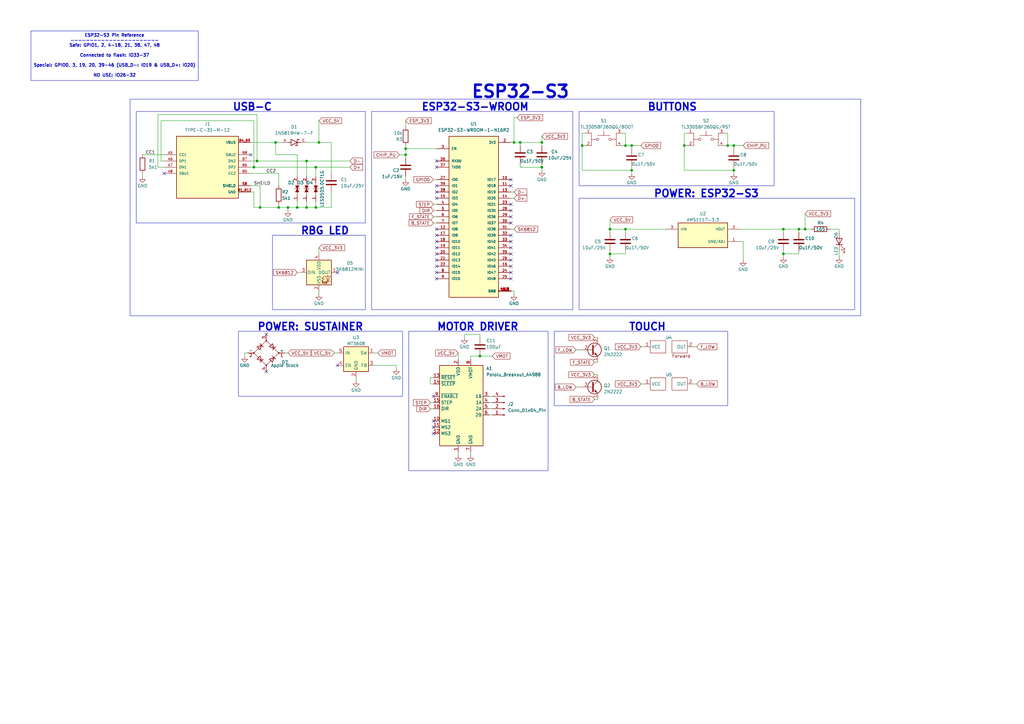
<source format=kicad_sch>
(kicad_sch (version 20230121) (generator eeschema)

  (uuid f95289be-8712-4415-b0f8-05e10b4c8b9f)

  (paper "A3")

  (lib_symbols
    (symbol "Connector:Conn_01x04_Pin" (pin_names (offset 1.016) hide) (in_bom yes) (on_board yes)
      (property "Reference" "J" (at 0 5.08 0)
        (effects (font (size 1.27 1.27)))
      )
      (property "Value" "Conn_01x04_Pin" (at 0 -7.62 0)
        (effects (font (size 1.27 1.27)))
      )
      (property "Footprint" "" (at 0 0 0)
        (effects (font (size 1.27 1.27)) hide)
      )
      (property "Datasheet" "~" (at 0 0 0)
        (effects (font (size 1.27 1.27)) hide)
      )
      (property "ki_locked" "" (at 0 0 0)
        (effects (font (size 1.27 1.27)))
      )
      (property "ki_keywords" "connector" (at 0 0 0)
        (effects (font (size 1.27 1.27)) hide)
      )
      (property "ki_description" "Generic connector, single row, 01x04, script generated" (at 0 0 0)
        (effects (font (size 1.27 1.27)) hide)
      )
      (property "ki_fp_filters" "Connector*:*_1x??_*" (at 0 0 0)
        (effects (font (size 1.27 1.27)) hide)
      )
      (symbol "Conn_01x04_Pin_1_1"
        (polyline
          (pts
            (xy 1.27 -5.08)
            (xy 0.8636 -5.08)
          )
          (stroke (width 0.1524) (type default))
          (fill (type none))
        )
        (polyline
          (pts
            (xy 1.27 -2.54)
            (xy 0.8636 -2.54)
          )
          (stroke (width 0.1524) (type default))
          (fill (type none))
        )
        (polyline
          (pts
            (xy 1.27 0)
            (xy 0.8636 0)
          )
          (stroke (width 0.1524) (type default))
          (fill (type none))
        )
        (polyline
          (pts
            (xy 1.27 2.54)
            (xy 0.8636 2.54)
          )
          (stroke (width 0.1524) (type default))
          (fill (type none))
        )
        (rectangle (start 0.8636 -4.953) (end 0 -5.207)
          (stroke (width 0.1524) (type default))
          (fill (type outline))
        )
        (rectangle (start 0.8636 -2.413) (end 0 -2.667)
          (stroke (width 0.1524) (type default))
          (fill (type outline))
        )
        (rectangle (start 0.8636 0.127) (end 0 -0.127)
          (stroke (width 0.1524) (type default))
          (fill (type outline))
        )
        (rectangle (start 0.8636 2.667) (end 0 2.413)
          (stroke (width 0.1524) (type default))
          (fill (type outline))
        )
        (pin passive line (at 5.08 2.54 180) (length 3.81)
          (name "Pin_1" (effects (font (size 1.27 1.27))))
          (number "1" (effects (font (size 1.27 1.27))))
        )
        (pin passive line (at 5.08 0 180) (length 3.81)
          (name "Pin_2" (effects (font (size 1.27 1.27))))
          (number "2" (effects (font (size 1.27 1.27))))
        )
        (pin passive line (at 5.08 -2.54 180) (length 3.81)
          (name "Pin_3" (effects (font (size 1.27 1.27))))
          (number "3" (effects (font (size 1.27 1.27))))
        )
        (pin passive line (at 5.08 -5.08 180) (length 3.81)
          (name "Pin_4" (effects (font (size 1.27 1.27))))
          (number "4" (effects (font (size 1.27 1.27))))
        )
      )
    )
    (symbol "Device:C" (pin_numbers hide) (pin_names (offset 0.254)) (in_bom yes) (on_board yes)
      (property "Reference" "C" (at 0.635 2.54 0)
        (effects (font (size 1.27 1.27)) (justify left))
      )
      (property "Value" "C" (at 0.635 -2.54 0)
        (effects (font (size 1.27 1.27)) (justify left))
      )
      (property "Footprint" "" (at 0.9652 -3.81 0)
        (effects (font (size 1.27 1.27)) hide)
      )
      (property "Datasheet" "~" (at 0 0 0)
        (effects (font (size 1.27 1.27)) hide)
      )
      (property "ki_keywords" "cap capacitor" (at 0 0 0)
        (effects (font (size 1.27 1.27)) hide)
      )
      (property "ki_description" "Unpolarized capacitor" (at 0 0 0)
        (effects (font (size 1.27 1.27)) hide)
      )
      (property "ki_fp_filters" "C_*" (at 0 0 0)
        (effects (font (size 1.27 1.27)) hide)
      )
      (symbol "C_0_1"
        (polyline
          (pts
            (xy -2.032 -0.762)
            (xy 2.032 -0.762)
          )
          (stroke (width 0.508) (type default))
          (fill (type none))
        )
        (polyline
          (pts
            (xy -2.032 0.762)
            (xy 2.032 0.762)
          )
          (stroke (width 0.508) (type default))
          (fill (type none))
        )
      )
      (symbol "C_1_1"
        (pin passive line (at 0 3.81 270) (length 2.794)
          (name "~" (effects (font (size 1.27 1.27))))
          (number "1" (effects (font (size 1.27 1.27))))
        )
        (pin passive line (at 0 -3.81 90) (length 2.794)
          (name "~" (effects (font (size 1.27 1.27))))
          (number "2" (effects (font (size 1.27 1.27))))
        )
      )
    )
    (symbol "Device:D_Bridge_+-AA" (pin_names (offset 0)) (in_bom yes) (on_board yes)
      (property "Reference" "D" (at 2.54 6.985 0)
        (effects (font (size 1.27 1.27)) (justify left))
      )
      (property "Value" "D_Bridge_+-AA" (at 2.54 5.08 0)
        (effects (font (size 1.27 1.27)) (justify left))
      )
      (property "Footprint" "" (at 0 0 0)
        (effects (font (size 1.27 1.27)) hide)
      )
      (property "Datasheet" "~" (at 0 0 0)
        (effects (font (size 1.27 1.27)) hide)
      )
      (property "ki_keywords" "rectifier ACDC" (at 0 0 0)
        (effects (font (size 1.27 1.27)) hide)
      )
      (property "ki_description" "Diode bridge, +ve/-ve/AC/AC" (at 0 0 0)
        (effects (font (size 1.27 1.27)) hide)
      )
      (property "ki_fp_filters" "D*Bridge* D*Rectifier*" (at 0 0 0)
        (effects (font (size 1.27 1.27)) hide)
      )
      (symbol "D_Bridge_+-AA_0_1"
        (circle (center -5.08 0) (radius 0.254)
          (stroke (width 0) (type default))
          (fill (type outline))
        )
        (circle (center 0 -5.08) (radius 0.254)
          (stroke (width 0) (type default))
          (fill (type outline))
        )
        (polyline
          (pts
            (xy -2.54 3.81)
            (xy -1.27 2.54)
          )
          (stroke (width 0.254) (type default))
          (fill (type none))
        )
        (polyline
          (pts
            (xy -1.27 -2.54)
            (xy -2.54 -3.81)
          )
          (stroke (width 0.254) (type default))
          (fill (type none))
        )
        (polyline
          (pts
            (xy 2.54 -1.27)
            (xy 3.81 -2.54)
          )
          (stroke (width 0.254) (type default))
          (fill (type none))
        )
        (polyline
          (pts
            (xy 2.54 1.27)
            (xy 3.81 2.54)
          )
          (stroke (width 0.254) (type default))
          (fill (type none))
        )
        (polyline
          (pts
            (xy -3.81 2.54)
            (xy -2.54 1.27)
            (xy -1.905 3.175)
            (xy -3.81 2.54)
          )
          (stroke (width 0.254) (type default))
          (fill (type none))
        )
        (polyline
          (pts
            (xy -2.54 -1.27)
            (xy -3.81 -2.54)
            (xy -1.905 -3.175)
            (xy -2.54 -1.27)
          )
          (stroke (width 0.254) (type default))
          (fill (type none))
        )
        (polyline
          (pts
            (xy 1.27 2.54)
            (xy 2.54 3.81)
            (xy 3.175 1.905)
            (xy 1.27 2.54)
          )
          (stroke (width 0.254) (type default))
          (fill (type none))
        )
        (polyline
          (pts
            (xy 3.175 -1.905)
            (xy 1.27 -2.54)
            (xy 2.54 -3.81)
            (xy 3.175 -1.905)
          )
          (stroke (width 0.254) (type default))
          (fill (type none))
        )
        (polyline
          (pts
            (xy -5.08 0)
            (xy 0 -5.08)
            (xy 5.08 0)
            (xy 0 5.08)
            (xy -5.08 0)
          )
          (stroke (width 0) (type default))
          (fill (type none))
        )
        (circle (center 0 5.08) (radius 0.254)
          (stroke (width 0) (type default))
          (fill (type outline))
        )
        (circle (center 5.08 0) (radius 0.254)
          (stroke (width 0) (type default))
          (fill (type outline))
        )
      )
      (symbol "D_Bridge_+-AA_1_1"
        (pin passive line (at 7.62 0 180) (length 2.54)
          (name "+" (effects (font (size 1.27 1.27))))
          (number "1" (effects (font (size 1.27 1.27))))
        )
        (pin passive line (at -7.62 0 0) (length 2.54)
          (name "-" (effects (font (size 1.27 1.27))))
          (number "2" (effects (font (size 1.27 1.27))))
        )
        (pin passive line (at 0 7.62 270) (length 2.54)
          (name "~" (effects (font (size 1.27 1.27))))
          (number "3" (effects (font (size 1.27 1.27))))
        )
        (pin passive line (at 0 -7.62 90) (length 2.54)
          (name "~" (effects (font (size 1.27 1.27))))
          (number "4" (effects (font (size 1.27 1.27))))
        )
      )
    )
    (symbol "Device:LED" (pin_numbers hide) (pin_names (offset 1.016) hide) (in_bom yes) (on_board yes)
      (property "Reference" "D" (at 0 2.54 0)
        (effects (font (size 1.27 1.27)))
      )
      (property "Value" "LED" (at 0 -2.54 0)
        (effects (font (size 1.27 1.27)))
      )
      (property "Footprint" "" (at 0 0 0)
        (effects (font (size 1.27 1.27)) hide)
      )
      (property "Datasheet" "~" (at 0 0 0)
        (effects (font (size 1.27 1.27)) hide)
      )
      (property "ki_keywords" "LED diode" (at 0 0 0)
        (effects (font (size 1.27 1.27)) hide)
      )
      (property "ki_description" "Light emitting diode" (at 0 0 0)
        (effects (font (size 1.27 1.27)) hide)
      )
      (property "ki_fp_filters" "LED* LED_SMD:* LED_THT:*" (at 0 0 0)
        (effects (font (size 1.27 1.27)) hide)
      )
      (symbol "LED_0_1"
        (polyline
          (pts
            (xy -1.27 -1.27)
            (xy -1.27 1.27)
          )
          (stroke (width 0.254) (type default))
          (fill (type none))
        )
        (polyline
          (pts
            (xy -1.27 0)
            (xy 1.27 0)
          )
          (stroke (width 0) (type default))
          (fill (type none))
        )
        (polyline
          (pts
            (xy 1.27 -1.27)
            (xy 1.27 1.27)
            (xy -1.27 0)
            (xy 1.27 -1.27)
          )
          (stroke (width 0.254) (type default))
          (fill (type none))
        )
        (polyline
          (pts
            (xy -3.048 -0.762)
            (xy -4.572 -2.286)
            (xy -3.81 -2.286)
            (xy -4.572 -2.286)
            (xy -4.572 -1.524)
          )
          (stroke (width 0) (type default))
          (fill (type none))
        )
        (polyline
          (pts
            (xy -1.778 -0.762)
            (xy -3.302 -2.286)
            (xy -2.54 -2.286)
            (xy -3.302 -2.286)
            (xy -3.302 -1.524)
          )
          (stroke (width 0) (type default))
          (fill (type none))
        )
      )
      (symbol "LED_1_1"
        (pin passive line (at -3.81 0 0) (length 2.54)
          (name "K" (effects (font (size 1.27 1.27))))
          (number "1" (effects (font (size 1.27 1.27))))
        )
        (pin passive line (at 3.81 0 180) (length 2.54)
          (name "A" (effects (font (size 1.27 1.27))))
          (number "2" (effects (font (size 1.27 1.27))))
        )
      )
    )
    (symbol "Device:R" (pin_numbers hide) (pin_names (offset 0)) (in_bom yes) (on_board yes)
      (property "Reference" "R" (at 2.032 0 90)
        (effects (font (size 1.27 1.27)))
      )
      (property "Value" "R" (at 0 0 90)
        (effects (font (size 1.27 1.27)))
      )
      (property "Footprint" "" (at -1.778 0 90)
        (effects (font (size 1.27 1.27)) hide)
      )
      (property "Datasheet" "~" (at 0 0 0)
        (effects (font (size 1.27 1.27)) hide)
      )
      (property "ki_keywords" "R res resistor" (at 0 0 0)
        (effects (font (size 1.27 1.27)) hide)
      )
      (property "ki_description" "Resistor" (at 0 0 0)
        (effects (font (size 1.27 1.27)) hide)
      )
      (property "ki_fp_filters" "R_*" (at 0 0 0)
        (effects (font (size 1.27 1.27)) hide)
      )
      (symbol "R_0_1"
        (rectangle (start -1.016 -2.54) (end 1.016 2.54)
          (stroke (width 0.254) (type default))
          (fill (type none))
        )
      )
      (symbol "R_1_1"
        (pin passive line (at 0 3.81 270) (length 1.27)
          (name "~" (effects (font (size 1.27 1.27))))
          (number "1" (effects (font (size 1.27 1.27))))
        )
        (pin passive line (at 0 -3.81 90) (length 1.27)
          (name "~" (effects (font (size 1.27 1.27))))
          (number "2" (effects (font (size 1.27 1.27))))
        )
      )
    )
    (symbol "Driver_Motor:Pololu_Breakout_A4988" (in_bom yes) (on_board yes)
      (property "Reference" "A" (at -2.54 19.05 0)
        (effects (font (size 1.27 1.27)) (justify right))
      )
      (property "Value" "Pololu_Breakout_A4988" (at -2.54 16.51 0)
        (effects (font (size 1.27 1.27)) (justify right))
      )
      (property "Footprint" "Module:Pololu_Breakout-16_15.2x20.3mm" (at 6.985 -19.05 0)
        (effects (font (size 1.27 1.27)) (justify left) hide)
      )
      (property "Datasheet" "https://www.pololu.com/product/2980/pictures" (at 2.54 -7.62 0)
        (effects (font (size 1.27 1.27)) hide)
      )
      (property "ki_keywords" "Pololu Breakout Board Stepper Driver A4988" (at 0 0 0)
        (effects (font (size 1.27 1.27)) hide)
      )
      (property "ki_description" "Pololu Breakout Board, Stepper Driver A4988" (at 0 0 0)
        (effects (font (size 1.27 1.27)) hide)
      )
      (property "ki_fp_filters" "Pololu*Breakout*15.2x20.3mm*" (at 0 0 0)
        (effects (font (size 1.27 1.27)) hide)
      )
      (symbol "Pololu_Breakout_A4988_0_1"
        (rectangle (start 10.16 -17.78) (end -7.62 15.24)
          (stroke (width 0.254) (type default))
          (fill (type background))
        )
      )
      (symbol "Pololu_Breakout_A4988_1_1"
        (pin power_in line (at 0 -20.32 90) (length 2.54)
          (name "GND" (effects (font (size 1.27 1.27))))
          (number "1" (effects (font (size 1.27 1.27))))
        )
        (pin input line (at -10.16 -7.62 0) (length 2.54)
          (name "MS1" (effects (font (size 1.27 1.27))))
          (number "10" (effects (font (size 1.27 1.27))))
        )
        (pin input line (at -10.16 -10.16 0) (length 2.54)
          (name "MS2" (effects (font (size 1.27 1.27))))
          (number "11" (effects (font (size 1.27 1.27))))
        )
        (pin input line (at -10.16 -12.7 0) (length 2.54)
          (name "MS3" (effects (font (size 1.27 1.27))))
          (number "12" (effects (font (size 1.27 1.27))))
        )
        (pin input line (at -10.16 10.16 0) (length 2.54)
          (name "~{RESET}" (effects (font (size 1.27 1.27))))
          (number "13" (effects (font (size 1.27 1.27))))
        )
        (pin input line (at -10.16 7.62 0) (length 2.54)
          (name "~{SLEEP}" (effects (font (size 1.27 1.27))))
          (number "14" (effects (font (size 1.27 1.27))))
        )
        (pin input line (at -10.16 0 0) (length 2.54)
          (name "STEP" (effects (font (size 1.27 1.27))))
          (number "15" (effects (font (size 1.27 1.27))))
        )
        (pin input line (at -10.16 -2.54 0) (length 2.54)
          (name "DIR" (effects (font (size 1.27 1.27))))
          (number "16" (effects (font (size 1.27 1.27))))
        )
        (pin power_in line (at 0 17.78 270) (length 2.54)
          (name "VDD" (effects (font (size 1.27 1.27))))
          (number "2" (effects (font (size 1.27 1.27))))
        )
        (pin output line (at 12.7 2.54 180) (length 2.54)
          (name "1B" (effects (font (size 1.27 1.27))))
          (number "3" (effects (font (size 1.27 1.27))))
        )
        (pin output line (at 12.7 0 180) (length 2.54)
          (name "1A" (effects (font (size 1.27 1.27))))
          (number "4" (effects (font (size 1.27 1.27))))
        )
        (pin output line (at 12.7 -2.54 180) (length 2.54)
          (name "2A" (effects (font (size 1.27 1.27))))
          (number "5" (effects (font (size 1.27 1.27))))
        )
        (pin output line (at 12.7 -5.08 180) (length 2.54)
          (name "2B" (effects (font (size 1.27 1.27))))
          (number "6" (effects (font (size 1.27 1.27))))
        )
        (pin power_in line (at 5.08 -20.32 90) (length 2.54)
          (name "GND" (effects (font (size 1.27 1.27))))
          (number "7" (effects (font (size 1.27 1.27))))
        )
        (pin power_in line (at 5.08 17.78 270) (length 2.54)
          (name "VMOT" (effects (font (size 1.27 1.27))))
          (number "8" (effects (font (size 1.27 1.27))))
        )
        (pin input line (at -10.16 2.54 0) (length 2.54)
          (name "~{ENABLE}" (effects (font (size 1.27 1.27))))
          (number "9" (effects (font (size 1.27 1.27))))
        )
      )
    )
    (symbol "LED:SK6812MINI" (pin_names (offset 0.254)) (in_bom yes) (on_board yes)
      (property "Reference" "D" (at 5.08 5.715 0)
        (effects (font (size 1.27 1.27)) (justify right bottom))
      )
      (property "Value" "SK6812MINI" (at 1.27 -5.715 0)
        (effects (font (size 1.27 1.27)) (justify left top))
      )
      (property "Footprint" "LED_SMD:LED_SK6812MINI_PLCC4_3.5x3.5mm_P1.75mm" (at 1.27 -7.62 0)
        (effects (font (size 1.27 1.27)) (justify left top) hide)
      )
      (property "Datasheet" "https://cdn-shop.adafruit.com/product-files/2686/SK6812MINI_REV.01-1-2.pdf" (at 2.54 -9.525 0)
        (effects (font (size 1.27 1.27)) (justify left top) hide)
      )
      (property "ki_keywords" "RGB LED NeoPixel Mini addressable" (at 0 0 0)
        (effects (font (size 1.27 1.27)) hide)
      )
      (property "ki_description" "RGB LED with integrated controller" (at 0 0 0)
        (effects (font (size 1.27 1.27)) hide)
      )
      (property "ki_fp_filters" "LED*SK6812MINI*PLCC*3.5x3.5mm*P1.75mm*" (at 0 0 0)
        (effects (font (size 1.27 1.27)) hide)
      )
      (symbol "SK6812MINI_0_0"
        (text "RGB" (at 2.286 -4.191 0)
          (effects (font (size 0.762 0.762)))
        )
      )
      (symbol "SK6812MINI_0_1"
        (polyline
          (pts
            (xy 1.27 -3.556)
            (xy 1.778 -3.556)
          )
          (stroke (width 0) (type default))
          (fill (type none))
        )
        (polyline
          (pts
            (xy 1.27 -2.54)
            (xy 1.778 -2.54)
          )
          (stroke (width 0) (type default))
          (fill (type none))
        )
        (polyline
          (pts
            (xy 4.699 -3.556)
            (xy 2.667 -3.556)
          )
          (stroke (width 0) (type default))
          (fill (type none))
        )
        (polyline
          (pts
            (xy 2.286 -2.54)
            (xy 1.27 -3.556)
            (xy 1.27 -3.048)
          )
          (stroke (width 0) (type default))
          (fill (type none))
        )
        (polyline
          (pts
            (xy 2.286 -1.524)
            (xy 1.27 -2.54)
            (xy 1.27 -2.032)
          )
          (stroke (width 0) (type default))
          (fill (type none))
        )
        (polyline
          (pts
            (xy 3.683 -1.016)
            (xy 3.683 -3.556)
            (xy 3.683 -4.064)
          )
          (stroke (width 0) (type default))
          (fill (type none))
        )
        (polyline
          (pts
            (xy 4.699 -1.524)
            (xy 2.667 -1.524)
            (xy 3.683 -3.556)
            (xy 4.699 -1.524)
          )
          (stroke (width 0) (type default))
          (fill (type none))
        )
        (rectangle (start 5.08 5.08) (end -5.08 -5.08)
          (stroke (width 0.254) (type default))
          (fill (type background))
        )
      )
      (symbol "SK6812MINI_1_1"
        (pin output line (at 7.62 0 180) (length 2.54)
          (name "DOUT" (effects (font (size 1.27 1.27))))
          (number "1" (effects (font (size 1.27 1.27))))
        )
        (pin power_in line (at 0 -7.62 90) (length 2.54)
          (name "VSS" (effects (font (size 1.27 1.27))))
          (number "2" (effects (font (size 1.27 1.27))))
        )
        (pin input line (at -7.62 0 0) (length 2.54)
          (name "DIN" (effects (font (size 1.27 1.27))))
          (number "3" (effects (font (size 1.27 1.27))))
        )
        (pin power_in line (at 0 7.62 270) (length 2.54)
          (name "VDD" (effects (font (size 1.27 1.27))))
          (number "4" (effects (font (size 1.27 1.27))))
        )
      )
    )
    (symbol "MyParts:1N5819HW-7-F" (pin_names (offset 1.016)) (in_bom yes) (on_board yes)
      (property "Reference" "D" (at -5.08 2.54 0)
        (effects (font (size 1.27 1.27)) (justify left bottom))
      )
      (property "Value" "1N5819HW-7-F" (at -5.08 -3.81 0)
        (effects (font (size 1.27 1.27)) (justify left bottom))
      )
      (property "Footprint" "SOD3715X145N" (at 0 0 0)
        (effects (font (size 1.27 1.27)) (justify bottom) hide)
      )
      (property "Datasheet" "" (at 0 0 0)
        (effects (font (size 1.27 1.27)) hide)
      )
      (property "PARTREV" "18-2" (at 0 0 0)
        (effects (font (size 1.27 1.27)) (justify bottom) hide)
      )
      (property "STANDARD" "IPC-7351B" (at 0 0 0)
        (effects (font (size 1.27 1.27)) (justify bottom) hide)
      )
      (property "MANUFACTURER" "Diodes Inc." (at 0 0 0)
        (effects (font (size 1.27 1.27)) (justify bottom) hide)
      )
      (symbol "1N5819HW-7-F_0_0"
        (polyline
          (pts
            (xy -2.54 0)
            (xy -1.27 0)
          )
          (stroke (width 0.254) (type default))
          (fill (type none))
        )
        (polyline
          (pts
            (xy -1.27 -1.27)
            (xy 1.27 0)
          )
          (stroke (width 0.254) (type default))
          (fill (type none))
        )
        (polyline
          (pts
            (xy -1.27 0)
            (xy -1.27 -1.27)
          )
          (stroke (width 0.254) (type default))
          (fill (type none))
        )
        (polyline
          (pts
            (xy -1.27 1.27)
            (xy -1.27 0)
          )
          (stroke (width 0.254) (type default))
          (fill (type none))
        )
        (polyline
          (pts
            (xy 0.635 -1.016)
            (xy 0.635 -1.27)
          )
          (stroke (width 0.254) (type default))
          (fill (type none))
        )
        (polyline
          (pts
            (xy 1.27 -1.27)
            (xy 0.635 -1.27)
          )
          (stroke (width 0.254) (type default))
          (fill (type none))
        )
        (polyline
          (pts
            (xy 1.27 0)
            (xy -1.27 1.27)
          )
          (stroke (width 0.254) (type default))
          (fill (type none))
        )
        (polyline
          (pts
            (xy 1.27 0)
            (xy 1.27 -1.27)
          )
          (stroke (width 0.254) (type default))
          (fill (type none))
        )
        (polyline
          (pts
            (xy 1.27 1.27)
            (xy 1.27 0)
          )
          (stroke (width 0.254) (type default))
          (fill (type none))
        )
        (polyline
          (pts
            (xy 1.905 1.27)
            (xy 1.27 1.27)
          )
          (stroke (width 0.254) (type default))
          (fill (type none))
        )
        (polyline
          (pts
            (xy 1.905 1.27)
            (xy 1.905 1.016)
          )
          (stroke (width 0.254) (type default))
          (fill (type none))
        )
        (polyline
          (pts
            (xy 2.54 0)
            (xy 1.27 0)
          )
          (stroke (width 0.254) (type default))
          (fill (type none))
        )
        (pin passive line (at -5.08 0 0) (length 2.54)
          (name "~" (effects (font (size 1.016 1.016))))
          (number "A" (effects (font (size 1.016 1.016))))
        )
        (pin passive line (at 5.08 0 180) (length 2.54)
          (name "~" (effects (font (size 1.016 1.016))))
          (number "C" (effects (font (size 1.016 1.016))))
        )
      )
    )
    (symbol "MyParts:AMS1117-3.3" (pin_names (offset 1.016)) (in_bom yes) (on_board yes)
      (property "Reference" "U" (at -10.16 5.588 0)
        (effects (font (size 1.27 1.27)) (justify left bottom))
      )
      (property "Value" "AMS1117-3.3" (at -10.16 -8.128 0)
        (effects (font (size 1.27 1.27)) (justify left bottom))
      )
      (property "Footprint" "SOT229P700X180-4N" (at 0 0 0)
        (effects (font (size 1.27 1.27)) (justify bottom) hide)
      )
      (property "Datasheet" "" (at 0 0 0)
        (effects (font (size 1.27 1.27)) hide)
      )
      (property "MAXIMUM_PACKAGE_HEIGHT" "1.8 mm" (at 0 0 0)
        (effects (font (size 1.27 1.27)) (justify bottom) hide)
      )
      (property "STANDARD" "IPC 7351B" (at 0 0 0)
        (effects (font (size 1.27 1.27)) (justify bottom) hide)
      )
      (property "PARTREV" "N/A" (at 0 0 0)
        (effects (font (size 1.27 1.27)) (justify bottom) hide)
      )
      (property "SNAPEDA_PACKAGE_ID" "71280" (at 0 0 0)
        (effects (font (size 1.27 1.27)) (justify bottom) hide)
      )
      (property "MANUFACTURER" "Advanced Monolithic Systems" (at 0 0 0)
        (effects (font (size 1.27 1.27)) (justify bottom) hide)
      )
      (property "SNAPEDA_PN" "AMS1117-3.3" (at 0 0 0)
        (effects (font (size 1.27 1.27)) (justify bottom) hide)
      )
      (symbol "AMS1117-3.3_0_0"
        (rectangle (start -10.16 -5.08) (end 10.16 5.08)
          (stroke (width 0.254) (type default))
          (fill (type background))
        )
        (pin power_in line (at 15.24 -2.54 180) (length 5.08)
          (name "GND/ADJ" (effects (font (size 1.016 1.016))))
          (number "1" (effects (font (size 1.016 1.016))))
        )
        (pin output line (at 15.24 2.54 180) (length 5.08)
          (name "VOUT" (effects (font (size 1.016 1.016))))
          (number "2" (effects (font (size 1.016 1.016))))
        )
        (pin input line (at -15.24 2.54 0) (length 5.08)
          (name "VIN" (effects (font (size 1.016 1.016))))
          (number "3" (effects (font (size 1.016 1.016))))
        )
      )
    )
    (symbol "MyParts:ESP32-S3-WROOM-1-N16R2" (pin_names (offset 1.016)) (in_bom yes) (on_board yes)
      (property "Reference" "U" (at -10.16 34.1122 0)
        (effects (font (size 1.27 1.27)) (justify left bottom))
      )
      (property "Value" "ESP32-S3-WROOM-1-N16R2" (at -10.16 -35.56 0)
        (effects (font (size 1.27 1.27)) (justify left bottom))
      )
      (property "Footprint" "XCVR_ESP32-S3-WROOM-1-N16R2" (at 0 0 0)
        (effects (font (size 1.27 1.27)) (justify bottom) hide)
      )
      (property "Datasheet" "" (at 0 0 0)
        (effects (font (size 1.27 1.27)) hide)
      )
      (property "PARTREV" "v1.0" (at 0 0 0)
        (effects (font (size 1.27 1.27)) (justify bottom) hide)
      )
      (property "MANUFACTURER" "Espressif" (at 0 0 0)
        (effects (font (size 1.27 1.27)) (justify bottom) hide)
      )
      (property "MAXIMUM_PACKAGE_HEIGHT" "3.25mm" (at 0 0 0)
        (effects (font (size 1.27 1.27)) (justify bottom) hide)
      )
      (property "STANDARD" "Manufacturer Recommendations" (at 0 0 0)
        (effects (font (size 1.27 1.27)) (justify bottom) hide)
      )
      (symbol "ESP32-S3-WROOM-1-N16R2_0_0"
        (rectangle (start -10.16 -33.02) (end 10.16 33.02)
          (stroke (width 0.254) (type default))
          (fill (type background))
        )
        (pin power_in line (at 15.24 -30.48 180) (length 5.08)
          (name "GND" (effects (font (size 1.016 1.016))))
          (number "1" (effects (font (size 1.016 1.016))))
        )
        (pin bidirectional line (at 15.24 15.24 180) (length 5.08)
          (name "IO17" (effects (font (size 1.016 1.016))))
          (number "10" (effects (font (size 1.016 1.016))))
        )
        (pin bidirectional line (at 15.24 12.7 180) (length 5.08)
          (name "IO18" (effects (font (size 1.016 1.016))))
          (number "11" (effects (font (size 1.016 1.016))))
        )
        (pin bidirectional line (at -15.24 -5.08 0) (length 5.08)
          (name "IO8" (effects (font (size 1.016 1.016))))
          (number "12" (effects (font (size 1.016 1.016))))
        )
        (pin bidirectional line (at 15.24 10.16 180) (length 5.08)
          (name "IO19" (effects (font (size 1.016 1.016))))
          (number "13" (effects (font (size 1.016 1.016))))
        )
        (pin bidirectional line (at 15.24 7.62 180) (length 5.08)
          (name "IO20" (effects (font (size 1.016 1.016))))
          (number "14" (effects (font (size 1.016 1.016))))
        )
        (pin bidirectional line (at -15.24 7.62 0) (length 5.08)
          (name "IO3" (effects (font (size 1.016 1.016))))
          (number "15" (effects (font (size 1.016 1.016))))
        )
        (pin bidirectional line (at 15.24 -20.32 180) (length 5.08)
          (name "IO46" (effects (font (size 1.016 1.016))))
          (number "16" (effects (font (size 1.016 1.016))))
        )
        (pin bidirectional line (at -15.24 -7.62 0) (length 5.08)
          (name "IO9" (effects (font (size 1.016 1.016))))
          (number "17" (effects (font (size 1.016 1.016))))
        )
        (pin bidirectional line (at -15.24 -10.16 0) (length 5.08)
          (name "IO10" (effects (font (size 1.016 1.016))))
          (number "18" (effects (font (size 1.016 1.016))))
        )
        (pin bidirectional line (at -15.24 -12.7 0) (length 5.08)
          (name "IO11" (effects (font (size 1.016 1.016))))
          (number "19" (effects (font (size 1.016 1.016))))
        )
        (pin power_in line (at 15.24 30.48 180) (length 5.08)
          (name "3V3" (effects (font (size 1.016 1.016))))
          (number "2" (effects (font (size 1.016 1.016))))
        )
        (pin bidirectional line (at -15.24 -15.24 0) (length 5.08)
          (name "IO12" (effects (font (size 1.016 1.016))))
          (number "20" (effects (font (size 1.016 1.016))))
        )
        (pin bidirectional line (at -15.24 -17.78 0) (length 5.08)
          (name "IO13" (effects (font (size 1.016 1.016))))
          (number "21" (effects (font (size 1.016 1.016))))
        )
        (pin bidirectional line (at -15.24 -20.32 0) (length 5.08)
          (name "IO14" (effects (font (size 1.016 1.016))))
          (number "22" (effects (font (size 1.016 1.016))))
        )
        (pin bidirectional line (at 15.24 5.08 180) (length 5.08)
          (name "IO21" (effects (font (size 1.016 1.016))))
          (number "23" (effects (font (size 1.016 1.016))))
        )
        (pin bidirectional line (at 15.24 -22.86 180) (length 5.08)
          (name "IO47" (effects (font (size 1.016 1.016))))
          (number "24" (effects (font (size 1.016 1.016))))
        )
        (pin bidirectional line (at 15.24 -25.4 180) (length 5.08)
          (name "IO48" (effects (font (size 1.016 1.016))))
          (number "25" (effects (font (size 1.016 1.016))))
        )
        (pin bidirectional line (at 15.24 -17.78 180) (length 5.08)
          (name "IO45" (effects (font (size 1.016 1.016))))
          (number "26" (effects (font (size 1.016 1.016))))
        )
        (pin bidirectional line (at -15.24 15.24 0) (length 5.08)
          (name "IO0" (effects (font (size 1.016 1.016))))
          (number "27" (effects (font (size 1.016 1.016))))
        )
        (pin bidirectional line (at 15.24 2.54 180) (length 5.08)
          (name "IO35" (effects (font (size 1.016 1.016))))
          (number "28" (effects (font (size 1.016 1.016))))
        )
        (pin bidirectional line (at 15.24 0 180) (length 5.08)
          (name "IO36" (effects (font (size 1.016 1.016))))
          (number "29" (effects (font (size 1.016 1.016))))
        )
        (pin input line (at -15.24 27.94 0) (length 5.08)
          (name "EN" (effects (font (size 1.016 1.016))))
          (number "3" (effects (font (size 1.016 1.016))))
        )
        (pin bidirectional line (at 15.24 -2.54 180) (length 5.08)
          (name "IO37" (effects (font (size 1.016 1.016))))
          (number "30" (effects (font (size 1.016 1.016))))
        )
        (pin bidirectional line (at 15.24 -5.08 180) (length 5.08)
          (name "IO38" (effects (font (size 1.016 1.016))))
          (number "31" (effects (font (size 1.016 1.016))))
        )
        (pin bidirectional line (at 15.24 -7.62 180) (length 5.08)
          (name "IO39" (effects (font (size 1.016 1.016))))
          (number "32" (effects (font (size 1.016 1.016))))
        )
        (pin bidirectional line (at 15.24 -10.16 180) (length 5.08)
          (name "IO40" (effects (font (size 1.016 1.016))))
          (number "33" (effects (font (size 1.016 1.016))))
        )
        (pin bidirectional line (at 15.24 -12.7 180) (length 5.08)
          (name "IO41" (effects (font (size 1.016 1.016))))
          (number "34" (effects (font (size 1.016 1.016))))
        )
        (pin bidirectional line (at 15.24 -15.24 180) (length 5.08)
          (name "IO42" (effects (font (size 1.016 1.016))))
          (number "35" (effects (font (size 1.016 1.016))))
        )
        (pin bidirectional line (at -15.24 22.86 0) (length 5.08)
          (name "RXD0" (effects (font (size 1.016 1.016))))
          (number "36" (effects (font (size 1.016 1.016))))
        )
        (pin bidirectional line (at -15.24 20.32 0) (length 5.08)
          (name "TXD0" (effects (font (size 1.016 1.016))))
          (number "37" (effects (font (size 1.016 1.016))))
        )
        (pin bidirectional line (at -15.24 10.16 0) (length 5.08)
          (name "IO2" (effects (font (size 1.016 1.016))))
          (number "38" (effects (font (size 1.016 1.016))))
        )
        (pin bidirectional line (at -15.24 12.7 0) (length 5.08)
          (name "IO1" (effects (font (size 1.016 1.016))))
          (number "39" (effects (font (size 1.016 1.016))))
        )
        (pin bidirectional line (at -15.24 5.08 0) (length 5.08)
          (name "IO4" (effects (font (size 1.016 1.016))))
          (number "4" (effects (font (size 1.016 1.016))))
        )
        (pin power_in line (at 15.24 -30.48 180) (length 5.08)
          (name "GND" (effects (font (size 1.016 1.016))))
          (number "40" (effects (font (size 1.016 1.016))))
        )
        (pin power_in line (at 15.24 -30.48 180) (length 5.08)
          (name "GND" (effects (font (size 1.016 1.016))))
          (number "41_1" (effects (font (size 1.016 1.016))))
        )
        (pin power_in line (at 15.24 -30.48 180) (length 5.08)
          (name "GND" (effects (font (size 1.016 1.016))))
          (number "41_2" (effects (font (size 1.016 1.016))))
        )
        (pin power_in line (at 15.24 -30.48 180) (length 5.08)
          (name "GND" (effects (font (size 1.016 1.016))))
          (number "41_3" (effects (font (size 1.016 1.016))))
        )
        (pin power_in line (at 15.24 -30.48 180) (length 5.08)
          (name "GND" (effects (font (size 1.016 1.016))))
          (number "41_4" (effects (font (size 1.016 1.016))))
        )
        (pin power_in line (at 15.24 -30.48 180) (length 5.08)
          (name "GND" (effects (font (size 1.016 1.016))))
          (number "41_5" (effects (font (size 1.016 1.016))))
        )
        (pin power_in line (at 15.24 -30.48 180) (length 5.08)
          (name "GND" (effects (font (size 1.016 1.016))))
          (number "41_6" (effects (font (size 1.016 1.016))))
        )
        (pin power_in line (at 15.24 -30.48 180) (length 5.08)
          (name "GND" (effects (font (size 1.016 1.016))))
          (number "41_7" (effects (font (size 1.016 1.016))))
        )
        (pin power_in line (at 15.24 -30.48 180) (length 5.08)
          (name "GND" (effects (font (size 1.016 1.016))))
          (number "41_8" (effects (font (size 1.016 1.016))))
        )
        (pin power_in line (at 15.24 -30.48 180) (length 5.08)
          (name "GND" (effects (font (size 1.016 1.016))))
          (number "41_9" (effects (font (size 1.016 1.016))))
        )
        (pin bidirectional line (at -15.24 2.54 0) (length 5.08)
          (name "IO5" (effects (font (size 1.016 1.016))))
          (number "5" (effects (font (size 1.016 1.016))))
        )
        (pin bidirectional line (at -15.24 0 0) (length 5.08)
          (name "IO6" (effects (font (size 1.016 1.016))))
          (number "6" (effects (font (size 1.016 1.016))))
        )
        (pin bidirectional line (at -15.24 -2.54 0) (length 5.08)
          (name "IO7" (effects (font (size 1.016 1.016))))
          (number "7" (effects (font (size 1.016 1.016))))
        )
        (pin bidirectional line (at -15.24 -22.86 0) (length 5.08)
          (name "IO15" (effects (font (size 1.016 1.016))))
          (number "8" (effects (font (size 1.016 1.016))))
        )
        (pin bidirectional line (at -15.24 -25.4 0) (length 5.08)
          (name "IO16" (effects (font (size 1.016 1.016))))
          (number "9" (effects (font (size 1.016 1.016))))
        )
      )
    )
    (symbol "MyParts:LESD5D5.0CT1G" (pin_names (offset 1.016)) (in_bom yes) (on_board yes)
      (property "Reference" "D" (at -5.08 2.54 0)
        (effects (font (size 1.27 1.27)) (justify left bottom))
      )
      (property "Value" "LESD5D5.0CT1G" (at -5.08 -5.08 0)
        (effects (font (size 1.27 1.27)) (justify left bottom))
      )
      (property "Footprint" "TVS_LESD5D5.0CT1G" (at 0 0 0)
        (effects (font (size 1.27 1.27)) (justify bottom) hide)
      )
      (property "Datasheet" "" (at 0 0 0)
        (effects (font (size 1.27 1.27)) hide)
      )
      (property "PARTREV" "O" (at 0 0 0)
        (effects (font (size 1.27 1.27)) (justify bottom) hide)
      )
      (property "MANUFACTURER" "LRC" (at 0 0 0)
        (effects (font (size 1.27 1.27)) (justify bottom) hide)
      )
      (property "MAXIMUM_PACKAGE_HEIGHT" "0.7 mm" (at 0 0 0)
        (effects (font (size 1.27 1.27)) (justify bottom) hide)
      )
      (property "STANDARD" "Manufacturer Recommendations" (at 0 0 0)
        (effects (font (size 1.27 1.27)) (justify bottom) hide)
      )
      (symbol "LESD5D5.0CT1G_0_0"
        (polyline
          (pts
            (xy -1.27 0)
            (xy -2.54 0)
          )
          (stroke (width 0.1524) (type default))
          (fill (type none))
        )
        (polyline
          (pts
            (xy 0 -0.762)
            (xy -0.254 -1.016)
          )
          (stroke (width 0.1524) (type default))
          (fill (type none))
        )
        (polyline
          (pts
            (xy 0 -0.762)
            (xy 0 0.762)
          )
          (stroke (width 0.1524) (type default))
          (fill (type none))
        )
        (polyline
          (pts
            (xy 0 0.762)
            (xy 0.254 1.016)
          )
          (stroke (width 0.1524) (type default))
          (fill (type none))
        )
        (polyline
          (pts
            (xy 1.27 0)
            (xy 2.54 0)
          )
          (stroke (width 0.1524) (type default))
          (fill (type none))
        )
        (polyline
          (pts
            (xy 0 0)
            (xy -1.27 -0.762)
            (xy -1.27 0.762)
            (xy 0 0)
          )
          (stroke (width 0.1524) (type default))
          (fill (type outline))
        )
        (polyline
          (pts
            (xy 0 0)
            (xy 1.27 0.762)
            (xy 1.27 -0.762)
            (xy 0 0)
          )
          (stroke (width 0.1524) (type default))
          (fill (type outline))
        )
        (pin passive line (at -5.08 0 0) (length 2.54)
          (name "~" (effects (font (size 1.016 1.016))))
          (number "1" (effects (font (size 1.016 1.016))))
        )
        (pin passive line (at 5.08 0 180) (length 2.54)
          (name "~" (effects (font (size 1.016 1.016))))
          (number "2" (effects (font (size 1.016 1.016))))
        )
      )
    )
    (symbol "MyParts:TL3305BF260QG" (pin_names (offset 1.016)) (in_bom yes) (on_board yes)
      (property "Reference" "S" (at -5.08 5.08 0)
        (effects (font (size 1.27 1.27)) (justify left bottom))
      )
      (property "Value" "TL3305BF260QG" (at -5.08 -5.08 0)
        (effects (font (size 1.27 1.27)) (justify left bottom))
      )
      (property "Footprint" "SW_TL3305BF260QG" (at 0 0 0)
        (effects (font (size 1.27 1.27)) (justify bottom) hide)
      )
      (property "Datasheet" "" (at 0 0 0)
        (effects (font (size 1.27 1.27)) hide)
      )
      (property "PARTREV" "C" (at 0 0 0)
        (effects (font (size 1.27 1.27)) (justify bottom) hide)
      )
      (property "SNAPEDA_PN" "TL3305BF260QG" (at 0 0 0)
        (effects (font (size 1.27 1.27)) (justify bottom) hide)
      )
      (property "STANDARD" "Manufacturer Recommendations" (at 0 0 0)
        (effects (font (size 1.27 1.27)) (justify bottom) hide)
      )
      (property "MAXIMUM_PACKAGE_HEIGHT" "5 mm" (at 0 0 0)
        (effects (font (size 1.27 1.27)) (justify bottom) hide)
      )
      (property "MANUFACTURER" "E-Switch" (at 0 0 0)
        (effects (font (size 1.27 1.27)) (justify bottom) hide)
      )
      (symbol "TL3305BF260QG_0_0"
        (circle (center -2.54 0) (radius 0.508)
          (stroke (width 0.1524) (type default))
          (fill (type none))
        )
        (polyline
          (pts
            (xy -5.08 0)
            (xy -3.048 0)
          )
          (stroke (width 0.1524) (type default))
          (fill (type none))
        )
        (polyline
          (pts
            (xy -5.08 2.54)
            (xy -5.08 -2.54)
          )
          (stroke (width 0.1524) (type default))
          (fill (type none))
        )
        (polyline
          (pts
            (xy -2.54 1.5875)
            (xy 0 1.5875)
          )
          (stroke (width 0.1524) (type default))
          (fill (type none))
        )
        (polyline
          (pts
            (xy 0 1.5875)
            (xy 0 3.4925)
          )
          (stroke (width 0.1524) (type default))
          (fill (type none))
        )
        (polyline
          (pts
            (xy 0 1.5875)
            (xy 2.54 1.5875)
          )
          (stroke (width 0.1524) (type default))
          (fill (type none))
        )
        (polyline
          (pts
            (xy 5.08 0)
            (xy 3.048 0)
          )
          (stroke (width 0.1524) (type default))
          (fill (type none))
        )
        (polyline
          (pts
            (xy 5.08 2.54)
            (xy 5.08 -2.54)
          )
          (stroke (width 0.1524) (type default))
          (fill (type none))
        )
        (circle (center 2.54 0) (radius 0.508)
          (stroke (width 0.1524) (type default))
          (fill (type none))
        )
        (pin passive line (at -7.62 2.54 0) (length 2.54)
          (name "~" (effects (font (size 1.016 1.016))))
          (number "1" (effects (font (size 1.016 1.016))))
        )
        (pin passive line (at -7.62 -2.54 0) (length 2.54)
          (name "~" (effects (font (size 1.016 1.016))))
          (number "2" (effects (font (size 1.016 1.016))))
        )
        (pin passive line (at 7.62 2.54 180) (length 2.54)
          (name "~" (effects (font (size 1.016 1.016))))
          (number "3" (effects (font (size 1.016 1.016))))
        )
        (pin passive line (at 7.62 -2.54 180) (length 2.54)
          (name "~" (effects (font (size 1.016 1.016))))
          (number "4" (effects (font (size 1.016 1.016))))
        )
      )
    )
    (symbol "MyParts:TYPE-C-31-M-12" (pin_names (offset 1.016)) (in_bom yes) (on_board yes)
      (property "Reference" "J" (at -12.7 13.462 0)
        (effects (font (size 1.27 1.27)) (justify left bottom))
      )
      (property "Value" "TYPE-C-31-M-12" (at -12.7 -13.462 0)
        (effects (font (size 1.27 1.27)) (justify left top))
      )
      (property "Footprint" "HRO_TYPE-C-31-M-12" (at 0 0 0)
        (effects (font (size 1.27 1.27)) (justify bottom) hide)
      )
      (property "Datasheet" "" (at 0 0 0)
        (effects (font (size 1.27 1.27)) hide)
      )
      (property "PARTREV" "2020.12.08" (at 0 0 0)
        (effects (font (size 1.27 1.27)) (justify bottom) hide)
      )
      (property "MANUFACTURER" "HRO Electronics Co., Ltd." (at 0 0 0)
        (effects (font (size 1.27 1.27)) (justify bottom) hide)
      )
      (property "SNAPEDA_PN" "TYPE-C-31-M-12" (at 0 0 0)
        (effects (font (size 1.27 1.27)) (justify bottom) hide)
      )
      (property "MAXIMUM_PACKAGE_HEIGHT" "3.26 mm" (at 0 0 0)
        (effects (font (size 1.27 1.27)) (justify bottom) hide)
      )
      (property "STANDARD" "Manufacturer Recommendations" (at 0 0 0)
        (effects (font (size 1.27 1.27)) (justify bottom) hide)
      )
      (symbol "TYPE-C-31-M-12_0_0"
        (rectangle (start -12.7 -12.7) (end 12.7 12.7)
          (stroke (width 0.254) (type default))
          (fill (type background))
        )
        (pin power_in line (at 17.78 -10.16 180) (length 5.08)
          (name "GND" (effects (font (size 1.016 1.016))))
          (number "A1_B12" (effects (font (size 1.016 1.016))))
        )
        (pin power_in line (at 17.78 10.16 180) (length 5.08)
          (name "VBUS" (effects (font (size 1.016 1.016))))
          (number "A4_B9" (effects (font (size 1.016 1.016))))
        )
        (pin bidirectional line (at -17.78 5.08 0) (length 5.08)
          (name "CC1" (effects (font (size 1.016 1.016))))
          (number "A5" (effects (font (size 1.016 1.016))))
        )
        (pin bidirectional line (at -17.78 2.54 0) (length 5.08)
          (name "DP1" (effects (font (size 1.016 1.016))))
          (number "A6" (effects (font (size 1.016 1.016))))
        )
        (pin bidirectional line (at -17.78 0 0) (length 5.08)
          (name "DN1" (effects (font (size 1.016 1.016))))
          (number "A7" (effects (font (size 1.016 1.016))))
        )
        (pin bidirectional line (at -17.78 -2.54 0) (length 5.08)
          (name "SBU1" (effects (font (size 1.016 1.016))))
          (number "A8" (effects (font (size 1.016 1.016))))
        )
        (pin power_in line (at 17.78 -10.16 180) (length 5.08)
          (name "GND" (effects (font (size 1.016 1.016))))
          (number "B1_A12" (effects (font (size 1.016 1.016))))
        )
        (pin power_in line (at 17.78 10.16 180) (length 5.08)
          (name "VBUS" (effects (font (size 1.016 1.016))))
          (number "B4_A9" (effects (font (size 1.016 1.016))))
        )
        (pin bidirectional line (at 17.78 -2.54 180) (length 5.08)
          (name "CC2" (effects (font (size 1.016 1.016))))
          (number "B5" (effects (font (size 1.016 1.016))))
        )
        (pin bidirectional line (at 17.78 0 180) (length 5.08)
          (name "DP2" (effects (font (size 1.016 1.016))))
          (number "B6" (effects (font (size 1.016 1.016))))
        )
        (pin bidirectional line (at 17.78 2.54 180) (length 5.08)
          (name "DN2" (effects (font (size 1.016 1.016))))
          (number "B7" (effects (font (size 1.016 1.016))))
        )
        (pin bidirectional line (at 17.78 5.08 180) (length 5.08)
          (name "SBU2" (effects (font (size 1.016 1.016))))
          (number "B8" (effects (font (size 1.016 1.016))))
        )
        (pin passive line (at 17.78 -7.62 180) (length 5.08)
          (name "SHIELD" (effects (font (size 1.016 1.016))))
          (number "S1" (effects (font (size 1.016 1.016))))
        )
        (pin passive line (at 17.78 -7.62 180) (length 5.08)
          (name "SHIELD" (effects (font (size 1.016 1.016))))
          (number "S2" (effects (font (size 1.016 1.016))))
        )
        (pin passive line (at 17.78 -7.62 180) (length 5.08)
          (name "SHIELD" (effects (font (size 1.016 1.016))))
          (number "S3" (effects (font (size 1.016 1.016))))
        )
        (pin passive line (at 17.78 -7.62 180) (length 5.08)
          (name "SHIELD" (effects (font (size 1.016 1.016))))
          (number "S4" (effects (font (size 1.016 1.016))))
        )
      )
    )
    (symbol "MyParts:Touch_Sensor" (in_bom yes) (on_board yes)
      (property "Reference" "U4" (at 0 0 0)
        (effects (font (size 1.27 1.27)))
      )
      (property "Value" "~" (at 0 0 0)
        (effects (font (size 1.27 1.27)))
      )
      (property "Footprint" "" (at 0 0 0)
        (effects (font (size 1.27 1.27)) hide)
      )
      (property "Datasheet" "" (at 0 0 0)
        (effects (font (size 1.27 1.27)) hide)
      )
      (symbol "Touch_Sensor_1_1"
        (rectangle (start -7.62 -1.27) (end -1.27 -6.35)
          (stroke (width 0) (type default))
          (fill (type none))
        )
        (rectangle (start 1.27 -1.27) (end 7.62 -6.35)
          (stroke (width 0) (type default))
          (fill (type none))
        )
        (text "Forward" (at 5.08 -7.62 0)
          (effects (font (size 1.27 1.27)))
        )
        (pin input line (at -10.16 -3.81 0) (length 2.54)
          (name "VCC" (effects (font (size 1.27 1.27))))
          (number "1" (effects (font (size 1.27 1.27))))
        )
        (pin output line (at 10.16 -3.81 180) (length 2.54)
          (name "OUT" (effects (font (size 1.27 1.27))))
          (number "2" (effects (font (size 1.27 1.27))))
        )
      )
    )
    (symbol "Regulator_Switching:MT3608" (in_bom yes) (on_board yes)
      (property "Reference" "U" (at -2.54 8.89 0)
        (effects (font (size 1.27 1.27)) (justify left))
      )
      (property "Value" "MT3608" (at -3.81 6.35 0)
        (effects (font (size 1.27 1.27)) (justify left))
      )
      (property "Footprint" "Package_TO_SOT_SMD:SOT-23-6" (at 1.27 -6.35 0)
        (effects (font (size 1.27 1.27) italic) (justify left) hide)
      )
      (property "Datasheet" "https://www.olimex.com/Products/Breadboarding/BB-PWR-3608/resources/MT3608.pdf" (at -6.35 11.43 0)
        (effects (font (size 1.27 1.27)) hide)
      )
      (property "ki_keywords" "Step-Up Boost DC-DC Regulator Adjustable" (at 0 0 0)
        (effects (font (size 1.27 1.27)) hide)
      )
      (property "ki_description" "High Efficiency 1.2MHz 2A Step Up Converter, 2-24V Vin, 28V Vout, 4A current limit, 1.2MHz, SOT23-6" (at 0 0 0)
        (effects (font (size 1.27 1.27)) hide)
      )
      (property "ki_fp_filters" "SOT*23*" (at 0 0 0)
        (effects (font (size 1.27 1.27)) hide)
      )
      (symbol "MT3608_0_1"
        (rectangle (start -5.08 5.08) (end 5.08 -5.08)
          (stroke (width 0.254) (type default))
          (fill (type background))
        )
      )
      (symbol "MT3608_1_1"
        (pin passive line (at 7.62 2.54 180) (length 2.54)
          (name "SW" (effects (font (size 1.27 1.27))))
          (number "1" (effects (font (size 1.27 1.27))))
        )
        (pin power_in line (at 0 -7.62 90) (length 2.54)
          (name "GND" (effects (font (size 1.27 1.27))))
          (number "2" (effects (font (size 1.27 1.27))))
        )
        (pin input line (at 7.62 -2.54 180) (length 2.54)
          (name "FB" (effects (font (size 1.27 1.27))))
          (number "3" (effects (font (size 1.27 1.27))))
        )
        (pin input line (at -7.62 -2.54 0) (length 2.54)
          (name "EN" (effects (font (size 1.27 1.27))))
          (number "4" (effects (font (size 1.27 1.27))))
        )
        (pin power_in line (at -7.62 2.54 0) (length 2.54)
          (name "IN" (effects (font (size 1.27 1.27))))
          (number "5" (effects (font (size 1.27 1.27))))
        )
        (pin no_connect line (at 5.08 0 180) (length 2.54) hide
          (name "NC" (effects (font (size 1.27 1.27))))
          (number "6" (effects (font (size 1.27 1.27))))
        )
      )
    )
    (symbol "Touch_Sensor_1" (in_bom yes) (on_board yes)
      (property "Reference" "U" (at 0 0 0)
        (effects (font (size 1.27 1.27)))
      )
      (property "Value" "" (at 0 0 0)
        (effects (font (size 1.27 1.27)))
      )
      (property "Footprint" "" (at 0 0 0)
        (effects (font (size 1.27 1.27)) hide)
      )
      (property "Datasheet" "" (at 0 0 0)
        (effects (font (size 1.27 1.27)) hide)
      )
      (symbol "Touch_Sensor_1_1_1"
        (rectangle (start -7.62 -1.27) (end -1.27 -6.35)
          (stroke (width 0) (type default))
          (fill (type none))
        )
        (rectangle (start 1.27 -1.27) (end 7.62 -6.35)
          (stroke (width 0) (type default))
          (fill (type none))
        )
        (pin input line (at -10.16 -3.81 0) (length 2.54)
          (name "VCC" (effects (font (size 1.27 1.27))))
          (number "1" (effects (font (size 1.27 1.27))))
        )
        (pin output line (at 10.16 -3.81 180) (length 2.54)
          (name "OUT" (effects (font (size 1.27 1.27))))
          (number "2" (effects (font (size 1.27 1.27))))
        )
      )
    )
    (symbol "Transistor_BJT:2N2219" (pin_names (offset 0) hide) (in_bom yes) (on_board yes)
      (property "Reference" "Q" (at 5.08 1.905 0)
        (effects (font (size 1.27 1.27)) (justify left))
      )
      (property "Value" "2N2219" (at 5.08 0 0)
        (effects (font (size 1.27 1.27)) (justify left))
      )
      (property "Footprint" "Package_TO_SOT_THT:TO-39-3" (at 5.08 -1.905 0)
        (effects (font (size 1.27 1.27) italic) (justify left) hide)
      )
      (property "Datasheet" "http://www.onsemi.com/pub_link/Collateral/2N2219-D.PDF" (at 0 0 0)
        (effects (font (size 1.27 1.27)) (justify left) hide)
      )
      (property "ki_keywords" "NPN Transistor" (at 0 0 0)
        (effects (font (size 1.27 1.27)) hide)
      )
      (property "ki_description" "800mA Ic, 50V Vce, NPN Transistor, TO-39" (at 0 0 0)
        (effects (font (size 1.27 1.27)) hide)
      )
      (property "ki_fp_filters" "TO?39*" (at 0 0 0)
        (effects (font (size 1.27 1.27)) hide)
      )
      (symbol "2N2219_0_1"
        (polyline
          (pts
            (xy 0.635 0.635)
            (xy 2.54 2.54)
          )
          (stroke (width 0) (type default))
          (fill (type none))
        )
        (polyline
          (pts
            (xy 0.635 -0.635)
            (xy 2.54 -2.54)
            (xy 2.54 -2.54)
          )
          (stroke (width 0) (type default))
          (fill (type none))
        )
        (polyline
          (pts
            (xy 0.635 1.905)
            (xy 0.635 -1.905)
            (xy 0.635 -1.905)
          )
          (stroke (width 0.508) (type default))
          (fill (type none))
        )
        (polyline
          (pts
            (xy 1.27 -1.778)
            (xy 1.778 -1.27)
            (xy 2.286 -2.286)
            (xy 1.27 -1.778)
            (xy 1.27 -1.778)
          )
          (stroke (width 0) (type default))
          (fill (type outline))
        )
        (circle (center 1.27 0) (radius 2.8194)
          (stroke (width 0.254) (type default))
          (fill (type none))
        )
      )
      (symbol "2N2219_1_1"
        (pin passive line (at 2.54 -5.08 90) (length 2.54)
          (name "E" (effects (font (size 1.27 1.27))))
          (number "1" (effects (font (size 1.27 1.27))))
        )
        (pin passive line (at -5.08 0 0) (length 5.715)
          (name "B" (effects (font (size 1.27 1.27))))
          (number "2" (effects (font (size 1.27 1.27))))
        )
        (pin passive line (at 2.54 5.08 270) (length 2.54)
          (name "C" (effects (font (size 1.27 1.27))))
          (number "3" (effects (font (size 1.27 1.27))))
        )
      )
    )
    (symbol "power:GND" (power) (pin_names (offset 0)) (in_bom yes) (on_board yes)
      (property "Reference" "#PWR" (at 0 -6.35 0)
        (effects (font (size 1.27 1.27)) hide)
      )
      (property "Value" "GND" (at 0 -3.81 0)
        (effects (font (size 1.27 1.27)))
      )
      (property "Footprint" "" (at 0 0 0)
        (effects (font (size 1.27 1.27)) hide)
      )
      (property "Datasheet" "" (at 0 0 0)
        (effects (font (size 1.27 1.27)) hide)
      )
      (property "ki_keywords" "global power" (at 0 0 0)
        (effects (font (size 1.27 1.27)) hide)
      )
      (property "ki_description" "Power symbol creates a global label with name \"GND\" , ground" (at 0 0 0)
        (effects (font (size 1.27 1.27)) hide)
      )
      (symbol "GND_0_1"
        (polyline
          (pts
            (xy 0 0)
            (xy 0 -1.27)
            (xy 1.27 -1.27)
            (xy 0 -2.54)
            (xy -1.27 -1.27)
            (xy 0 -1.27)
          )
          (stroke (width 0) (type default))
          (fill (type none))
        )
      )
      (symbol "GND_1_1"
        (pin power_in line (at 0 0 270) (length 0) hide
          (name "GND" (effects (font (size 1.27 1.27))))
          (number "1" (effects (font (size 1.27 1.27))))
        )
      )
    )
  )

  (junction (at 213.36 58.42) (diameter 0) (color 0 0 0 0)
    (uuid 0911dff1-a126-4032-8419-720702def86b)
  )
  (junction (at 250.19 104.14) (diameter 0) (color 0 0 0 0)
    (uuid 0fdae610-a3ec-441d-a919-e2a5b32e11e7)
  )
  (junction (at 298.45 59.69) (diameter 0) (color 0 0 0 0)
    (uuid 16ea0277-b9c0-476d-99f1-b2d677697084)
  )
  (junction (at 125.73 66.04) (diameter 0) (color 0 0 0 0)
    (uuid 1c070861-d8ee-4b84-8717-915b6da8e658)
  )
  (junction (at 118.11 85.09) (diameter 0) (color 0 0 0 0)
    (uuid 2199c69d-1020-4544-ab6d-a6c2923cad68)
  )
  (junction (at 327.66 93.98) (diameter 0) (color 0 0 0 0)
    (uuid 224ce6c0-41d6-4ccf-9d91-b65bf91e836d)
  )
  (junction (at 222.25 68.58) (diameter 0) (color 0 0 0 0)
    (uuid 26494b81-da8b-446c-89ae-02549fb46cfc)
  )
  (junction (at 105.41 66.04) (diameter 0) (color 0 0 0 0)
    (uuid 2a70fb75-0c0c-4274-ad59-7a26b6dcea8c)
  )
  (junction (at 129.54 85.09) (diameter 0) (color 0 0 0 0)
    (uuid 2b7f97e1-540f-4441-a87e-d549a27aa413)
  )
  (junction (at 321.31 104.14) (diameter 0) (color 0 0 0 0)
    (uuid 2dc19649-281a-4b81-bf0c-4e69cab0f5b8)
  )
  (junction (at 300.99 59.69) (diameter 0) (color 0 0 0 0)
    (uuid 341d4bc9-d401-4730-b453-f550e6b3c6cd)
  )
  (junction (at 166.37 63.5) (diameter 0) (color 0 0 0 0)
    (uuid 3c104d45-b105-4847-b864-b5a881f7b884)
  )
  (junction (at 104.14 68.58) (diameter 0) (color 0 0 0 0)
    (uuid 3cc6b112-a94a-4938-b609-d2ba7cfc25ef)
  )
  (junction (at 250.19 93.98) (diameter 0) (color 0 0 0 0)
    (uuid 4bfa4a60-581e-40ff-a561-eb3f82139e78)
  )
  (junction (at 321.31 93.98) (diameter 0) (color 0 0 0 0)
    (uuid 552321d9-9306-441f-b8d2-45f20a0e645b)
  )
  (junction (at 210.82 58.42) (diameter 0) (color 0 0 0 0)
    (uuid 57572980-2623-4ef3-8458-0f2bb26364fe)
  )
  (junction (at 280.67 59.69) (diameter 0) (color 0 0 0 0)
    (uuid 5b58621d-6529-4a66-aa49-ae30f6fc01c0)
  )
  (junction (at 259.08 59.69) (diameter 0) (color 0 0 0 0)
    (uuid 69656a42-3628-4891-bec6-d805ec7fb786)
  )
  (junction (at 130.81 58.42) (diameter 0) (color 0 0 0 0)
    (uuid 6aa60877-ee9c-402a-89f3-3a4187da180a)
  )
  (junction (at 114.3 85.09) (diameter 0) (color 0 0 0 0)
    (uuid 6d2a0192-4797-4004-b82d-a07ba5ac0081)
  )
  (junction (at 196.85 146.05) (diameter 0) (color 0 0 0 0)
    (uuid 6eb302dd-c37d-4723-8f38-dfb4ab4669cf)
  )
  (junction (at 238.76 59.69) (diameter 0) (color 0 0 0 0)
    (uuid 78614751-a492-4020-ac35-fccee1bd24fb)
  )
  (junction (at 222.25 58.42) (diameter 0) (color 0 0 0 0)
    (uuid 90f3c0e6-d371-4052-86b5-04ca0e8df5a9)
  )
  (junction (at 121.92 85.09) (diameter 0) (color 0 0 0 0)
    (uuid 9bc39422-8d32-481b-a564-96f9fec77702)
  )
  (junction (at 129.54 68.58) (diameter 0) (color 0 0 0 0)
    (uuid a7c56e1e-0e79-431f-a0f4-9cf3eb795bdd)
  )
  (junction (at 125.73 85.09) (diameter 0) (color 0 0 0 0)
    (uuid bb25133a-25a0-4c1d-b721-7aa6a14c20be)
  )
  (junction (at 166.37 60.96) (diameter 0) (color 0 0 0 0)
    (uuid c229d290-e3e5-4725-a398-2ae7a57f9115)
  )
  (junction (at 113.03 58.42) (diameter 0) (color 0 0 0 0)
    (uuid cedd93ec-c8ac-49d2-8de4-2e79a0324b8a)
  )
  (junction (at 330.2 93.98) (diameter 0) (color 0 0 0 0)
    (uuid d4543f64-7989-4dc4-88d1-20c0de7a2837)
  )
  (junction (at 259.08 69.85) (diameter 0) (color 0 0 0 0)
    (uuid e0885870-5ce9-4b96-b93e-d01352076c27)
  )
  (junction (at 256.54 93.98) (diameter 0) (color 0 0 0 0)
    (uuid e5614f17-6cd8-47e4-81f3-31e7aefec63a)
  )
  (junction (at 256.54 59.69) (diameter 0) (color 0 0 0 0)
    (uuid e7a5183a-2137-4f2f-8391-2abb0110100e)
  )
  (junction (at 106.68 85.09) (diameter 0) (color 0 0 0 0)
    (uuid efe5bf96-70c5-4a4e-9d3c-42ce2d70ff40)
  )
  (junction (at 300.99 69.85) (diameter 0) (color 0 0 0 0)
    (uuid f2c80cc8-c46a-4bfa-b2d2-05f811c362c9)
  )

  (no_connect (at 209.55 73.66) (uuid 0056fdb8-3e29-4e02-b27a-0460ba0bbcdd))
  (no_connect (at 177.8 172.72) (uuid 034e27ba-e8cd-461d-a033-05156e57615c))
  (no_connect (at 209.55 104.14) (uuid 0bcc0ac1-c46a-4d20-be4a-d73a3e1bf5a6))
  (no_connect (at 179.07 66.04) (uuid 0d062707-63c4-4402-813b-85f4841c0bb3))
  (no_connect (at 179.07 104.14) (uuid 104f6762-a749-48c7-a8d4-64b38154d699))
  (no_connect (at 209.55 111.76) (uuid 196cc799-352c-4d38-a478-6a0414c63a59))
  (no_connect (at 179.07 96.52) (uuid 2566f27f-ed83-4762-988c-85de5d772f5b))
  (no_connect (at 179.07 76.2) (uuid 2635cd52-dc2c-41e6-b532-f4d85233880f))
  (no_connect (at 209.55 96.52) (uuid 32408b8e-ef3d-48cc-ab0f-4161509f036a))
  (no_connect (at 209.55 109.22) (uuid 328290bc-9bab-4674-a8c5-54ebcad71fc2))
  (no_connect (at 209.55 88.9) (uuid 35a105cf-d382-4bdc-8b40-29fc565d328f))
  (no_connect (at 179.07 101.6) (uuid 3aa694a0-fd8c-48dd-a147-9a3d364103e1))
  (no_connect (at 209.55 114.3) (uuid 4a55c27c-8d1c-4072-b577-e00f2c781194))
  (no_connect (at 209.55 91.44) (uuid 4f5f24fb-b126-4d86-a457-e6cebfe15376))
  (no_connect (at 179.07 114.3) (uuid 5a59dfc6-9cf2-4ab9-b0d6-ec477cd608be))
  (no_connect (at 179.07 68.58) (uuid 5ac52e57-84e5-42d6-b31c-a8be35d86cd2))
  (no_connect (at 179.07 111.76) (uuid 6020b500-9675-4847-96a7-5263d7e6da90))
  (no_connect (at 138.43 111.76) (uuid 62bfe064-2fb6-4d87-a706-51bac1295913))
  (no_connect (at 209.55 101.6) (uuid 709994d1-f9e5-4224-a6dd-33257ed45b77))
  (no_connect (at 179.07 93.98) (uuid 74aa5517-3517-4724-ae1e-f0c42d507a9a))
  (no_connect (at 179.07 106.68) (uuid 76009cce-a7e6-4659-9466-16a7f33af022))
  (no_connect (at 179.07 99.06) (uuid 767848a8-5f50-4a14-96b6-08b5d18278e1))
  (no_connect (at 179.07 81.28) (uuid 7bd783a2-a2df-424b-b12c-55d2e10dc2f1))
  (no_connect (at 67.31 71.12) (uuid 81f687a0-e2af-4ab9-b2e6-80967bcdb01a))
  (no_connect (at 209.55 76.2) (uuid 8423a124-2f5c-47c3-9e89-ca6d4eff146a))
  (no_connect (at 109.22 152.4) (uuid 879c3431-1d43-4b93-872f-7a2fdf7d42bb))
  (no_connect (at 138.43 149.86) (uuid aaaaad12-940d-487e-9481-fad5192668ed))
  (no_connect (at 177.8 177.8) (uuid ab96d88a-6e20-4b1a-8a53-83a7335b00c7))
  (no_connect (at 209.55 86.36) (uuid b4fe033f-6208-4644-88c1-574cdde4f97a))
  (no_connect (at 209.55 99.06) (uuid c8732370-cfd5-4bd0-9dee-80b08dfa953f))
  (no_connect (at 209.55 106.68) (uuid cdfc0f73-54a9-40e8-9a5d-f5465ea4fa49))
  (no_connect (at 102.87 63.5) (uuid dab7daa5-8e72-40a6-99dc-62ede4a41d09))
  (no_connect (at 179.07 78.74) (uuid e4206c85-75c6-45f6-a5df-bad08eb501c1))
  (no_connect (at 109.22 137.16) (uuid e664a8bb-ab37-4eff-92dc-6298d55cc9f7))
  (no_connect (at 179.07 109.22) (uuid e7cbe4db-ff7f-4464-bcf5-875cad0ecd22))
  (no_connect (at 177.8 162.56) (uuid f484b105-2048-4665-885c-48111e582c6c))
  (no_connect (at 209.55 83.82) (uuid f53b8bea-3e49-44aa-8a87-12b4fbe19d69))
  (no_connect (at 177.8 175.26) (uuid fe87b2d1-59b1-4ad6-a79c-5f39b96a4b35))

  (wire (pts (xy 121.92 82.55) (xy 121.92 85.09))
    (stroke (width 0) (type default))
    (uuid 009d5f71-7b24-4775-97e2-d9aa5782647a)
  )
  (wire (pts (xy 114.3 83.82) (xy 114.3 85.09))
    (stroke (width 0) (type default))
    (uuid 00aa2967-fbc3-474b-b82a-a7df255b5317)
  )
  (wire (pts (xy 259.08 59.69) (xy 259.08 60.96))
    (stroke (width 0) (type default))
    (uuid 02d06354-607d-4e44-86ac-af09cf839c81)
  )
  (wire (pts (xy 344.17 102.87) (xy 344.17 105.41))
    (stroke (width 0) (type default))
    (uuid 038c0f07-77ed-4d77-b0c5-ffa526f4d172)
  )
  (wire (pts (xy 102.87 76.2) (xy 106.68 76.2))
    (stroke (width 0) (type default))
    (uuid 050d7609-90e3-4f5a-967d-bd5bb301b0a5)
  )
  (wire (pts (xy 177.8 88.9) (xy 179.07 88.9))
    (stroke (width 0) (type default))
    (uuid 0586df75-121c-40a7-88fe-5048dc5e236b)
  )
  (wire (pts (xy 321.31 93.98) (xy 327.66 93.98))
    (stroke (width 0) (type default))
    (uuid 088a2a0d-f24c-4c9c-9e92-a051135e1569)
  )
  (wire (pts (xy 330.2 93.98) (xy 332.74 93.98))
    (stroke (width 0) (type default))
    (uuid 08deeb15-2b00-40a6-8386-a57b3234db05)
  )
  (wire (pts (xy 190.5 137.16) (xy 196.85 137.16))
    (stroke (width 0) (type default))
    (uuid 0b25356d-12be-4125-81fe-6f79ff7ba72d)
  )
  (wire (pts (xy 106.68 85.09) (xy 114.3 85.09))
    (stroke (width 0) (type default))
    (uuid 0ca00a02-2256-4890-a638-9ca6a430d5c2)
  )
  (wire (pts (xy 340.36 93.98) (xy 344.17 93.98))
    (stroke (width 0) (type default))
    (uuid 0ceb8ded-586d-4a23-b91a-7c6a89988301)
  )
  (wire (pts (xy 200.66 167.64) (xy 201.93 167.64))
    (stroke (width 0) (type default))
    (uuid 0f861f16-71c2-4202-b246-b05bc3a1c515)
  )
  (wire (pts (xy 280.67 69.85) (xy 300.99 69.85))
    (stroke (width 0) (type default))
    (uuid 0fb3c067-c049-4591-b75d-f3804a1c3d6d)
  )
  (wire (pts (xy 213.36 59.69) (xy 213.36 58.42))
    (stroke (width 0) (type default))
    (uuid 0fe0cfad-2a57-4ece-b74e-76d7d5a5c9dc)
  )
  (wire (pts (xy 125.73 85.09) (xy 121.92 85.09))
    (stroke (width 0) (type default))
    (uuid 10d34579-2ff7-488e-b677-9128f926765b)
  )
  (wire (pts (xy 64.77 68.58) (xy 64.77 46.99))
    (stroke (width 0) (type default))
    (uuid 111ee59b-094d-4c7f-8af0-f7aff70e185d)
  )
  (wire (pts (xy 284.48 157.48) (xy 285.75 157.48))
    (stroke (width 0) (type default))
    (uuid 125a248b-6150-42c6-a331-72f232791d23)
  )
  (wire (pts (xy 105.41 66.04) (xy 125.73 66.04))
    (stroke (width 0) (type default))
    (uuid 13659b02-e69b-4adb-94de-80a2c00ef2be)
  )
  (wire (pts (xy 243.84 138.43) (xy 245.11 138.43))
    (stroke (width 0) (type default))
    (uuid 1548e880-da40-4bef-9cf1-f550b3d01cbe)
  )
  (wire (pts (xy 327.66 93.98) (xy 330.2 93.98))
    (stroke (width 0) (type default))
    (uuid 156003b9-bf1b-406e-9372-1c66b9676f68)
  )
  (wire (pts (xy 101.6 144.78) (xy 100.33 144.78))
    (stroke (width 0) (type default))
    (uuid 15fd94b3-70b5-4b22-802b-14d1790afff6)
  )
  (wire (pts (xy 162.56 149.86) (xy 153.67 149.86))
    (stroke (width 0) (type default))
    (uuid 16b21172-58ed-4482-bf5c-5b68de7d85e3)
  )
  (wire (pts (xy 166.37 60.96) (xy 179.07 60.96))
    (stroke (width 0) (type default))
    (uuid 170b5e30-8dbc-465e-9636-67ab3c76311a)
  )
  (wire (pts (xy 238.76 69.85) (xy 259.08 69.85))
    (stroke (width 0) (type default))
    (uuid 1987c6a3-7cde-4c7d-a793-114efd513b46)
  )
  (wire (pts (xy 129.54 85.09) (xy 125.73 85.09))
    (stroke (width 0) (type default))
    (uuid 1ac0e748-2150-4a79-8cae-5982537f0a38)
  )
  (wire (pts (xy 236.22 158.75) (xy 237.49 158.75))
    (stroke (width 0) (type default))
    (uuid 1ddb67f7-40cf-4d35-919e-c084081464af)
  )
  (wire (pts (xy 262.89 142.24) (xy 264.16 142.24))
    (stroke (width 0) (type default))
    (uuid 1e977398-1930-4c61-8b79-f0808ef37265)
  )
  (wire (pts (xy 166.37 49.53) (xy 166.37 52.07))
    (stroke (width 0) (type default))
    (uuid 1ec78fa5-2ef5-40c7-880a-a39b09a9101d)
  )
  (wire (pts (xy 121.92 63.5) (xy 121.92 72.39))
    (stroke (width 0) (type default))
    (uuid 214cf83e-aa22-4cca-9513-344b6e5c4386)
  )
  (wire (pts (xy 121.92 85.09) (xy 118.11 85.09))
    (stroke (width 0) (type default))
    (uuid 22252807-e84a-4a55-ad1b-1ff138a69563)
  )
  (wire (pts (xy 236.22 143.51) (xy 237.49 143.51))
    (stroke (width 0) (type default))
    (uuid 22964409-a48a-4642-b3fb-6768211eb45d)
  )
  (wire (pts (xy 190.5 138.43) (xy 190.5 137.16))
    (stroke (width 0) (type default))
    (uuid 23b0fc89-e221-4f4c-bab2-aabe0d86028c)
  )
  (wire (pts (xy 256.54 59.69) (xy 259.08 59.69))
    (stroke (width 0) (type default))
    (uuid 24f22a5a-45e6-4a67-af4f-c0ef1b4ea51d)
  )
  (wire (pts (xy 113.03 63.5) (xy 121.92 63.5))
    (stroke (width 0) (type default))
    (uuid 25641b42-07f5-42ce-b2e2-011ffa88d42b)
  )
  (wire (pts (xy 300.99 59.69) (xy 300.99 60.96))
    (stroke (width 0) (type default))
    (uuid 280bfe91-706d-4387-a2f1-0be2593840d7)
  )
  (wire (pts (xy 187.96 144.78) (xy 187.96 147.32))
    (stroke (width 0) (type default))
    (uuid 30ce8076-4501-41bf-b48e-489faa3e35e7)
  )
  (wire (pts (xy 102.87 71.12) (xy 114.3 71.12))
    (stroke (width 0) (type default))
    (uuid 313ec5bb-d768-4acd-81a1-178e347bdaf7)
  )
  (wire (pts (xy 196.85 137.16) (xy 196.85 138.43))
    (stroke (width 0) (type default))
    (uuid 3255f898-bfad-4572-9598-67794a6951c2)
  )
  (wire (pts (xy 129.54 82.55) (xy 129.54 85.09))
    (stroke (width 0) (type default))
    (uuid 34b85fa4-ca77-47d0-b49e-83a601a972de)
  )
  (wire (pts (xy 166.37 60.96) (xy 166.37 63.5))
    (stroke (width 0) (type default))
    (uuid 34e4b64a-8d3f-4cf2-b19c-eb17c0137691)
  )
  (wire (pts (xy 209.55 93.98) (xy 210.82 93.98))
    (stroke (width 0) (type default))
    (uuid 355bb3e3-714b-4b9a-9614-81da2d5136a1)
  )
  (wire (pts (xy 213.36 68.58) (xy 213.36 67.31))
    (stroke (width 0) (type default))
    (uuid 3778046e-d984-4386-b623-a23d7a810404)
  )
  (wire (pts (xy 262.89 157.48) (xy 264.16 157.48))
    (stroke (width 0) (type default))
    (uuid 37b3c8e9-5bb4-43cb-98c5-b7e1c10cde1d)
  )
  (wire (pts (xy 176.53 157.48) (xy 176.53 154.94))
    (stroke (width 0) (type default))
    (uuid 3860ce3e-3acb-4eb2-97ac-dd5176e7c74f)
  )
  (wire (pts (xy 250.19 93.98) (xy 250.19 95.25))
    (stroke (width 0) (type default))
    (uuid 3975aa1e-41fa-415c-9c8a-8f0590f5f5c2)
  )
  (wire (pts (xy 222.25 68.58) (xy 222.25 69.85))
    (stroke (width 0) (type default))
    (uuid 3b2d08bd-24ae-45b7-9131-aeab5cea4b3e)
  )
  (wire (pts (xy 200.66 162.56) (xy 201.93 162.56))
    (stroke (width 0) (type default))
    (uuid 3ebac6a1-e2b7-4d02-9798-7ea8926f9779)
  )
  (wire (pts (xy 298.45 59.69) (xy 297.18 59.69))
    (stroke (width 0) (type default))
    (uuid 40dc64ce-14c7-4d2c-949d-2294ddb7ddea)
  )
  (wire (pts (xy 135.89 58.42) (xy 135.89 71.12))
    (stroke (width 0) (type default))
    (uuid 41a2a561-4132-46d1-b640-c622708c8090)
  )
  (wire (pts (xy 280.67 59.69) (xy 280.67 69.85))
    (stroke (width 0) (type default))
    (uuid 41d66915-f3cf-4a3a-a529-992acc2d8534)
  )
  (wire (pts (xy 300.99 71.12) (xy 300.99 69.85))
    (stroke (width 0) (type default))
    (uuid 46b366ec-c13d-43ab-94af-78215a3c3120)
  )
  (wire (pts (xy 200.66 170.18) (xy 201.93 170.18))
    (stroke (width 0) (type default))
    (uuid 49ace8a4-d2c3-4786-8d8d-a9c68439ec6e)
  )
  (wire (pts (xy 213.36 58.42) (xy 222.25 58.42))
    (stroke (width 0) (type default))
    (uuid 4c1849a4-8d51-419d-9291-a56e97a26830)
  )
  (wire (pts (xy 210.82 120.65) (xy 210.82 119.38))
    (stroke (width 0) (type default))
    (uuid 4cac0e27-bdb7-4bee-b0c1-c62db28dd7ad)
  )
  (wire (pts (xy 105.41 46.99) (xy 105.41 66.04))
    (stroke (width 0) (type default))
    (uuid 4ed18ec1-7873-42ac-acb2-6ac5d11d6228)
  )
  (wire (pts (xy 238.76 54.61) (xy 238.76 59.69))
    (stroke (width 0) (type default))
    (uuid 5392af91-ceaa-49a1-ac08-6df6020eb305)
  )
  (wire (pts (xy 210.82 58.42) (xy 213.36 58.42))
    (stroke (width 0) (type default))
    (uuid 55a49dc3-5343-429f-86d9-fc782a843068)
  )
  (wire (pts (xy 125.73 66.04) (xy 125.73 72.39))
    (stroke (width 0) (type default))
    (uuid 5633afe7-5324-4f20-9495-c54127f9b4a5)
  )
  (wire (pts (xy 327.66 93.98) (xy 327.66 95.25))
    (stroke (width 0) (type default))
    (uuid 5824a792-a66e-4d1f-9b34-0f91d5b5cd01)
  )
  (wire (pts (xy 121.92 111.76) (xy 123.19 111.76))
    (stroke (width 0) (type default))
    (uuid 5ad299b0-09c1-484a-8cb6-3d841e689a9e)
  )
  (wire (pts (xy 129.54 68.58) (xy 129.54 72.39))
    (stroke (width 0) (type default))
    (uuid 5be91111-ba04-4e54-ba17-3faa05ce5aa3)
  )
  (wire (pts (xy 66.04 66.04) (xy 66.04 49.53))
    (stroke (width 0) (type default))
    (uuid 5c81db38-9846-49ec-9808-24efc8d03912)
  )
  (wire (pts (xy 321.31 93.98) (xy 321.31 95.25))
    (stroke (width 0) (type default))
    (uuid 5e41f2e9-702e-4c18-a3ec-099abe392d04)
  )
  (wire (pts (xy 166.37 59.69) (xy 166.37 60.96))
    (stroke (width 0) (type default))
    (uuid 5f93855e-47b4-4acc-9448-20657b58f219)
  )
  (wire (pts (xy 321.31 104.14) (xy 321.31 102.87))
    (stroke (width 0) (type default))
    (uuid 620132f0-329b-43ad-8241-14438963e28a)
  )
  (wire (pts (xy 166.37 72.39) (xy 166.37 73.66))
    (stroke (width 0) (type default))
    (uuid 658dcf36-f4fd-41d1-a062-0042cdc1f726)
  )
  (wire (pts (xy 67.31 68.58) (xy 64.77 68.58))
    (stroke (width 0) (type default))
    (uuid 6707dfc6-81b6-4d33-ac6d-bd637d54d2a3)
  )
  (wire (pts (xy 250.19 104.14) (xy 250.19 102.87))
    (stroke (width 0) (type default))
    (uuid 67b12e2a-189e-4c61-87b0-59ef16596c2b)
  )
  (wire (pts (xy 113.03 58.42) (xy 115.57 58.42))
    (stroke (width 0) (type default))
    (uuid 67e6fe1d-b443-40fa-8ca7-51aa68467e62)
  )
  (wire (pts (xy 166.37 63.5) (xy 166.37 64.77))
    (stroke (width 0) (type default))
    (uuid 6be1fdad-34a1-4124-bca8-958c1138e204)
  )
  (wire (pts (xy 102.87 78.74) (xy 104.14 78.74))
    (stroke (width 0) (type default))
    (uuid 6bed4c21-4a65-4168-8cc9-4bf652cf3aca)
  )
  (wire (pts (xy 304.8 99.06) (xy 304.8 106.68))
    (stroke (width 0) (type default))
    (uuid 6c5b2506-bf5d-434c-88cd-61929223c872)
  )
  (wire (pts (xy 243.84 148.59) (xy 245.11 148.59))
    (stroke (width 0) (type default))
    (uuid 6e4afa72-105e-4fa5-8038-9179b0bf9498)
  )
  (wire (pts (xy 259.08 59.69) (xy 262.89 59.69))
    (stroke (width 0) (type default))
    (uuid 70f6fa63-bdd1-4688-8200-e75f5bb09f38)
  )
  (wire (pts (xy 100.33 144.78) (xy 100.33 146.05))
    (stroke (width 0) (type default))
    (uuid 71a9c49f-ca8c-409a-8f0f-ecfae1784e1a)
  )
  (wire (pts (xy 256.54 93.98) (xy 273.05 93.98))
    (stroke (width 0) (type default))
    (uuid 71d38ee9-d8ca-4a6d-b80b-b4a0d5b9345d)
  )
  (wire (pts (xy 259.08 68.58) (xy 259.08 69.85))
    (stroke (width 0) (type default))
    (uuid 747882bc-df11-4e4c-b174-32dd3cb70b85)
  )
  (wire (pts (xy 256.54 104.14) (xy 250.19 104.14))
    (stroke (width 0) (type default))
    (uuid 767ec122-2378-411f-b6f9-7c49ba493ceb)
  )
  (wire (pts (xy 102.87 66.04) (xy 105.41 66.04))
    (stroke (width 0) (type default))
    (uuid 792b2b3f-0f45-4f03-acda-2c8dbf4d0f1d)
  )
  (wire (pts (xy 196.85 146.05) (xy 193.04 146.05))
    (stroke (width 0) (type default))
    (uuid 7b33d26d-d492-4f18-b3a9-2a7a5fb0c794)
  )
  (wire (pts (xy 66.04 49.53) (xy 104.14 49.53))
    (stroke (width 0) (type default))
    (uuid 7c735215-493d-4a87-9990-a0f912631ba3)
  )
  (wire (pts (xy 280.67 59.69) (xy 281.94 59.69))
    (stroke (width 0) (type default))
    (uuid 7d9b01f8-8d86-4fed-850a-b5aa4e7c65f8)
  )
  (wire (pts (xy 209.55 81.28) (xy 210.82 81.28))
    (stroke (width 0) (type default))
    (uuid 7e823cfc-932f-4e73-a9bd-b289fb022eeb)
  )
  (wire (pts (xy 146.05 154.94) (xy 146.05 156.21))
    (stroke (width 0) (type default))
    (uuid 7f4074c8-66f0-497e-9010-ee131cdd08b1)
  )
  (wire (pts (xy 344.17 93.98) (xy 344.17 95.25))
    (stroke (width 0) (type default))
    (uuid 80702647-5831-41f7-8402-d85061db8ec4)
  )
  (wire (pts (xy 130.81 58.42) (xy 130.81 49.53))
    (stroke (width 0) (type default))
    (uuid 81e5ffb2-c14b-4cec-893e-66a8049822e1)
  )
  (wire (pts (xy 130.81 119.38) (xy 130.81 120.65))
    (stroke (width 0) (type default))
    (uuid 8560242e-685c-428e-91dd-a3016f2ae051)
  )
  (wire (pts (xy 238.76 59.69) (xy 240.03 59.69))
    (stroke (width 0) (type default))
    (uuid 8655b8b4-6a8d-474b-9a7e-8b5befa8c333)
  )
  (wire (pts (xy 58.42 63.5) (xy 67.31 63.5))
    (stroke (width 0) (type default))
    (uuid 871f95b8-fee4-4be5-be7e-61ece182dd45)
  )
  (wire (pts (xy 104.14 85.09) (xy 106.68 85.09))
    (stroke (width 0) (type default))
    (uuid 87ca5493-d80d-4766-9c8f-224cb7e8f1a6)
  )
  (wire (pts (xy 176.53 154.94) (xy 177.8 154.94))
    (stroke (width 0) (type default))
    (uuid 8b80be99-eea3-4e40-bb6b-55b103c45381)
  )
  (wire (pts (xy 193.04 146.05) (xy 193.04 147.32))
    (stroke (width 0) (type default))
    (uuid 8bcd6cd5-9faa-4f57-9efc-48743e1e1889)
  )
  (wire (pts (xy 187.96 185.42) (xy 187.96 186.69))
    (stroke (width 0) (type default))
    (uuid 8cbc5a6d-866d-49a9-98a1-f459f274ad94)
  )
  (wire (pts (xy 243.84 163.83) (xy 245.11 163.83))
    (stroke (width 0) (type default))
    (uuid 8cc03758-5437-4433-8b06-f7b6b6321b74)
  )
  (wire (pts (xy 58.42 71.12) (xy 58.42 72.39))
    (stroke (width 0) (type default))
    (uuid 8d4d9e87-2b87-47b1-88b5-613f1de3471f)
  )
  (wire (pts (xy 303.53 99.06) (xy 304.8 99.06))
    (stroke (width 0) (type default))
    (uuid 9506b90f-196d-448c-b286-e302e05dce2f)
  )
  (wire (pts (xy 125.73 66.04) (xy 143.51 66.04))
    (stroke (width 0) (type default))
    (uuid 9700bba2-4c2d-4878-9aa7-029471c487da)
  )
  (wire (pts (xy 222.25 58.42) (xy 222.25 59.69))
    (stroke (width 0) (type default))
    (uuid 9a8eff57-8899-40e1-a634-4a2c2bfc967d)
  )
  (wire (pts (xy 113.03 58.42) (xy 113.03 63.5))
    (stroke (width 0) (type default))
    (uuid 9be16537-5f20-4942-8e67-37fec5454f86)
  )
  (wire (pts (xy 256.54 59.69) (xy 255.27 59.69))
    (stroke (width 0) (type default))
    (uuid 9c40b87e-fdef-4690-b172-63a2a7a2d27b)
  )
  (wire (pts (xy 222.25 68.58) (xy 213.36 68.58))
    (stroke (width 0) (type default))
    (uuid a12115ac-0032-44c9-9b56-cba39d323f31)
  )
  (wire (pts (xy 137.16 144.78) (xy 138.43 144.78))
    (stroke (width 0) (type default))
    (uuid a1c8ad0a-9281-4373-b3dd-848a7800e3b6)
  )
  (wire (pts (xy 200.66 165.1) (xy 201.93 165.1))
    (stroke (width 0) (type default))
    (uuid a2e49d05-a9ca-4312-b51a-7a3c5abe30d0)
  )
  (wire (pts (xy 129.54 68.58) (xy 143.51 68.58))
    (stroke (width 0) (type default))
    (uuid a462388f-d7b5-4671-bfea-b0a3a588dabb)
  )
  (wire (pts (xy 280.67 54.61) (xy 280.67 59.69))
    (stroke (width 0) (type default))
    (uuid a50dd5fc-678b-4a18-89da-ac03504d4c8d)
  )
  (wire (pts (xy 125.73 58.42) (xy 130.81 58.42))
    (stroke (width 0) (type default))
    (uuid aa930788-ce1d-45a1-9b42-c44d2a5897a1)
  )
  (wire (pts (xy 135.89 78.74) (xy 135.89 85.09))
    (stroke (width 0) (type default))
    (uuid ab01bdaf-cd89-4c2e-ab20-e3d2a70d979a)
  )
  (wire (pts (xy 250.19 104.14) (xy 250.19 105.41))
    (stroke (width 0) (type default))
    (uuid ace7cfc1-5fd0-478d-a4af-3eed8844b170)
  )
  (wire (pts (xy 104.14 78.74) (xy 104.14 85.09))
    (stroke (width 0) (type default))
    (uuid adc9b1d4-7c2e-4e45-82c4-3f43cc5f32e4)
  )
  (wire (pts (xy 327.66 104.14) (xy 321.31 104.14))
    (stroke (width 0) (type default))
    (uuid af80714a-85ea-4296-8dd0-00263f231129)
  )
  (wire (pts (xy 298.45 54.61) (xy 298.45 59.69))
    (stroke (width 0) (type default))
    (uuid afd4d622-aef8-4f76-b770-057c1d8355e9)
  )
  (wire (pts (xy 209.55 58.42) (xy 210.82 58.42))
    (stroke (width 0) (type default))
    (uuid b1951dd7-2a0c-4242-99c0-3d8841a8c977)
  )
  (wire (pts (xy 153.67 144.78) (xy 154.94 144.78))
    (stroke (width 0) (type default))
    (uuid b2eebe57-66aa-4fde-99f2-40f4efe766b6)
  )
  (wire (pts (xy 250.19 90.17) (xy 250.19 93.98))
    (stroke (width 0) (type default))
    (uuid b44741a3-72dc-45ac-b3ad-04a07b0a5d10)
  )
  (wire (pts (xy 210.82 48.26) (xy 210.82 58.42))
    (stroke (width 0) (type default))
    (uuid b50769b8-225c-4cb6-854b-b313bdd5240e)
  )
  (wire (pts (xy 177.8 73.66) (xy 179.07 73.66))
    (stroke (width 0) (type default))
    (uuid b74b957d-7900-427e-b5f0-0f6224d7310f)
  )
  (wire (pts (xy 177.8 91.44) (xy 179.07 91.44))
    (stroke (width 0) (type default))
    (uuid b991f318-46c8-4446-b4c3-ff6cbc0bffa3)
  )
  (wire (pts (xy 177.8 83.82) (xy 179.07 83.82))
    (stroke (width 0) (type default))
    (uuid ba602a7c-d62d-48f6-a2c2-8d808252188e)
  )
  (wire (pts (xy 297.18 54.61) (xy 298.45 54.61))
    (stroke (width 0) (type default))
    (uuid bc169939-31ba-4d0e-a2b6-4ae465ccae82)
  )
  (wire (pts (xy 259.08 71.12) (xy 259.08 69.85))
    (stroke (width 0) (type default))
    (uuid bc1744f6-3e59-4603-85c4-3b3342954784)
  )
  (wire (pts (xy 162.56 151.13) (xy 162.56 149.86))
    (stroke (width 0) (type default))
    (uuid bdcb1113-a41b-4819-abba-c0d4704ded8a)
  )
  (wire (pts (xy 209.55 78.74) (xy 210.82 78.74))
    (stroke (width 0) (type default))
    (uuid c1347d39-9687-41aa-be8b-bd9ebf97211c)
  )
  (wire (pts (xy 255.27 54.61) (xy 256.54 54.61))
    (stroke (width 0) (type default))
    (uuid c1e6b08f-5f5a-4a50-8aa4-8febb324f978)
  )
  (wire (pts (xy 130.81 101.6) (xy 130.81 104.14))
    (stroke (width 0) (type default))
    (uuid c45c461c-397c-447e-b01f-b694cf8ec25e)
  )
  (wire (pts (xy 177.8 86.36) (xy 179.07 86.36))
    (stroke (width 0) (type default))
    (uuid c51ee55c-d904-46ed-9593-5dfe131a86f5)
  )
  (wire (pts (xy 210.82 119.38) (xy 209.55 119.38))
    (stroke (width 0) (type default))
    (uuid c6d78507-61dd-40c9-86f9-202e18b4fac7)
  )
  (wire (pts (xy 176.53 165.1) (xy 177.8 165.1))
    (stroke (width 0) (type default))
    (uuid c893a11e-0b8a-42d8-b1c1-f0b8c7a1afcf)
  )
  (wire (pts (xy 327.66 102.87) (xy 327.66 104.14))
    (stroke (width 0) (type default))
    (uuid cdd42dfc-4880-431b-a123-5d1e9a8e8ebe)
  )
  (wire (pts (xy 321.31 104.14) (xy 321.31 105.41))
    (stroke (width 0) (type default))
    (uuid d1eca0f4-cba5-4687-b71d-fa90347181eb)
  )
  (wire (pts (xy 222.25 67.31) (xy 222.25 68.58))
    (stroke (width 0) (type default))
    (uuid d36cfc1b-7038-4f79-b403-2bb20f9db8c3)
  )
  (wire (pts (xy 212.09 48.26) (xy 210.82 48.26))
    (stroke (width 0) (type default))
    (uuid d54c6d73-34a2-4073-89a3-e18d486b5bc6)
  )
  (wire (pts (xy 125.73 82.55) (xy 125.73 85.09))
    (stroke (width 0) (type default))
    (uuid d6fb3f0c-5ba2-42e9-8307-0906d461674d)
  )
  (wire (pts (xy 163.83 63.5) (xy 166.37 63.5))
    (stroke (width 0) (type default))
    (uuid d8ab3069-907a-422c-be7a-6fbe03354ff6)
  )
  (wire (pts (xy 104.14 68.58) (xy 129.54 68.58))
    (stroke (width 0) (type default))
    (uuid d8b46fbb-8726-4300-89bb-f8f6f6da50da)
  )
  (wire (pts (xy 67.31 66.04) (xy 66.04 66.04))
    (stroke (width 0) (type default))
    (uuid d9092308-bacc-4a8e-a8cf-a286547f141f)
  )
  (wire (pts (xy 102.87 58.42) (xy 113.03 58.42))
    (stroke (width 0) (type default))
    (uuid d98b40fb-e87c-4a8e-97c0-454307e6bf38)
  )
  (wire (pts (xy 64.77 46.99) (xy 105.41 46.99))
    (stroke (width 0) (type default))
    (uuid d9e1d0fb-90ad-452b-aeb4-e023e29df6cf)
  )
  (wire (pts (xy 116.84 144.78) (xy 118.11 144.78))
    (stroke (width 0) (type default))
    (uuid da8f4138-cc74-4624-9bcb-181e21e4bb05)
  )
  (wire (pts (xy 256.54 93.98) (xy 256.54 95.25))
    (stroke (width 0) (type default))
    (uuid dadbc8fd-fa72-4b0b-a9f4-6843972c5d87)
  )
  (wire (pts (xy 281.94 54.61) (xy 280.67 54.61))
    (stroke (width 0) (type default))
    (uuid db893b2e-238c-4a24-affa-618b72a08de3)
  )
  (wire (pts (xy 102.87 68.58) (xy 104.14 68.58))
    (stroke (width 0) (type default))
    (uuid db94e552-7e67-45e0-827a-637458d76b2e)
  )
  (wire (pts (xy 193.04 185.42) (xy 193.04 186.69))
    (stroke (width 0) (type default))
    (uuid dbf14a28-effd-414b-b8e3-efb1b8a47e00)
  )
  (wire (pts (xy 196.85 146.05) (xy 201.93 146.05))
    (stroke (width 0) (type default))
    (uuid dc50d8e0-59ec-4f34-baea-a3c3d947d51b)
  )
  (wire (pts (xy 298.45 59.69) (xy 300.99 59.69))
    (stroke (width 0) (type default))
    (uuid de7cc54a-aa59-41eb-bf88-7dd956f16711)
  )
  (wire (pts (xy 238.76 59.69) (xy 238.76 69.85))
    (stroke (width 0) (type default))
    (uuid dfd8d489-90d1-46fa-ade5-5a3b8cb524ed)
  )
  (wire (pts (xy 130.81 58.42) (xy 135.89 58.42))
    (stroke (width 0) (type default))
    (uuid e36dac4c-a51c-482b-b42d-00d776cdb688)
  )
  (wire (pts (xy 256.54 54.61) (xy 256.54 59.69))
    (stroke (width 0) (type default))
    (uuid e4e9c85b-4017-477a-9f8f-3326d0b51929)
  )
  (wire (pts (xy 222.25 55.88) (xy 222.25 58.42))
    (stroke (width 0) (type default))
    (uuid e4ef3463-c9de-4469-a54f-4ae8c73adb47)
  )
  (wire (pts (xy 135.89 85.09) (xy 129.54 85.09))
    (stroke (width 0) (type default))
    (uuid e5506fbb-992d-477d-92fd-19760277db2d)
  )
  (wire (pts (xy 104.14 49.53) (xy 104.14 68.58))
    (stroke (width 0) (type default))
    (uuid e7f1c744-0e63-4f9f-b1a6-ae263683e54e)
  )
  (wire (pts (xy 300.99 59.69) (xy 304.8 59.69))
    (stroke (width 0) (type default))
    (uuid e935a145-b643-4e5b-92a7-303a9c02eb85)
  )
  (wire (pts (xy 177.8 157.48) (xy 176.53 157.48))
    (stroke (width 0) (type default))
    (uuid e94c23ef-ca49-4596-964d-9ef342c31127)
  )
  (wire (pts (xy 256.54 102.87) (xy 256.54 104.14))
    (stroke (width 0) (type default))
    (uuid e9c20e19-dd0c-455c-a027-651e3d0049ab)
  )
  (wire (pts (xy 303.53 93.98) (xy 321.31 93.98))
    (stroke (width 0) (type default))
    (uuid ea0f6b5f-356d-4de0-a9b7-37be1ebf6f2a)
  )
  (wire (pts (xy 118.11 86.36) (xy 118.11 85.09))
    (stroke (width 0) (type default))
    (uuid ebb894d7-6223-439b-bf08-a083327c4237)
  )
  (wire (pts (xy 106.68 76.2) (xy 106.68 85.09))
    (stroke (width 0) (type default))
    (uuid ed2e0ecc-31ea-455f-9351-fca2da9dac70)
  )
  (wire (pts (xy 284.48 142.24) (xy 285.75 142.24))
    (stroke (width 0) (type default))
    (uuid ef8d26b0-747b-4529-90d4-ce7944ee3166)
  )
  (wire (pts (xy 240.03 54.61) (xy 238.76 54.61))
    (stroke (width 0) (type default))
    (uuid f217824e-6188-440e-bf2f-688c2970f8ec)
  )
  (wire (pts (xy 243.84 153.67) (xy 245.11 153.67))
    (stroke (width 0) (type default))
    (uuid f43b0255-26de-4b34-8f72-eb48b948be68)
  )
  (wire (pts (xy 114.3 71.12) (xy 114.3 76.2))
    (stroke (width 0) (type default))
    (uuid f6cfe044-0a40-4c2f-9e2a-e551e1226a60)
  )
  (wire (pts (xy 300.99 68.58) (xy 300.99 69.85))
    (stroke (width 0) (type default))
    (uuid f6e6b8b0-f2a8-481c-baff-74563575facb)
  )
  (wire (pts (xy 250.19 93.98) (xy 256.54 93.98))
    (stroke (width 0) (type default))
    (uuid f90a3345-43d1-4da7-9c78-0f6c78e6fa8c)
  )
  (wire (pts (xy 176.53 167.64) (xy 177.8 167.64))
    (stroke (width 0) (type default))
    (uuid fc0c95d1-4b38-477c-bb52-2f563ffed926)
  )
  (wire (pts (xy 330.2 87.63) (xy 330.2 93.98))
    (stroke (width 0) (type default))
    (uuid fc3b969a-81eb-4028-88fd-83b1d650d0f8)
  )
  (wire (pts (xy 114.3 85.09) (xy 118.11 85.09))
    (stroke (width 0) (type default))
    (uuid fc86230c-f892-497f-a30c-a3d582f26f6b)
  )

  (rectangle (start 55.88 45.72) (end 149.86 91.44)
    (stroke (width 0) (type default))
    (fill (type none))
    (uuid 37934b1a-faf9-4a87-a701-43d5a975d459)
  )
  (rectangle (start 97.79 135.89) (end 165.1 162.56)
    (stroke (width 0) (type default))
    (fill (type none))
    (uuid 44a6086e-0449-42d5-8e1f-20fef845793a)
  )
  (rectangle (start 237.49 45.72) (end 317.5 76.2)
    (stroke (width 0) (type default))
    (fill (type none))
    (uuid 65d35ae6-8f5f-4c8f-abc2-267c905011f7)
  )
  (rectangle (start 111.76 96.52) (end 149.86 127)
    (stroke (width 0) (type default))
    (fill (type none))
    (uuid 668bd9eb-dc80-4373-91aa-ee97e1f71c8e)
  )
  (rectangle (start 237.49 81.28) (end 350.52 127)
    (stroke (width 0) (type default))
    (fill (type none))
    (uuid 889cfd18-79a6-42c6-97a9-9e85ac61e353)
  )
  (rectangle (start 152.4 45.72) (end 234.95 127)
    (stroke (width 0) (type default))
    (fill (type none))
    (uuid 954d2ef4-2a10-4b88-899f-d4a2ec278240)
  )
  (rectangle (start 227.33 135.89) (end 298.45 166.37)
    (stroke (width 0) (type default))
    (fill (type none))
    (uuid a7f62ce3-424d-428c-a8dd-015e5a9e243a)
  )
  (rectangle (start 167.64 135.89) (end 224.79 193.04)
    (stroke (width 0) (type default))
    (fill (type none))
    (uuid b48359d1-5d44-438d-a68a-bbab1fb4b1bd)
  )
  (rectangle (start 53.34 40.64) (end 353.06 129.54)
    (stroke (width 0) (type default))
    (fill (type none))
    (uuid e7269f28-5a92-495b-b0e4-afb9af95a7d1)
  )

  (text_box ""
    (at 33.02 24.13 0) (size 0 0)
    (stroke (width 0) (type solid))
    (fill (type none))
    (effects (font (size 1.27 1.27)) (justify left top))
    (uuid ed433712-e3cf-4311-915d-e14e2daf84fb)
  )
  (text_box "ESP32-S3 Pin Reference\n-----------------------\nSafe: GPIO1, 2, 4-18, 21, 38, 47, 48\n\nConnected to flash: IO33-37\n\nSpecial: GPIO0, 3, 19, 20, 39-46 (USB_D-: IO19 & USB_D+: IO20)\n\nNO USE: IO26-32\n\n\n\n\n\n"
    (at 12.7 12.7 0) (size 68.58 20.32)
    (stroke (width 0) (type solid))
    (fill (type none))
    (effects (font (size 1.27 1.27) (thickness 0.254) bold) (justify top))
    (uuid fd3f7812-de11-4230-a824-d4ff3b8ce409)
  )

  (text "USB-C" (at 95.25 45.72 0)
    (effects (font (size 3 3) (thickness 0.6) bold) (justify left bottom))
    (uuid 4c1e1cf0-735f-4761-9086-f6e50fe5f73d)
  )
  (text "POWER: ESP32-S3" (at 267.97 81.28 0)
    (effects (font (size 3 3) (thickness 0.6) bold) (justify left bottom))
    (uuid 5fa21995-ebe9-4051-b872-07bbd381861c)
  )
  (text "TOUCH" (at 257.81 135.89 0)
    (effects (font (size 3 3) (thickness 0.6) bold) (justify left bottom))
    (uuid 69020b5e-569c-4daa-bf7d-d820fe40560c)
  )
  (text "ESP32-S3\n" (at 193.04 40.64 0)
    (effects (font (size 5 5) (thickness 1) bold) (justify left bottom))
    (uuid 8726a3e9-6890-4263-9122-9acdb2d27602)
  )
  (text "BUTTONS\n" (at 265.43 45.72 0)
    (effects (font (size 3 3) (thickness 0.6) bold) (justify left bottom))
    (uuid d7490dd8-f826-408c-bb1d-6a0fe53e4c25)
  )
  (text "RBG LED" (at 123.19 96.52 0)
    (effects (font (size 3 3) (thickness 0.6) bold) (justify left bottom))
    (uuid dc82c6c1-7a65-4c47-8aba-0e51d055347c)
  )
  (text "ESP32-S3-WROOM" (at 172.72 45.72 0)
    (effects (font (size 3 3) (thickness 0.6) bold) (justify left bottom))
    (uuid e0538d98-8c03-4bf8-91dc-0d6e1819284a)
  )
  (text "MOTOR DRIVER\n" (at 179.07 135.89 0)
    (effects (font (size 3 3) (thickness 0.6) bold) (justify left bottom))
    (uuid f2a5d2ad-90df-4116-9d37-8c2035a21180)
  )
  (text "POWER: SUSTAINER" (at 105.41 135.89 0)
    (effects (font (size 3 3) (thickness 0.6) bold) (justify left bottom))
    (uuid f9515592-aecd-4b3c-9f25-da0fc7190d66)
  )

  (label "CC1" (at 59.69 63.5 0) (fields_autoplaced)
    (effects (font (size 1.27 1.27)) (justify left bottom))
    (uuid 33aaf75d-f218-4d86-a532-3fa7fd258e53)
  )
  (label "CC2" (at 109.22 71.12 0) (fields_autoplaced)
    (effects (font (size 1.27 1.27)) (justify left bottom))
    (uuid 81e250dd-41c8-456b-9fd5-d929237ef401)
  )
  (label "SHEILD" (at 104.14 76.2 0) (fields_autoplaced)
    (effects (font (size 1.27 1.27)) (justify left bottom))
    (uuid 90decb67-dd1e-46d0-b51c-3c47a535c3ca)
  )

  (global_label "VMOT" (shape input) (at 201.93 146.05 0) (fields_autoplaced)
    (effects (font (size 1.27 1.27)) (justify left))
    (uuid 04dcf928-7b46-4bcb-b0ad-f09a5e3f99ea)
    (property "Intersheetrefs" "${INTERSHEET_REFS}" (at 209.6739 146.05 0)
      (effects (font (size 1.27 1.27)) (justify left) hide)
    )
  )
  (global_label "VCC_5V" (shape input) (at 187.96 144.78 180) (fields_autoplaced)
    (effects (font (size 1.27 1.27)) (justify right))
    (uuid 05ea32a1-3cc4-4294-8f5f-899d370aa02a)
    (property "Intersheetrefs" "${INTERSHEET_REFS}" (at 178.1599 144.78 0)
      (effects (font (size 1.27 1.27)) (justify right) hide)
    )
  )
  (global_label "VMOT" (shape input) (at 154.94 144.78 0) (fields_autoplaced)
    (effects (font (size 1.27 1.27)) (justify left))
    (uuid 081f904e-a358-498e-adc0-72ff7cfd3931)
    (property "Intersheetrefs" "${INTERSHEET_REFS}" (at 162.6839 144.78 0)
      (effects (font (size 1.27 1.27)) (justify left) hide)
    )
  )
  (global_label "STEP" (shape input) (at 176.53 165.1 180) (fields_autoplaced)
    (effects (font (size 1.27 1.27)) (justify right))
    (uuid 18b5e55e-0929-42d4-96a3-5d6e345dcb39)
    (property "Intersheetrefs" "${INTERSHEET_REFS}" (at 169.0281 165.1 0)
      (effects (font (size 1.27 1.27)) (justify right) hide)
    )
  )
  (global_label "B_LOW" (shape input) (at 236.22 158.75 180) (fields_autoplaced)
    (effects (font (size 1.27 1.27)) (justify right))
    (uuid 19fe80b8-fac9-454e-a3f2-a1952d9d6af7)
    (property "Intersheetrefs" "${INTERSHEET_REFS}" (at 227.2666 158.75 0)
      (effects (font (size 1.27 1.27)) (justify right) hide)
    )
  )
  (global_label "VCC_3V3" (shape input) (at 130.81 101.6 0) (fields_autoplaced)
    (effects (font (size 1.27 1.27)) (justify left))
    (uuid 21077fad-fa75-4c7c-8938-1cfb197976c2)
    (property "Intersheetrefs" "${INTERSHEET_REFS}" (at 141.8196 101.6 0)
      (effects (font (size 1.27 1.27)) (justify left) hide)
    )
  )
  (global_label "D+" (shape input) (at 210.82 81.28 0) (fields_autoplaced)
    (effects (font (size 1.27 1.27)) (justify left))
    (uuid 23e953d0-95e5-4b54-8736-e3d3be8d1baa)
    (property "Intersheetrefs" "${INTERSHEET_REFS}" (at 216.5682 81.28 0)
      (effects (font (size 1.27 1.27)) (justify left) hide)
    )
  )
  (global_label "DIR" (shape input) (at 177.8 86.36 180) (fields_autoplaced)
    (effects (font (size 1.27 1.27)) (justify right))
    (uuid 2c6888ec-25ad-4e2c-896b-94367e819901)
    (property "Intersheetrefs" "${INTERSHEET_REFS}" (at 171.7494 86.36 0)
      (effects (font (size 1.27 1.27)) (justify right) hide)
    )
  )
  (global_label "VCC_3V3" (shape input) (at 330.2 87.63 0) (fields_autoplaced)
    (effects (font (size 1.27 1.27)) (justify left))
    (uuid 33d0169f-6344-47ab-85b3-594d335f6b5c)
    (property "Intersheetrefs" "${INTERSHEET_REFS}" (at 341.2096 87.63 0)
      (effects (font (size 1.27 1.27)) (justify left) hide)
    )
  )
  (global_label "ESP_3V3" (shape input) (at 166.37 49.53 0) (fields_autoplaced)
    (effects (font (size 1.27 1.27)) (justify left))
    (uuid 3779f4dc-3fdd-4dd7-a70c-962f9d305f51)
    (property "Intersheetrefs" "${INTERSHEET_REFS}" (at 177.3795 49.53 0)
      (effects (font (size 1.27 1.27)) (justify left) hide)
    )
  )
  (global_label "B_STATE" (shape input) (at 177.8 91.44 180) (fields_autoplaced)
    (effects (font (size 1.27 1.27)) (justify right))
    (uuid 3f860f33-dda8-42f0-845b-45f49c7b30ce)
    (property "Intersheetrefs" "${INTERSHEET_REFS}" (at 167.2743 91.44 0)
      (effects (font (size 1.27 1.27)) (justify right) hide)
    )
  )
  (global_label "F_STATE" (shape input) (at 177.8 88.9 180) (fields_autoplaced)
    (effects (font (size 1.27 1.27)) (justify right))
    (uuid 407c4290-7040-46a6-a8f0-548436296fa4)
    (property "Intersheetrefs" "${INTERSHEET_REFS}" (at 167.4557 88.9 0)
      (effects (font (size 1.27 1.27)) (justify right) hide)
    )
  )
  (global_label "VCC_3V3" (shape input) (at 262.89 157.48 180) (fields_autoplaced)
    (effects (font (size 1.27 1.27)) (justify right))
    (uuid 4dbe4916-f0aa-4814-b09f-f20214c79275)
    (property "Intersheetrefs" "${INTERSHEET_REFS}" (at 251.8804 157.48 0)
      (effects (font (size 1.27 1.27)) (justify right) hide)
    )
  )
  (global_label "VCC_3V3" (shape input) (at 243.84 153.67 180) (fields_autoplaced)
    (effects (font (size 1.27 1.27)) (justify right))
    (uuid 4eda1b97-e1c5-479c-9633-926bcdca3e7e)
    (property "Intersheetrefs" "${INTERSHEET_REFS}" (at 232.8304 153.67 0)
      (effects (font (size 1.27 1.27)) (justify right) hide)
    )
  )
  (global_label "ESP_3V3" (shape input) (at 212.09 48.26 0) (fields_autoplaced)
    (effects (font (size 1.27 1.27)) (justify left))
    (uuid 530bcee5-dea7-4c45-b40c-cfb5f37f7a14)
    (property "Intersheetrefs" "${INTERSHEET_REFS}" (at 223.0995 48.26 0)
      (effects (font (size 1.27 1.27)) (justify left) hide)
    )
  )
  (global_label "D-" (shape input) (at 210.82 78.74 0) (fields_autoplaced)
    (effects (font (size 1.27 1.27)) (justify left))
    (uuid 53d1d23f-e3d1-43a6-b9c1-6fe870391b92)
    (property "Intersheetrefs" "${INTERSHEET_REFS}" (at 216.5682 78.74 0)
      (effects (font (size 1.27 1.27)) (justify left) hide)
    )
  )
  (global_label "D-" (shape input) (at 143.51 66.04 0) (fields_autoplaced)
    (effects (font (size 1.27 1.27)) (justify left))
    (uuid 63164b08-c3df-40cf-96dd-894e5308720c)
    (property "Intersheetrefs" "${INTERSHEET_REFS}" (at 149.2582 66.04 0)
      (effects (font (size 1.27 1.27)) (justify left) hide)
    )
  )
  (global_label "F_STATE" (shape input) (at 243.84 148.59 180) (fields_autoplaced)
    (effects (font (size 1.27 1.27)) (justify right))
    (uuid 6817c548-d990-4564-b7de-b2f8bf707c84)
    (property "Intersheetrefs" "${INTERSHEET_REFS}" (at 233.4957 148.59 0)
      (effects (font (size 1.27 1.27)) (justify right) hide)
    )
  )
  (global_label "VCC_3V3" (shape input) (at 243.84 138.43 180) (fields_autoplaced)
    (effects (font (size 1.27 1.27)) (justify right))
    (uuid 6e9d188c-a190-4c7e-a19a-1f3daf0d0e11)
    (property "Intersheetrefs" "${INTERSHEET_REFS}" (at 232.8304 138.43 0)
      (effects (font (size 1.27 1.27)) (justify right) hide)
    )
  )
  (global_label "VCC_3V3" (shape input) (at 222.25 55.88 0) (fields_autoplaced)
    (effects (font (size 1.27 1.27)) (justify left))
    (uuid 70f1f599-5a9b-4faa-be42-31c5f2cf3f55)
    (property "Intersheetrefs" "${INTERSHEET_REFS}" (at 233.2596 55.88 0)
      (effects (font (size 1.27 1.27)) (justify left) hide)
    )
  )
  (global_label "STEP" (shape input) (at 177.8 83.82 180) (fields_autoplaced)
    (effects (font (size 1.27 1.27)) (justify right))
    (uuid 7ff36f78-a69d-409d-a838-65a25bfba0b6)
    (property "Intersheetrefs" "${INTERSHEET_REFS}" (at 170.2981 83.82 0)
      (effects (font (size 1.27 1.27)) (justify right) hide)
    )
  )
  (global_label "CHIP_PU" (shape input) (at 163.83 63.5 180) (fields_autoplaced)
    (effects (font (size 1.27 1.27)) (justify right))
    (uuid 8c0ee613-1a96-44d5-9a59-ba5bbd1112d8)
    (property "Intersheetrefs" "${INTERSHEET_REFS}" (at 152.8808 63.5 0)
      (effects (font (size 1.27 1.27)) (justify right) hide)
    )
  )
  (global_label "GPIO0" (shape input) (at 177.8 73.66 180) (fields_autoplaced)
    (effects (font (size 1.27 1.27)) (justify right))
    (uuid 96a9f501-ee3b-42ac-b0c8-d99a1ee4c6a7)
    (property "Intersheetrefs" "${INTERSHEET_REFS}" (at 169.2094 73.66 0)
      (effects (font (size 1.27 1.27)) (justify right) hide)
    )
  )
  (global_label "SK6812" (shape input) (at 210.82 93.98 0) (fields_autoplaced)
    (effects (font (size 1.27 1.27)) (justify left))
    (uuid 9992d42f-7971-4056-9fdf-b10e1dd74e31)
    (property "Intersheetrefs" "${INTERSHEET_REFS}" (at 221.0433 93.98 0)
      (effects (font (size 1.27 1.27)) (justify left) hide)
    )
  )
  (global_label "VCC_5V" (shape input) (at 250.19 90.17 0) (fields_autoplaced)
    (effects (font (size 1.27 1.27)) (justify left))
    (uuid a8b63c40-85c8-4910-8646-7c784f403184)
    (property "Intersheetrefs" "${INTERSHEET_REFS}" (at 259.9901 90.17 0)
      (effects (font (size 1.27 1.27)) (justify left) hide)
    )
  )
  (global_label "B_STATE" (shape input) (at 243.84 163.83 180) (fields_autoplaced)
    (effects (font (size 1.27 1.27)) (justify right))
    (uuid a9600b5a-e42e-42ec-a485-4e54740a6476)
    (property "Intersheetrefs" "${INTERSHEET_REFS}" (at 233.3143 163.83 0)
      (effects (font (size 1.27 1.27)) (justify right) hide)
    )
  )
  (global_label "D+" (shape input) (at 143.51 68.58 0) (fields_autoplaced)
    (effects (font (size 1.27 1.27)) (justify left))
    (uuid aa2d8f9b-48ee-4c5a-8b70-bd08c33cf531)
    (property "Intersheetrefs" "${INTERSHEET_REFS}" (at 149.2582 68.58 0)
      (effects (font (size 1.27 1.27)) (justify left) hide)
    )
  )
  (global_label "F_LOW" (shape input) (at 236.22 143.51 180) (fields_autoplaced)
    (effects (font (size 1.27 1.27)) (justify right))
    (uuid ad584866-4b8a-47a3-875c-4f112a90fc90)
    (property "Intersheetrefs" "${INTERSHEET_REFS}" (at 227.448 143.51 0)
      (effects (font (size 1.27 1.27)) (justify right) hide)
    )
  )
  (global_label "GPIO0" (shape input) (at 262.89 59.69 0) (fields_autoplaced)
    (effects (font (size 1.27 1.27)) (justify left))
    (uuid b3913c3c-52b0-4ee6-b04d-708a9fff6c96)
    (property "Intersheetrefs" "${INTERSHEET_REFS}" (at 271.4806 59.69 0)
      (effects (font (size 1.27 1.27)) (justify left) hide)
    )
  )
  (global_label "VCC_5V" (shape input) (at 118.11 144.78 0) (fields_autoplaced)
    (effects (font (size 1.27 1.27)) (justify left))
    (uuid ba81aecb-159d-4677-bbfa-eb9cd982a67f)
    (property "Intersheetrefs" "${INTERSHEET_REFS}" (at 127.9101 144.78 0)
      (effects (font (size 1.27 1.27)) (justify left) hide)
    )
  )
  (global_label "VCC_5V" (shape input) (at 137.16 144.78 180) (fields_autoplaced)
    (effects (font (size 1.27 1.27)) (justify right))
    (uuid bc964f2f-61d5-4f0f-8445-45db032175a5)
    (property "Intersheetrefs" "${INTERSHEET_REFS}" (at 127.3599 144.78 0)
      (effects (font (size 1.27 1.27)) (justify right) hide)
    )
  )
  (global_label "SK6812" (shape input) (at 121.92 111.76 180) (fields_autoplaced)
    (effects (font (size 1.27 1.27)) (justify right))
    (uuid d4ab6ae9-b66f-4735-af74-74a4e14385a3)
    (property "Intersheetrefs" "${INTERSHEET_REFS}" (at 111.6967 111.76 0)
      (effects (font (size 1.27 1.27)) (justify right) hide)
    )
  )
  (global_label "VCC_5V" (shape input) (at 130.81 49.53 0) (fields_autoplaced)
    (effects (font (size 1.27 1.27)) (justify left))
    (uuid d5c305d7-b457-4cb6-a4cd-2f1442d9f6f9)
    (property "Intersheetrefs" "${INTERSHEET_REFS}" (at 140.6101 49.53 0)
      (effects (font (size 1.27 1.27)) (justify left) hide)
    )
  )
  (global_label "B_LOW" (shape input) (at 285.75 157.48 0) (fields_autoplaced)
    (effects (font (size 1.27 1.27)) (justify left))
    (uuid d883f4f2-3773-442d-90e2-9610077bac33)
    (property "Intersheetrefs" "${INTERSHEET_REFS}" (at 294.7034 157.48 0)
      (effects (font (size 1.27 1.27)) (justify left) hide)
    )
  )
  (global_label "F_LOW" (shape input) (at 285.75 142.24 0) (fields_autoplaced)
    (effects (font (size 1.27 1.27)) (justify left))
    (uuid da368a2f-e6ca-4287-b0ae-4ca087b68cfe)
    (property "Intersheetrefs" "${INTERSHEET_REFS}" (at 294.522 142.24 0)
      (effects (font (size 1.27 1.27)) (justify left) hide)
    )
  )
  (global_label "CHIP_PU" (shape input) (at 304.8 59.69 0) (fields_autoplaced)
    (effects (font (size 1.27 1.27)) (justify left))
    (uuid ea811dd8-a83e-4f2b-a662-5e130c37b366)
    (property "Intersheetrefs" "${INTERSHEET_REFS}" (at 315.7492 59.69 0)
      (effects (font (size 1.27 1.27)) (justify left) hide)
    )
  )
  (global_label "DIR" (shape input) (at 176.53 167.64 180) (fields_autoplaced)
    (effects (font (size 1.27 1.27)) (justify right))
    (uuid f94d0d4d-c244-4387-bf0a-7c451941ee2b)
    (property "Intersheetrefs" "${INTERSHEET_REFS}" (at 170.4794 167.64 0)
      (effects (font (size 1.27 1.27)) (justify right) hide)
    )
  )
  (global_label "VCC_3V3" (shape input) (at 262.89 142.24 180) (fields_autoplaced)
    (effects (font (size 1.27 1.27)) (justify right))
    (uuid fd489967-a041-49dd-964a-ca7b40a33d26)
    (property "Intersheetrefs" "${INTERSHEET_REFS}" (at 251.8804 142.24 0)
      (effects (font (size 1.27 1.27)) (justify right) hide)
    )
  )

  (symbol (lib_id "power:GND") (at 250.19 105.41 0) (unit 1)
    (in_bom yes) (on_board yes) (dnp no)
    (uuid 001d29cd-9b21-481a-ac84-ee820b1fd9da)
    (property "Reference" "#PWR020" (at 250.19 111.76 0)
      (effects (font (size 1.27 1.27)) hide)
    )
    (property "Value" "GND" (at 250.19 109.22 0)
      (effects (font (size 1.27 1.27)))
    )
    (property "Footprint" "" (at 250.19 105.41 0)
      (effects (font (size 1.27 1.27)) hide)
    )
    (property "Datasheet" "" (at 250.19 105.41 0)
      (effects (font (size 1.27 1.27)) hide)
    )
    (pin "1" (uuid 2ff7c9ad-9498-4efa-8ab3-8b1fd7c5bc83))
    (instances
      (project "ESP32-S3 Test UART"
        (path "/a81481c2-1997-4761-ba6b-6c073c7d0ee6"
          (reference "#PWR020") (unit 1)
        )
      )
      (project "Solder Sustainer"
        (path "/f95289be-8712-4415-b0f8-05e10b4c8b9f"
          (reference "#PWR07") (unit 1)
        )
      )
      (project "ESP32-S3 Dev USB ONLY"
        (path "/fec9b653-1e85-4255-bce2-533199470076"
          (reference "#PWR04") (unit 1)
        )
      )
    )
  )

  (symbol (lib_id "power:GND") (at 300.99 71.12 0) (unit 1)
    (in_bom yes) (on_board yes) (dnp no)
    (uuid 04243a81-fd52-4300-928d-4eb50b7ba642)
    (property "Reference" "#PWR024" (at 300.99 77.47 0)
      (effects (font (size 1.27 1.27)) hide)
    )
    (property "Value" "GND" (at 300.99 74.93 0)
      (effects (font (size 1.27 1.27)))
    )
    (property "Footprint" "" (at 300.99 71.12 0)
      (effects (font (size 1.27 1.27)) hide)
    )
    (property "Datasheet" "" (at 300.99 71.12 0)
      (effects (font (size 1.27 1.27)) hide)
    )
    (pin "1" (uuid 06a0dc29-7421-4161-8f09-27c82e75ca6e))
    (instances
      (project "ESP32-S3 Test UART"
        (path "/a81481c2-1997-4761-ba6b-6c073c7d0ee6"
          (reference "#PWR024") (unit 1)
        )
      )
      (project "Solder Sustainer"
        (path "/f95289be-8712-4415-b0f8-05e10b4c8b9f"
          (reference "#PWR010") (unit 1)
        )
      )
      (project "ESP32-S3 Dev USB ONLY"
        (path "/fec9b653-1e85-4255-bce2-533199470076"
          (reference "#PWR017") (unit 1)
        )
      )
    )
  )

  (symbol (lib_id "MyParts:LESD5D5.0CT1G") (at 125.73 77.47 90) (unit 1)
    (in_bom yes) (on_board yes) (dnp no)
    (uuid 12ea78c7-c574-47a9-a0a6-16adfe8c8282)
    (property "Reference" "D3" (at 121.92 74.93 90)
      (effects (font (size 1.27 1.27)) (justify right))
    )
    (property "Value" "LESD5D5.0CT1G" (at 127 69.85 0)
      (effects (font (size 1.27 1.27)) (justify right) hide)
    )
    (property "Footprint" "MyParts:TVS_LESD5D5.0CT1G" (at 125.73 77.47 0)
      (effects (font (size 1.27 1.27)) (justify bottom) hide)
    )
    (property "Datasheet" "" (at 125.73 77.47 0)
      (effects (font (size 1.27 1.27)) hide)
    )
    (property "PARTREV" "O" (at 125.73 77.47 0)
      (effects (font (size 1.27 1.27)) (justify bottom) hide)
    )
    (property "MANUFACTURER" "LRC" (at 125.73 77.47 0)
      (effects (font (size 1.27 1.27)) (justify bottom) hide)
    )
    (property "MAXIMUM_PACKAGE_HEIGHT" "0.7 mm" (at 125.73 77.47 0)
      (effects (font (size 1.27 1.27)) (justify bottom) hide)
    )
    (property "STANDARD" "Manufacturer Recommendations" (at 125.73 77.47 0)
      (effects (font (size 1.27 1.27)) (justify bottom) hide)
    )
    (pin "1" (uuid f1cf529b-0f96-47e2-af17-7d4daf9532c9))
    (pin "2" (uuid 6fdd17bb-5b52-49d9-9d44-4b2037b198f1))
    (instances
      (project "ESP32-S3 Test UART"
        (path "/a81481c2-1997-4761-ba6b-6c073c7d0ee6"
          (reference "D3") (unit 1)
        )
      )
      (project "Solder Sustainer"
        (path "/f95289be-8712-4415-b0f8-05e10b4c8b9f"
          (reference "D3") (unit 1)
        )
      )
      (project "ESP32-S3 Dev USB ONLY"
        (path "/fec9b653-1e85-4255-bce2-533199470076"
          (reference "D7") (unit 1)
        )
      )
    )
  )

  (symbol (lib_id "Device:C") (at 256.54 99.06 0) (unit 1)
    (in_bom yes) (on_board yes) (dnp no)
    (uuid 1c3ac215-a108-499c-bab4-c256c2b30d2e)
    (property "Reference" "C9" (at 259.08 97.79 0)
      (effects (font (size 1.27 1.27)) (justify left))
    )
    (property "Value" "0u1F/50V" (at 256.54 101.6 0)
      (effects (font (size 1.27 1.27)) (justify left))
    )
    (property "Footprint" "Capacitor_SMD:C_0201_0603Metric_Pad0.64x0.40mm_HandSolder" (at 257.5052 102.87 0)
      (effects (font (size 1.27 1.27)) hide)
    )
    (property "Datasheet" "~" (at 256.54 99.06 0)
      (effects (font (size 1.27 1.27)) hide)
    )
    (pin "1" (uuid df2427ca-bb3b-4c06-ae01-3b40db542320))
    (pin "2" (uuid fc0b4397-5906-407b-8edc-8fdcf41ffaf9))
    (instances
      (project "ESP32-S3 Test UART"
        (path "/a81481c2-1997-4761-ba6b-6c073c7d0ee6"
          (reference "C9") (unit 1)
        )
      )
      (project "Solder Sustainer"
        (path "/f95289be-8712-4415-b0f8-05e10b4c8b9f"
          (reference "C6") (unit 1)
        )
      )
      (project "ESP32-S3 Dev USB ONLY"
        (path "/fec9b653-1e85-4255-bce2-533199470076"
          (reference "C4") (unit 1)
        )
      )
    )
  )

  (symbol (lib_id "Device:C") (at 135.89 74.93 0) (unit 1)
    (in_bom yes) (on_board yes) (dnp no) (fields_autoplaced)
    (uuid 20ff699a-187d-4806-b159-b8fbdd1d9f2a)
    (property "Reference" "C1" (at 139.7 73.66 0)
      (effects (font (size 1.27 1.27)) (justify left))
    )
    (property "Value" "10uF/25V" (at 139.7 76.2 0)
      (effects (font (size 1.27 1.27)) (justify left))
    )
    (property "Footprint" "Capacitor_SMD:C_0805_2012Metric_Pad1.18x1.45mm_HandSolder" (at 136.8552 78.74 0)
      (effects (font (size 1.27 1.27)) hide)
    )
    (property "Datasheet" "~" (at 135.89 74.93 0)
      (effects (font (size 1.27 1.27)) hide)
    )
    (pin "1" (uuid cbd2042d-a32b-4af1-afd4-a1c58793f41e))
    (pin "2" (uuid c9698c71-5930-41db-942e-7ec3bc3c6cca))
    (instances
      (project "ESP32-S3 Test UART"
        (path "/a81481c2-1997-4761-ba6b-6c073c7d0ee6"
          (reference "C1") (unit 1)
        )
      )
      (project "Solder Sustainer"
        (path "/f95289be-8712-4415-b0f8-05e10b4c8b9f"
          (reference "C1") (unit 1)
        )
      )
      (project "ESP32-S3 Dev USB ONLY"
        (path "/fec9b653-1e85-4255-bce2-533199470076"
          (reference "C2") (unit 1)
        )
      )
    )
  )

  (symbol (lib_id "power:GND") (at 130.81 120.65 0) (unit 1)
    (in_bom yes) (on_board yes) (dnp no)
    (uuid 237fca2b-4d1b-4165-ab35-1c384fb184fc)
    (property "Reference" "#PWR016" (at 130.81 127 0)
      (effects (font (size 1.27 1.27)) hide)
    )
    (property "Value" "GND" (at 130.81 124.46 0)
      (effects (font (size 1.27 1.27)))
    )
    (property "Footprint" "" (at 130.81 120.65 0)
      (effects (font (size 1.27 1.27)) hide)
    )
    (property "Datasheet" "" (at 130.81 120.65 0)
      (effects (font (size 1.27 1.27)) hide)
    )
    (pin "1" (uuid 3abb9af8-8cae-4fa6-86a8-a6e05232d271))
    (instances
      (project "ESP32-S3 Test UART"
        (path "/a81481c2-1997-4761-ba6b-6c073c7d0ee6"
          (reference "#PWR016") (unit 1)
        )
      )
      (project "Solder Sustainer"
        (path "/f95289be-8712-4415-b0f8-05e10b4c8b9f"
          (reference "#PWR08") (unit 1)
        )
      )
      (project "ESP32-S3 Dev USB ONLY"
        (path "/fec9b653-1e85-4255-bce2-533199470076"
          (reference "#PWR011") (unit 1)
        )
      )
    )
  )

  (symbol (lib_id "power:GND") (at 100.33 146.05 0) (unit 1)
    (in_bom yes) (on_board yes) (dnp no)
    (uuid 24a8f5c9-4b74-4f05-9d9f-5e36ca2036c0)
    (property "Reference" "#PWR012" (at 100.33 152.4 0)
      (effects (font (size 1.27 1.27)) hide)
    )
    (property "Value" "GND" (at 100.33 149.86 0)
      (effects (font (size 1.27 1.27)))
    )
    (property "Footprint" "" (at 100.33 146.05 0)
      (effects (font (size 1.27 1.27)) hide)
    )
    (property "Datasheet" "" (at 100.33 146.05 0)
      (effects (font (size 1.27 1.27)) hide)
    )
    (pin "1" (uuid c77b09bd-022c-46bd-b8f1-96d78768cba2))
    (instances
      (project "ESP32-S3 Test UART"
        (path "/a81481c2-1997-4761-ba6b-6c073c7d0ee6"
          (reference "#PWR012") (unit 1)
        )
      )
      (project "Solder Sustainer"
        (path "/f95289be-8712-4415-b0f8-05e10b4c8b9f"
          (reference "#PWR018") (unit 1)
        )
      )
      (project "ESP32-S3 Dev USB ONLY"
        (path "/fec9b653-1e85-4255-bce2-533199470076"
          (reference "#PWR014") (unit 1)
        )
      )
    )
  )

  (symbol (lib_id "MyParts:TYPE-C-31-M-12") (at 85.09 68.58 0) (unit 1)
    (in_bom yes) (on_board yes) (dnp no) (fields_autoplaced)
    (uuid 38fac4be-c74e-470c-ab08-4e03d907e3a6)
    (property "Reference" "J2" (at 85.09 50.8 0)
      (effects (font (size 1.27 1.27)))
    )
    (property "Value" "TYPE-C-31-M-12" (at 85.09 53.34 0)
      (effects (font (size 1.27 1.27)))
    )
    (property "Footprint" "MyParts:HRO_TYPE-C-31-M-12" (at 85.09 68.58 0)
      (effects (font (size 1.27 1.27)) (justify bottom) hide)
    )
    (property "Datasheet" "" (at 85.09 68.58 0)
      (effects (font (size 1.27 1.27)) hide)
    )
    (property "PARTREV" "2020.12.08" (at 85.09 68.58 0)
      (effects (font (size 1.27 1.27)) (justify bottom) hide)
    )
    (property "MANUFACTURER" "HRO Electronics Co., Ltd." (at 85.09 68.58 0)
      (effects (font (size 1.27 1.27)) (justify bottom) hide)
    )
    (property "SNAPEDA_PN" "TYPE-C-31-M-12" (at 85.09 68.58 0)
      (effects (font (size 1.27 1.27)) (justify bottom) hide)
    )
    (property "MAXIMUM_PACKAGE_HEIGHT" "3.26 mm" (at 85.09 68.58 0)
      (effects (font (size 1.27 1.27)) (justify bottom) hide)
    )
    (property "STANDARD" "Manufacturer Recommendations" (at 85.09 68.58 0)
      (effects (font (size 1.27 1.27)) (justify bottom) hide)
    )
    (pin "A1_B12" (uuid 3d908d7a-e8d3-4987-ac5a-d25c5bc1ec10))
    (pin "A4_B9" (uuid 3f136412-4b5e-4c30-8c11-1045f24cfe12))
    (pin "A5" (uuid d3e5d5ad-dc86-4ade-a009-13eaaeb456e9))
    (pin "A6" (uuid fa407e28-879c-43d2-a005-5d8b36a9aeab))
    (pin "A7" (uuid fe978d4b-928e-4bb3-a675-f795d6f81edf))
    (pin "A8" (uuid 2babecad-ce06-47dd-8d4a-71ae867d049e))
    (pin "B1_A12" (uuid 1b4af5f2-677a-4c16-8edf-000619f0f5a8))
    (pin "B4_A9" (uuid bd4f56fb-0119-4724-9c9a-7ac94e10e074))
    (pin "B5" (uuid 8be7c485-a16e-4575-a228-31bbc570fb41))
    (pin "B6" (uuid 590622fa-1128-4733-bd5b-c8b1f6a58372))
    (pin "B7" (uuid 933a5dbf-2725-47d1-b093-7e48f714cfc1))
    (pin "B8" (uuid df8995d1-8b19-4f3e-8438-29b03c0a1ae6))
    (pin "S1" (uuid 053396a4-0a0a-4b2c-8f24-e26d834aa91d))
    (pin "S2" (uuid 6e52a7db-1d36-4265-b571-5e99adec2666))
    (pin "S3" (uuid a6c539dc-60d3-4cde-8a27-484bcae270b8))
    (pin "S4" (uuid 09c11d3a-86e4-4b5f-9d55-c44289a2fede))
    (instances
      (project "ESP32-S3 Test UART"
        (path "/a81481c2-1997-4761-ba6b-6c073c7d0ee6"
          (reference "J2") (unit 1)
        )
      )
      (project "Solder Sustainer"
        (path "/f95289be-8712-4415-b0f8-05e10b4c8b9f"
          (reference "J1") (unit 1)
        )
      )
      (project "ESP32-S3 Dev USB ONLY"
        (path "/fec9b653-1e85-4255-bce2-533199470076"
          (reference "J2") (unit 1)
        )
      )
    )
  )

  (symbol (lib_id "LED:SK6812MINI") (at 130.81 111.76 0) (unit 1)
    (in_bom yes) (on_board yes) (dnp no) (fields_autoplaced)
    (uuid 3c30743a-596c-45f5-8755-a8a6f7f0e605)
    (property "Reference" "D10" (at 143.51 107.8739 0)
      (effects (font (size 1.27 1.27)))
    )
    (property "Value" "SK6812MINI" (at 143.51 110.4139 0)
      (effects (font (size 1.27 1.27)))
    )
    (property "Footprint" "LED_SMD:LED_SK6812MINI_PLCC4_3.5x3.5mm_P1.75mm" (at 132.08 119.38 0)
      (effects (font (size 1.27 1.27)) (justify left top) hide)
    )
    (property "Datasheet" "https://cdn-shop.adafruit.com/product-files/2686/SK6812MINI_REV.01-1-2.pdf" (at 133.35 121.285 0)
      (effects (font (size 1.27 1.27)) (justify left top) hide)
    )
    (pin "1" (uuid 02cff98e-b084-4ba8-aab6-3c027dbdb0cf))
    (pin "2" (uuid 740774b2-521d-40f7-bd76-68c87071207a))
    (pin "3" (uuid 5ddc0a74-1fd7-4a2e-8a13-d571d7235c6c))
    (pin "4" (uuid 28c44587-d797-43fe-a037-f24e031bf7ab))
    (instances
      (project "ESP32-S3 Test UART"
        (path "/a81481c2-1997-4761-ba6b-6c073c7d0ee6"
          (reference "D10") (unit 1)
        )
      )
      (project "Solder Sustainer"
        (path "/f95289be-8712-4415-b0f8-05e10b4c8b9f"
          (reference "D5") (unit 1)
        )
      )
      (project "ESP32-S3 Dev USB ONLY"
        (path "/fec9b653-1e85-4255-bce2-533199470076"
          (reference "D9") (unit 1)
        )
      )
    )
  )

  (symbol (lib_id "Device:C") (at 327.66 99.06 0) (unit 1)
    (in_bom yes) (on_board yes) (dnp no)
    (uuid 3c49c2a7-a93f-4b6a-9b58-0d471f488f50)
    (property "Reference" "C11" (at 330.2 97.79 0)
      (effects (font (size 1.27 1.27)) (justify left))
    )
    (property "Value" "0u1F/50V" (at 327.66 101.6 0)
      (effects (font (size 1.27 1.27)) (justify left))
    )
    (property "Footprint" "Capacitor_SMD:C_0201_0603Metric_Pad0.64x0.40mm_HandSolder" (at 328.6252 102.87 0)
      (effects (font (size 1.27 1.27)) hide)
    )
    (property "Datasheet" "~" (at 327.66 99.06 0)
      (effects (font (size 1.27 1.27)) hide)
    )
    (pin "1" (uuid f02b5622-e754-4806-aba8-9f575eb4014f))
    (pin "2" (uuid c3c8705d-0fc7-4748-9dd3-4d4840ec7a22))
    (instances
      (project "ESP32-S3 Test UART"
        (path "/a81481c2-1997-4761-ba6b-6c073c7d0ee6"
          (reference "C11") (unit 1)
        )
      )
      (project "Solder Sustainer"
        (path "/f95289be-8712-4415-b0f8-05e10b4c8b9f"
          (reference "C10") (unit 1)
        )
      )
      (project "ESP32-S3 Dev USB ONLY"
        (path "/fec9b653-1e85-4255-bce2-533199470076"
          (reference "C8") (unit 1)
        )
      )
    )
  )

  (symbol (lib_id "Device:C") (at 213.36 63.5 0) (unit 1)
    (in_bom yes) (on_board yes) (dnp no)
    (uuid 3cb201be-1601-41d9-a26a-4c4801c954ec)
    (property "Reference" "C6" (at 215.9 62.23 0)
      (effects (font (size 1.27 1.27)) (justify left))
    )
    (property "Value" "0u1F/50V" (at 213.36 66.04 0)
      (effects (font (size 1.27 1.27)) (justify left))
    )
    (property "Footprint" "Capacitor_SMD:C_0201_0603Metric_Pad0.64x0.40mm_HandSolder" (at 214.3252 67.31 0)
      (effects (font (size 1.27 1.27)) hide)
    )
    (property "Datasheet" "~" (at 213.36 63.5 0)
      (effects (font (size 1.27 1.27)) hide)
    )
    (pin "1" (uuid 6962708f-6ac2-4cf0-9bd8-578c7b75fc6c))
    (pin "2" (uuid bb2e3645-0979-435a-b7a0-3285daaf8fec))
    (instances
      (project "ESP32-S3 Test UART"
        (path "/a81481c2-1997-4761-ba6b-6c073c7d0ee6"
          (reference "C6") (unit 1)
        )
      )
      (project "Solder Sustainer"
        (path "/f95289be-8712-4415-b0f8-05e10b4c8b9f"
          (reference "C3") (unit 1)
        )
      )
      (project "ESP32-S3 Dev USB ONLY"
        (path "/fec9b653-1e85-4255-bce2-533199470076"
          (reference "C10") (unit 1)
        )
      )
    )
  )

  (symbol (lib_id "Device:D_Bridge_+-AA") (at 109.22 144.78 0) (unit 1)
    (in_bom yes) (on_board yes) (dnp no)
    (uuid 3d6dddc4-af2c-4d77-a435-460b06033665)
    (property "Reference" "D7" (at 116.84 148.59 0)
      (effects (font (size 1.27 1.27)))
    )
    (property "Value" "Apple Block" (at 116.84 149.86 0)
      (effects (font (size 1.27 1.27)))
    )
    (property "Footprint" "MyParts:Outlet Rectifier" (at 109.22 144.78 0)
      (effects (font (size 1.27 1.27)) hide)
    )
    (property "Datasheet" "~" (at 109.22 144.78 0)
      (effects (font (size 1.27 1.27)) hide)
    )
    (pin "1" (uuid 24b470c8-becb-4307-a3b8-2fd4c4b832d9))
    (pin "2" (uuid 24e90b54-4cdf-4d31-a013-7c1d3d5f0b02))
    (pin "3" (uuid 17e16fd6-9329-4e7d-833e-50763415cf3d))
    (pin "4" (uuid 5bbde0e6-2f30-477f-a304-aa19d67bd515))
    (instances
      (project "Solder Sustainer"
        (path "/f95289be-8712-4415-b0f8-05e10b4c8b9f"
          (reference "D7") (unit 1)
        )
      )
    )
  )

  (symbol (lib_id "power:GND") (at 210.82 120.65 0) (unit 1)
    (in_bom yes) (on_board yes) (dnp no)
    (uuid 4906a8f5-f849-4912-913c-b1461db49a62)
    (property "Reference" "#PWR012" (at 210.82 127 0)
      (effects (font (size 1.27 1.27)) hide)
    )
    (property "Value" "GND" (at 210.82 124.46 0)
      (effects (font (size 1.27 1.27)))
    )
    (property "Footprint" "" (at 210.82 120.65 0)
      (effects (font (size 1.27 1.27)) hide)
    )
    (property "Datasheet" "" (at 210.82 120.65 0)
      (effects (font (size 1.27 1.27)) hide)
    )
    (pin "1" (uuid d4295fed-dd14-422f-aba1-8161a8bcae07))
    (instances
      (project "ESP32-S3 Test UART"
        (path "/a81481c2-1997-4761-ba6b-6c073c7d0ee6"
          (reference "#PWR012") (unit 1)
        )
      )
      (project "Solder Sustainer"
        (path "/f95289be-8712-4415-b0f8-05e10b4c8b9f"
          (reference "#PWR05") (unit 1)
        )
      )
      (project "ESP32-S3 Dev USB ONLY"
        (path "/fec9b653-1e85-4255-bce2-533199470076"
          (reference "#PWR014") (unit 1)
        )
      )
    )
  )

  (symbol (lib_id "MyParts:Touch_Sensor") (at 274.32 138.43 0) (unit 1)
    (in_bom yes) (on_board yes) (dnp no) (fields_autoplaced)
    (uuid 4a7dd9e4-fa22-4f34-b68e-0e2b26e5a6bc)
    (property "Reference" "U4" (at 274.32 138.43 0)
      (effects (font (size 1.27 1.27)))
    )
    (property "Value" "~" (at 274.32 138.43 0)
      (effects (font (size 1.27 1.27)))
    )
    (property "Footprint" "MyParts:Touch Sensor" (at 274.32 138.43 0)
      (effects (font (size 1.27 1.27)) hide)
    )
    (property "Datasheet" "" (at 274.32 138.43 0)
      (effects (font (size 1.27 1.27)) hide)
    )
    (pin "1" (uuid 1daf1e2d-e81f-4b84-a591-366954c34433))
    (pin "2" (uuid 70ca9862-ae67-48dd-99a9-505605c17a69))
    (instances
      (project "Solder Sustainer"
        (path "/f95289be-8712-4415-b0f8-05e10b4c8b9f"
          (reference "U4") (unit 1)
        )
      )
    )
  )

  (symbol (lib_id "power:GND") (at 162.56 151.13 0) (unit 1)
    (in_bom yes) (on_board yes) (dnp no)
    (uuid 4ec9eb9c-3e61-4fb6-a5cf-5cf9df26ed22)
    (property "Reference" "#PWR012" (at 162.56 157.48 0)
      (effects (font (size 1.27 1.27)) hide)
    )
    (property "Value" "GND" (at 162.56 154.94 0)
      (effects (font (size 1.27 1.27)))
    )
    (property "Footprint" "" (at 162.56 151.13 0)
      (effects (font (size 1.27 1.27)) hide)
    )
    (property "Datasheet" "" (at 162.56 151.13 0)
      (effects (font (size 1.27 1.27)) hide)
    )
    (pin "1" (uuid da3ac2a1-7693-49a4-886b-b1c499d5ada1))
    (instances
      (project "ESP32-S3 Test UART"
        (path "/a81481c2-1997-4761-ba6b-6c073c7d0ee6"
          (reference "#PWR012") (unit 1)
        )
      )
      (project "Solder Sustainer"
        (path "/f95289be-8712-4415-b0f8-05e10b4c8b9f"
          (reference "#PWR017") (unit 1)
        )
      )
      (project "ESP32-S3 Dev USB ONLY"
        (path "/fec9b653-1e85-4255-bce2-533199470076"
          (reference "#PWR014") (unit 1)
        )
      )
    )
  )

  (symbol (lib_id "power:GND") (at 222.25 69.85 0) (unit 1)
    (in_bom yes) (on_board yes) (dnp no)
    (uuid 5d6e58b3-0cb3-4d85-9393-dda36ef7bf0d)
    (property "Reference" "#PWR014" (at 222.25 76.2 0)
      (effects (font (size 1.27 1.27)) hide)
    )
    (property "Value" "GND" (at 222.25 73.66 0)
      (effects (font (size 1.27 1.27)))
    )
    (property "Footprint" "" (at 222.25 69.85 0)
      (effects (font (size 1.27 1.27)) hide)
    )
    (property "Datasheet" "" (at 222.25 69.85 0)
      (effects (font (size 1.27 1.27)) hide)
    )
    (pin "1" (uuid 7f2aedc7-f553-4795-a45b-5e97df5113f7))
    (instances
      (project "ESP32-S3 Test UART"
        (path "/a81481c2-1997-4761-ba6b-6c073c7d0ee6"
          (reference "#PWR014") (unit 1)
        )
      )
      (project "Solder Sustainer"
        (path "/f95289be-8712-4415-b0f8-05e10b4c8b9f"
          (reference "#PWR06") (unit 1)
        )
      )
      (project "ESP32-S3 Dev USB ONLY"
        (path "/fec9b653-1e85-4255-bce2-533199470076"
          (reference "#PWR015") (unit 1)
        )
      )
    )
  )

  (symbol (lib_id "power:GND") (at 146.05 156.21 0) (unit 1)
    (in_bom yes) (on_board yes) (dnp no)
    (uuid 618f81e4-12b9-43a2-a18d-adfe6d01148f)
    (property "Reference" "#PWR012" (at 146.05 162.56 0)
      (effects (font (size 1.27 1.27)) hide)
    )
    (property "Value" "GND" (at 146.05 160.02 0)
      (effects (font (size 1.27 1.27)))
    )
    (property "Footprint" "" (at 146.05 156.21 0)
      (effects (font (size 1.27 1.27)) hide)
    )
    (property "Datasheet" "" (at 146.05 156.21 0)
      (effects (font (size 1.27 1.27)) hide)
    )
    (pin "1" (uuid ea472705-d890-4e2e-96f6-6c27e3b56646))
    (instances
      (project "ESP32-S3 Test UART"
        (path "/a81481c2-1997-4761-ba6b-6c073c7d0ee6"
          (reference "#PWR012") (unit 1)
        )
      )
      (project "Solder Sustainer"
        (path "/f95289be-8712-4415-b0f8-05e10b4c8b9f"
          (reference "#PWR016") (unit 1)
        )
      )
      (project "ESP32-S3 Dev USB ONLY"
        (path "/fec9b653-1e85-4255-bce2-533199470076"
          (reference "#PWR014") (unit 1)
        )
      )
    )
  )

  (symbol (lib_id "MyParts:TL3305BF260QG") (at 289.56 57.15 0) (unit 1)
    (in_bom yes) (on_board yes) (dnp no) (fields_autoplaced)
    (uuid 6301127c-87c3-4023-ab80-63a4cfd3e06f)
    (property "Reference" "S2" (at 289.56 49.53 0)
      (effects (font (size 1.27 1.27)))
    )
    (property "Value" "TL3305BF260QG/RST" (at 289.56 52.07 0)
      (effects (font (size 1.27 1.27)))
    )
    (property "Footprint" "MyParts:SW_TL3305BF260QG" (at 289.56 57.15 0)
      (effects (font (size 1.27 1.27)) (justify bottom) hide)
    )
    (property "Datasheet" "" (at 289.56 57.15 0)
      (effects (font (size 1.27 1.27)) hide)
    )
    (property "PARTREV" "C" (at 289.56 57.15 0)
      (effects (font (size 1.27 1.27)) (justify bottom) hide)
    )
    (property "SNAPEDA_PN" "TL3305BF260QG" (at 289.56 57.15 0)
      (effects (font (size 1.27 1.27)) (justify bottom) hide)
    )
    (property "STANDARD" "Manufacturer Recommendations" (at 289.56 57.15 0)
      (effects (font (size 1.27 1.27)) (justify bottom) hide)
    )
    (property "MAXIMUM_PACKAGE_HEIGHT" "5 mm" (at 289.56 57.15 0)
      (effects (font (size 1.27 1.27)) (justify bottom) hide)
    )
    (property "MANUFACTURER" "E-Switch" (at 289.56 57.15 0)
      (effects (font (size 1.27 1.27)) (justify bottom) hide)
    )
    (pin "1" (uuid c7312269-530d-41f2-be8c-1abf5b54bfdf))
    (pin "2" (uuid 6096f266-6cee-4a88-b899-520ebe5d8320))
    (pin "3" (uuid 090b472a-b493-469b-bdfa-036dca1009b8))
    (pin "4" (uuid 06ee1bd3-5141-4758-86b4-ac9bed795f7b))
    (instances
      (project "ESP32-S3 Test UART"
        (path "/a81481c2-1997-4761-ba6b-6c073c7d0ee6"
          (reference "S2") (unit 1)
        )
      )
      (project "Solder Sustainer"
        (path "/f95289be-8712-4415-b0f8-05e10b4c8b9f"
          (reference "S2") (unit 1)
        )
      )
      (project "ESP32-S3 Dev USB ONLY"
        (path "/fec9b653-1e85-4255-bce2-533199470076"
          (reference "S2") (unit 1)
        )
      )
    )
  )

  (symbol (lib_id "MyParts:ESP32-S3-WROOM-1-N16R2") (at 194.31 88.9 0) (unit 1)
    (in_bom yes) (on_board yes) (dnp no) (fields_autoplaced)
    (uuid 673e2e8b-245f-418e-8469-3b253b0ec102)
    (property "Reference" "U2" (at 194.31 50.8 0)
      (effects (font (size 1.27 1.27)))
    )
    (property "Value" "ESP32-S3-WROOM-1-N16R2" (at 194.31 53.34 0)
      (effects (font (size 1.27 1.27)))
    )
    (property "Footprint" "MyParts:XCVR_ESP32-S3-WROOM-1-N16R2" (at 194.31 88.9 0)
      (effects (font (size 1.27 1.27)) (justify bottom) hide)
    )
    (property "Datasheet" "" (at 194.31 88.9 0)
      (effects (font (size 1.27 1.27)) hide)
    )
    (property "PARTREV" "v1.0" (at 194.31 88.9 0)
      (effects (font (size 1.27 1.27)) (justify bottom) hide)
    )
    (property "MANUFACTURER" "Espressif" (at 194.31 88.9 0)
      (effects (font (size 1.27 1.27)) (justify bottom) hide)
    )
    (property "MAXIMUM_PACKAGE_HEIGHT" "3.25mm" (at 194.31 88.9 0)
      (effects (font (size 1.27 1.27)) (justify bottom) hide)
    )
    (property "STANDARD" "Manufacturer Recommendations" (at 194.31 88.9 0)
      (effects (font (size 1.27 1.27)) (justify bottom) hide)
    )
    (pin "1" (uuid 6252d7b6-8b77-4d25-bd4d-4185061ca806))
    (pin "10" (uuid 92230458-2b79-40df-a396-1090dead92c3))
    (pin "11" (uuid 0768a720-71ab-4796-8023-96f0c57366e9))
    (pin "12" (uuid 3e87ed54-37fe-4f63-9648-97b824b64307))
    (pin "13" (uuid cf5fd396-0a2d-42c5-9f6a-8241a4af2ca8))
    (pin "14" (uuid 875527cd-7a55-472c-bbab-4b4842ba903d))
    (pin "15" (uuid 8c48a2bb-aa8c-41c2-81aa-453a1fc10c39))
    (pin "16" (uuid c6e22184-0ed1-4c1d-89c7-ea869a3f06b7))
    (pin "17" (uuid 6af70e46-8312-4126-8416-fed2d8d8bfd4))
    (pin "18" (uuid 86f6ef9f-9277-4bf2-b5ae-827a23341d6d))
    (pin "19" (uuid a69f691c-d4ff-4ac6-b948-673d5ceea244))
    (pin "2" (uuid f07df59b-f811-4f5a-b9e2-926ed512a2b6))
    (pin "20" (uuid 1141c530-f682-4b53-84d9-fec27e35d0e0))
    (pin "21" (uuid 522852c7-9d2e-4ed8-b524-43b2236eae9b))
    (pin "22" (uuid d0a6772e-f079-4e1b-86a0-36ed013b28a8))
    (pin "23" (uuid 3f3b29c7-2d6e-49f0-8fdf-4020490e1fe9))
    (pin "24" (uuid ed6bd538-678d-4913-b3b8-07e073a3bc06))
    (pin "25" (uuid 1764b7d4-5b23-4719-b91b-abfeca6f2478))
    (pin "26" (uuid b37d20ae-cf32-450d-8033-b23e74fc285c))
    (pin "27" (uuid 178298c7-d8e3-426e-9bc9-dd7ec36f4d3f))
    (pin "28" (uuid 18c8ff0b-51e9-4362-965a-0a72f317c28a))
    (pin "29" (uuid 24266a36-5700-4786-bca4-e5ea3875b282))
    (pin "3" (uuid 053f02d3-07d4-4b21-8b57-afe8994bceb1))
    (pin "30" (uuid cc322273-7455-4ada-bbef-806bbde67f8d))
    (pin "31" (uuid 37cb3e91-4119-4f16-a962-70192a9ed431))
    (pin "32" (uuid 67660d14-5904-417e-965e-97f73f0b7213))
    (pin "33" (uuid 1523d9d3-9cda-4d54-a0d0-ac04227020f0))
    (pin "34" (uuid 48cff93f-70b1-4d4e-940e-0b0b0e5c5a37))
    (pin "35" (uuid 72a77903-29bc-484e-a7b9-933abd86ff09))
    (pin "36" (uuid f33787c4-a16c-416e-b6bd-3a59ef0eeb40))
    (pin "37" (uuid 2eac0e6f-9709-4f85-8f8b-ca16856c7a4d))
    (pin "38" (uuid 2c026bdb-cc59-4c46-8d40-eed30355b30b))
    (pin "39" (uuid 4c750d74-68bf-4796-8473-5f122d6912f6))
    (pin "4" (uuid ae2a9100-ad57-4a8d-b54c-75754a0b6582))
    (pin "40" (uuid e54f654d-b40a-44d4-b172-db511dd9a2ff))
    (pin "41_1" (uuid b2d4a774-4fd9-49d6-a4b2-49a6be2acdc5))
    (pin "41_2" (uuid 0272c573-45a9-401c-b8a7-ed450bf11c02))
    (pin "41_3" (uuid aaa2619f-d313-4fa6-b127-ae8a8eda4a89))
    (pin "41_4" (uuid 4d6f5f65-63a7-448e-9cbd-ecd2ad2056dd))
    (pin "41_5" (uuid ad9982f4-f34d-4e4e-98ea-d1b562f7963a))
    (pin "41_6" (uuid fe51aa35-b4dc-4d17-bf45-78a07f3aa858))
    (pin "41_7" (uuid 0d2ee14d-d1b1-4732-9c43-b7a1839d57ef))
    (pin "41_8" (uuid 635e8982-1cbd-4cd9-b41a-9cdf9c336093))
    (pin "41_9" (uuid a770173b-b34d-4cab-9108-d9848bb78e2c))
    (pin "5" (uuid 2a01c0a5-a6d8-4108-9180-5869c0646b06))
    (pin "6" (uuid 7a51ce2d-fcd4-44b0-a509-82b57afd353b))
    (pin "7" (uuid a232246f-2fc4-428d-a17a-6806c6152066))
    (pin "8" (uuid b45d0d34-f5fa-41bc-b4fe-add8a10eef20))
    (pin "9" (uuid 2d6ccc24-26e1-477b-b7ba-245ebd4313a3))
    (instances
      (project "ESP32-S3 Test UART"
        (path "/a81481c2-1997-4761-ba6b-6c073c7d0ee6"
          (reference "U2") (unit 1)
        )
      )
      (project "Solder Sustainer"
        (path "/f95289be-8712-4415-b0f8-05e10b4c8b9f"
          (reference "U1") (unit 1)
        )
      )
      (project "ESP32-S3 Dev USB ONLY"
        (path "/fec9b653-1e85-4255-bce2-533199470076"
          (reference "U3") (unit 1)
        )
      )
    )
  )

  (symbol (lib_id "Transistor_BJT:2N2219") (at 242.57 158.75 0) (unit 1)
    (in_bom yes) (on_board yes) (dnp no) (fields_autoplaced)
    (uuid 6760d61f-87ef-4628-9492-cfbd79d6ab87)
    (property "Reference" "Q2" (at 247.65 158.115 0)
      (effects (font (size 1.27 1.27)) (justify left))
    )
    (property "Value" "2N2222" (at 247.65 160.655 0)
      (effects (font (size 1.27 1.27)) (justify left))
    )
    (property "Footprint" "Connector_PinHeader_2.00mm:PinHeader_1x03_P2.00mm_Vertical" (at 247.65 160.655 0)
      (effects (font (size 1.27 1.27) italic) (justify left) hide)
    )
    (property "Datasheet" "http://www.onsemi.com/pub_link/Collateral/2N2219-D.PDF" (at 242.57 158.75 0)
      (effects (font (size 1.27 1.27)) (justify left) hide)
    )
    (pin "1" (uuid cac2b9b7-d2b8-4ab4-8803-43530244277a))
    (pin "2" (uuid 7c3f24dd-fd6e-4cdf-947b-d1b9225c4472))
    (pin "3" (uuid aeff4d8f-d992-4b64-84e1-15a77aaac9ed))
    (instances
      (project "Solder Sustainer"
        (path "/f95289be-8712-4415-b0f8-05e10b4c8b9f"
          (reference "Q2") (unit 1)
        )
      )
    )
  )

  (symbol (lib_id "MyParts:1N5819HW-7-F") (at 120.65 58.42 0) (unit 1)
    (in_bom yes) (on_board yes) (dnp no) (fields_autoplaced)
    (uuid 6b2e4276-ac88-46dd-a14c-6f24eac6f615)
    (property "Reference" "D1" (at 120.65 52.07 0)
      (effects (font (size 1.27 1.27)))
    )
    (property "Value" "1N5819HW-7-F" (at 120.65 54.61 0)
      (effects (font (size 1.27 1.27)))
    )
    (property "Footprint" "MyParts:SOD3715X145N" (at 120.65 58.42 0)
      (effects (font (size 1.27 1.27)) (justify bottom) hide)
    )
    (property "Datasheet" "" (at 120.65 58.42 0)
      (effects (font (size 1.27 1.27)) hide)
    )
    (property "PARTREV" "18-2" (at 120.65 58.42 0)
      (effects (font (size 1.27 1.27)) (justify bottom) hide)
    )
    (property "STANDARD" "IPC-7351B" (at 120.65 58.42 0)
      (effects (font (size 1.27 1.27)) (justify bottom) hide)
    )
    (property "MANUFACTURER" "Diodes Inc." (at 120.65 58.42 0)
      (effects (font (size 1.27 1.27)) (justify bottom) hide)
    )
    (pin "A" (uuid 0193667e-71ba-4d5c-be2d-7f907ef1c46f))
    (pin "C" (uuid 8a7b19c0-990e-4ef0-90b5-06866afd139a))
    (instances
      (project "ESP32-S3 Test UART"
        (path "/a81481c2-1997-4761-ba6b-6c073c7d0ee6"
          (reference "D1") (unit 1)
        )
      )
      (project "Solder Sustainer"
        (path "/f95289be-8712-4415-b0f8-05e10b4c8b9f"
          (reference "D1") (unit 1)
        )
      )
      (project "ESP32-S3 Dev USB ONLY"
        (path "/fec9b653-1e85-4255-bce2-533199470076"
          (reference "D5") (unit 1)
        )
      )
    )
  )

  (symbol (lib_id "Device:R") (at 166.37 55.88 180) (unit 1)
    (in_bom yes) (on_board yes) (dnp no)
    (uuid 6b7699e3-185a-4812-83b9-a72cbd028e69)
    (property "Reference" "R8" (at 165.1 57.15 0)
      (effects (font (size 1.27 1.27)) (justify left))
    )
    (property "Value" "10k" (at 165.1 54.61 0)
      (effects (font (size 1.27 1.27)) (justify left))
    )
    (property "Footprint" "Resistor_SMD:R_0805_2012Metric_Pad1.20x1.40mm_HandSolder" (at 168.148 55.88 90)
      (effects (font (size 1.27 1.27)) hide)
    )
    (property "Datasheet" "~" (at 166.37 55.88 0)
      (effects (font (size 1.27 1.27)) hide)
    )
    (pin "1" (uuid 75ce649a-2cb5-4277-8f49-c87723876c1e))
    (pin "2" (uuid 9e3dab2c-c112-4a5a-a5ac-e5e0274fb19d))
    (instances
      (project "ESP32-S3 Test UART"
        (path "/a81481c2-1997-4761-ba6b-6c073c7d0ee6"
          (reference "R8") (unit 1)
        )
      )
      (project "Solder Sustainer"
        (path "/f95289be-8712-4415-b0f8-05e10b4c8b9f"
          (reference "R3") (unit 1)
        )
      )
      (project "ESP32-S3 Dev USB ONLY"
        (path "/fec9b653-1e85-4255-bce2-533199470076"
          (reference "R8") (unit 1)
        )
      )
    )
  )

  (symbol (lib_id "power:GND") (at 304.8 106.68 0) (unit 1)
    (in_bom yes) (on_board yes) (dnp no)
    (uuid 6c57f3b0-91eb-4d6c-887a-7a1570b1e162)
    (property "Reference" "#PWR017" (at 304.8 113.03 0)
      (effects (font (size 1.27 1.27)) hide)
    )
    (property "Value" "GND" (at 304.8 110.49 0)
      (effects (font (size 1.27 1.27)))
    )
    (property "Footprint" "" (at 304.8 106.68 0)
      (effects (font (size 1.27 1.27)) hide)
    )
    (property "Datasheet" "" (at 304.8 106.68 0)
      (effects (font (size 1.27 1.27)) hide)
    )
    (pin "1" (uuid 053da07a-beb7-4ee3-979e-dbca8faf4a9f))
    (instances
      (project "ESP32-S3 Test UART"
        (path "/a81481c2-1997-4761-ba6b-6c073c7d0ee6"
          (reference "#PWR017") (unit 1)
        )
      )
      (project "Solder Sustainer"
        (path "/f95289be-8712-4415-b0f8-05e10b4c8b9f"
          (reference "#PWR011") (unit 1)
        )
      )
      (project "ESP32-S3 Dev USB ONLY"
        (path "/fec9b653-1e85-4255-bce2-533199470076"
          (reference "#PWR07") (unit 1)
        )
      )
    )
  )

  (symbol (lib_id "Driver_Motor:Pololu_Breakout_A4988") (at 187.96 165.1 0) (unit 1)
    (in_bom yes) (on_board yes) (dnp no)
    (uuid 6d98e0ba-668d-4faa-b1af-7f9dabe5821f)
    (property "Reference" "A1" (at 199.39 151.13 0)
      (effects (font (size 1.27 1.27)) (justify left))
    )
    (property "Value" "Pololu_Breakout_A4988" (at 199.39 153.67 0)
      (effects (font (size 1.27 1.27)) (justify left))
    )
    (property "Footprint" "Module:Pololu_Breakout-16_15.2x20.3mm" (at 194.945 184.15 0)
      (effects (font (size 1.27 1.27)) (justify left) hide)
    )
    (property "Datasheet" "https://www.pololu.com/product/2980/pictures" (at 190.5 172.72 0)
      (effects (font (size 1.27 1.27)) hide)
    )
    (pin "1" (uuid 570ff3ef-c449-4800-8c08-192839d69cc1))
    (pin "10" (uuid a92b4ccf-8c29-42ee-a052-967baba158d7))
    (pin "11" (uuid d2346026-4ccb-4d45-84ee-e99e5a69f7c6))
    (pin "12" (uuid b6b2eb7f-caec-4825-a76d-e3d5b821968f))
    (pin "13" (uuid 5fcc2753-d75d-49ca-a481-7ee64e23d571))
    (pin "14" (uuid a612462f-189a-4def-a8cb-4630e90535a4))
    (pin "15" (uuid a605037d-eaee-4f34-8bcd-742ad23e9452))
    (pin "16" (uuid ce890c28-4621-4657-b109-e187eb8953bf))
    (pin "2" (uuid 6d8a7c85-165d-4d28-804f-765cba9e3c17))
    (pin "3" (uuid 3dcf0c24-155b-4350-a5f6-c425a22ad75b))
    (pin "4" (uuid 9e19b76c-a5a2-49d3-936f-477cd53aca07))
    (pin "5" (uuid b888595e-f311-4866-a5bd-dfcfe77a286a))
    (pin "6" (uuid f8119e52-cd4e-4f22-9c28-13ba880779f3))
    (pin "7" (uuid ea3b995a-960c-41fc-8e0a-af46c71d4d33))
    (pin "8" (uuid aa40929e-14b4-41bd-856b-33a61907321f))
    (pin "9" (uuid 85928d9f-de02-48a3-8206-04e0d6901312))
    (instances
      (project "Solder Sustainer"
        (path "/f95289be-8712-4415-b0f8-05e10b4c8b9f"
          (reference "A1") (unit 1)
        )
      )
    )
  )

  (symbol (lib_id "Device:LED") (at 344.17 99.06 90) (unit 1)
    (in_bom yes) (on_board yes) (dnp no)
    (uuid 7284cb23-47ac-4c69-ba3a-b90ac458d969)
    (property "Reference" "D9" (at 342.9 96.52 0)
      (effects (font (size 1.27 1.27)))
    )
    (property "Value" "LED" (at 342.9 102.87 0)
      (effects (font (size 1.27 1.27)))
    )
    (property "Footprint" "LED_THT:LED_D3.0mm" (at 344.17 99.06 0)
      (effects (font (size 1.27 1.27)) hide)
    )
    (property "Datasheet" "~" (at 344.17 99.06 0)
      (effects (font (size 1.27 1.27)) hide)
    )
    (pin "1" (uuid 4f4cdb82-d7c1-4e93-ba04-f90e9d0379e3))
    (pin "2" (uuid 2b5ee7ab-c10c-4077-bf27-b1dc5b31d2f6))
    (instances
      (project "ESP32-S3 Test UART"
        (path "/a81481c2-1997-4761-ba6b-6c073c7d0ee6"
          (reference "D9") (unit 1)
        )
      )
      (project "Solder Sustainer"
        (path "/f95289be-8712-4415-b0f8-05e10b4c8b9f"
          (reference "D6") (unit 1)
        )
      )
      (project "ESP32-S3 Dev USB ONLY"
        (path "/fec9b653-1e85-4255-bce2-533199470076"
          (reference "D1") (unit 1)
        )
      )
    )
  )

  (symbol (lib_id "MyParts:AMS1117-3.3") (at 288.29 96.52 0) (unit 1)
    (in_bom yes) (on_board yes) (dnp no) (fields_autoplaced)
    (uuid 7f161ab2-3e39-4f78-a8c7-aa7e74d232ee)
    (property "Reference" "U3" (at 288.29 87.63 0)
      (effects (font (size 1.27 1.27)))
    )
    (property "Value" "AMS1117-3.3" (at 288.29 90.17 0)
      (effects (font (size 1.27 1.27)))
    )
    (property "Footprint" "MyParts:AMS1117-3.3" (at 288.29 96.52 0)
      (effects (font (size 1.27 1.27)) (justify bottom) hide)
    )
    (property "Datasheet" "" (at 288.29 96.52 0)
      (effects (font (size 1.27 1.27)) hide)
    )
    (property "MAXIMUM_PACKAGE_HEIGHT" "1.8 mm" (at 288.29 96.52 0)
      (effects (font (size 1.27 1.27)) (justify bottom) hide)
    )
    (property "STANDARD" "IPC 7351B" (at 288.29 96.52 0)
      (effects (font (size 1.27 1.27)) (justify bottom) hide)
    )
    (property "PARTREV" "N/A" (at 288.29 96.52 0)
      (effects (font (size 1.27 1.27)) (justify bottom) hide)
    )
    (property "SNAPEDA_PACKAGE_ID" "71280" (at 288.29 96.52 0)
      (effects (font (size 1.27 1.27)) (justify bottom) hide)
    )
    (property "MANUFACTURER" "Advanced Monolithic Systems" (at 288.29 96.52 0)
      (effects (font (size 1.27 1.27)) (justify bottom) hide)
    )
    (property "SNAPEDA_PN" "AMS1117-3.3" (at 288.29 96.52 0)
      (effects (font (size 1.27 1.27)) (justify bottom) hide)
    )
    (pin "1" (uuid 8c01e7a1-934b-4aaf-9d1b-9db786f12130))
    (pin "2" (uuid 18e86675-e882-4da8-9518-f470cd63cbe3))
    (pin "3" (uuid 40220d79-1285-4b85-9cde-9a359f23b09f))
    (instances
      (project "ESP32-S3 Test UART"
        (path "/a81481c2-1997-4761-ba6b-6c073c7d0ee6"
          (reference "U3") (unit 1)
        )
      )
      (project "Solder Sustainer"
        (path "/f95289be-8712-4415-b0f8-05e10b4c8b9f"
          (reference "U2") (unit 1)
        )
      )
      (project "ESP32-S3 Dev USB ONLY"
        (path "/fec9b653-1e85-4255-bce2-533199470076"
          (reference "U1") (unit 1)
        )
      )
    )
  )

  (symbol (lib_id "Device:C") (at 196.85 142.24 0) (unit 1)
    (in_bom yes) (on_board yes) (dnp no)
    (uuid 813cbc70-8c7e-4b6b-8748-7d93e333d99f)
    (property "Reference" "C1" (at 199.39 139.7 0)
      (effects (font (size 1.27 1.27)) (justify left))
    )
    (property "Value" "100µF" (at 199.39 142.24 0)
      (effects (font (size 1.27 1.27)) (justify left))
    )
    (property "Footprint" "Capacitor_THT:CP_Radial_D5.0mm_P2.50mm" (at 197.8152 146.05 0)
      (effects (font (size 1.27 1.27)) hide)
    )
    (property "Datasheet" "~" (at 196.85 142.24 0)
      (effects (font (size 1.27 1.27)) hide)
    )
    (pin "1" (uuid 7d235e38-f540-4916-b127-ca5b43e1d427))
    (pin "2" (uuid 217cd423-775f-4799-8b28-ef37aa0cf270))
    (instances
      (project "ERA Smooth"
        (path "/1feaa54a-bd4e-430d-b9de-5de900f0a75a"
          (reference "C1") (unit 1)
        )
      )
      (project "Solder Sustainer"
        (path "/f95289be-8712-4415-b0f8-05e10b4c8b9f"
          (reference "C11") (unit 1)
        )
      )
    )
  )

  (symbol (lib_id "Device:C") (at 259.08 64.77 0) (unit 1)
    (in_bom yes) (on_board yes) (dnp no)
    (uuid 8187ff01-6d4d-446c-81a0-95eaab7f0166)
    (property "Reference" "C12" (at 261.62 63.5 0)
      (effects (font (size 1.27 1.27)) (justify left))
    )
    (property "Value" "0u1F/50V" (at 259.08 67.31 0)
      (effects (font (size 1.27 1.27)) (justify left))
    )
    (property "Footprint" "Capacitor_SMD:C_0201_0603Metric_Pad0.64x0.40mm_HandSolder" (at 260.0452 68.58 0)
      (effects (font (size 1.27 1.27)) hide)
    )
    (property "Datasheet" "~" (at 259.08 64.77 0)
      (effects (font (size 1.27 1.27)) hide)
    )
    (pin "1" (uuid 6af1a88e-6601-4474-a646-cb993e4a8935))
    (pin "2" (uuid 0afd23e3-093e-4f26-b555-de025090d9e0))
    (instances
      (project "ESP32-S3 Test UART"
        (path "/a81481c2-1997-4761-ba6b-6c073c7d0ee6"
          (reference "C12") (unit 1)
        )
      )
      (project "Solder Sustainer"
        (path "/f95289be-8712-4415-b0f8-05e10b4c8b9f"
          (reference "C7") (unit 1)
        )
      )
      (project "ESP32-S3 Dev USB ONLY"
        (path "/fec9b653-1e85-4255-bce2-533199470076"
          (reference "C12") (unit 1)
        )
      )
    )
  )

  (symbol (lib_id "Device:R") (at 114.3 80.01 0) (unit 1)
    (in_bom yes) (on_board yes) (dnp no)
    (uuid 82f7a443-4252-40f6-b090-6966e2c223f8)
    (property "Reference" "R2" (at 115.57 78.74 0)
      (effects (font (size 1.27 1.27)) (justify left))
    )
    (property "Value" "5k1" (at 115.57 81.28 0)
      (effects (font (size 1.27 1.27)) (justify left))
    )
    (property "Footprint" "Resistor_SMD:R_0805_2012Metric_Pad1.20x1.40mm_HandSolder" (at 112.522 80.01 90)
      (effects (font (size 1.27 1.27)) hide)
    )
    (property "Datasheet" "~" (at 114.3 80.01 0)
      (effects (font (size 1.27 1.27)) hide)
    )
    (pin "1" (uuid 583e8261-4906-46a7-9bea-9e159d798bf7))
    (pin "2" (uuid 955be68f-d171-4d95-885d-7f55bd04e345))
    (instances
      (project "ESP32-S3 Test UART"
        (path "/a81481c2-1997-4761-ba6b-6c073c7d0ee6"
          (reference "R2") (unit 1)
        )
      )
      (project "Solder Sustainer"
        (path "/f95289be-8712-4415-b0f8-05e10b4c8b9f"
          (reference "R2") (unit 1)
        )
      )
      (project "ESP32-S3 Dev USB ONLY"
        (path "/fec9b653-1e85-4255-bce2-533199470076"
          (reference "R3") (unit 1)
        )
      )
    )
  )

  (symbol (lib_id "power:GND") (at 187.96 186.69 0) (unit 1)
    (in_bom yes) (on_board yes) (dnp no)
    (uuid 884d26a0-7c2d-4658-9f35-19a8babadebe)
    (property "Reference" "#PWR012" (at 187.96 193.04 0)
      (effects (font (size 1.27 1.27)) hide)
    )
    (property "Value" "GND" (at 187.96 190.5 0)
      (effects (font (size 1.27 1.27)))
    )
    (property "Footprint" "" (at 187.96 186.69 0)
      (effects (font (size 1.27 1.27)) hide)
    )
    (property "Datasheet" "" (at 187.96 186.69 0)
      (effects (font (size 1.27 1.27)) hide)
    )
    (pin "1" (uuid f810daf3-c145-483d-8678-7839e0ee0898))
    (instances
      (project "ESP32-S3 Test UART"
        (path "/a81481c2-1997-4761-ba6b-6c073c7d0ee6"
          (reference "#PWR012") (unit 1)
        )
      )
      (project "Solder Sustainer"
        (path "/f95289be-8712-4415-b0f8-05e10b4c8b9f"
          (reference "#PWR02") (unit 1)
        )
      )
      (project "ESP32-S3 Dev USB ONLY"
        (path "/fec9b653-1e85-4255-bce2-533199470076"
          (reference "#PWR014") (unit 1)
        )
      )
    )
  )

  (symbol (lib_id "MyParts:LESD5D5.0CT1G") (at 129.54 77.47 90) (unit 1)
    (in_bom yes) (on_board yes) (dnp no)
    (uuid 8d9fedab-a914-494d-9400-36d0f3880029)
    (property "Reference" "D4" (at 125.73 74.93 90)
      (effects (font (size 1.27 1.27)) (justify right))
    )
    (property "Value" "LESD5D5.0CT1G" (at 130.81 69.85 0)
      (effects (font (size 1.27 1.27)) (justify right) hide)
    )
    (property "Footprint" "MyParts:TVS_LESD5D5.0CT1G" (at 129.54 77.47 0)
      (effects (font (size 1.27 1.27)) (justify bottom) hide)
    )
    (property "Datasheet" "" (at 129.54 77.47 0)
      (effects (font (size 1.27 1.27)) hide)
    )
    (property "PARTREV" "O" (at 129.54 77.47 0)
      (effects (font (size 1.27 1.27)) (justify bottom) hide)
    )
    (property "MANUFACTURER" "LRC" (at 129.54 77.47 0)
      (effects (font (size 1.27 1.27)) (justify bottom) hide)
    )
    (property "MAXIMUM_PACKAGE_HEIGHT" "0.7 mm" (at 129.54 77.47 0)
      (effects (font (size 1.27 1.27)) (justify bottom) hide)
    )
    (property "STANDARD" "Manufacturer Recommendations" (at 129.54 77.47 0)
      (effects (font (size 1.27 1.27)) (justify bottom) hide)
    )
    (pin "1" (uuid b6018662-ae8a-499f-bde9-41df23b3a4b4))
    (pin "2" (uuid d2a8193f-05f9-4013-a032-0bd6f5bb37e4))
    (instances
      (project "ESP32-S3 Test UART"
        (path "/a81481c2-1997-4761-ba6b-6c073c7d0ee6"
          (reference "D4") (unit 1)
        )
      )
      (project "Solder Sustainer"
        (path "/f95289be-8712-4415-b0f8-05e10b4c8b9f"
          (reference "D4") (unit 1)
        )
      )
      (project "ESP32-S3 Dev USB ONLY"
        (path "/fec9b653-1e85-4255-bce2-533199470076"
          (reference "D8") (unit 1)
        )
      )
    )
  )

  (symbol (lib_id "power:GND") (at 118.11 86.36 0) (unit 1)
    (in_bom yes) (on_board yes) (dnp no)
    (uuid 96bc1176-a6b8-4a7b-b63b-bdd54c2b3828)
    (property "Reference" "#PWR01" (at 118.11 92.71 0)
      (effects (font (size 1.27 1.27)) hide)
    )
    (property "Value" "GND" (at 118.11 90.17 0)
      (effects (font (size 1.27 1.27)))
    )
    (property "Footprint" "" (at 118.11 86.36 0)
      (effects (font (size 1.27 1.27)) hide)
    )
    (property "Datasheet" "" (at 118.11 86.36 0)
      (effects (font (size 1.27 1.27)) hide)
    )
    (pin "1" (uuid e2a79f84-9784-4cd3-b410-9cd40f37faa9))
    (instances
      (project "ESP32-S3 Test UART"
        (path "/a81481c2-1997-4761-ba6b-6c073c7d0ee6"
          (reference "#PWR01") (unit 1)
        )
      )
      (project "Solder Sustainer"
        (path "/f95289be-8712-4415-b0f8-05e10b4c8b9f"
          (reference "#PWR03") (unit 1)
        )
      )
      (project "ESP32-S3 Dev USB ONLY"
        (path "/fec9b653-1e85-4255-bce2-533199470076"
          (reference "#PWR03") (unit 1)
        )
      )
    )
  )

  (symbol (lib_id "power:GND") (at 190.5 138.43 0) (unit 1)
    (in_bom yes) (on_board yes) (dnp no)
    (uuid 97393e87-f7bd-4dd4-b373-d41077b0a5c3)
    (property "Reference" "#PWR012" (at 190.5 144.78 0)
      (effects (font (size 1.27 1.27)) hide)
    )
    (property "Value" "GND" (at 190.5 142.24 0)
      (effects (font (size 1.27 1.27)))
    )
    (property "Footprint" "" (at 190.5 138.43 0)
      (effects (font (size 1.27 1.27)) hide)
    )
    (property "Datasheet" "" (at 190.5 138.43 0)
      (effects (font (size 1.27 1.27)) hide)
    )
    (pin "1" (uuid 1aea7ad2-24bc-4d75-9081-8cac3357ce60))
    (instances
      (project "ESP32-S3 Test UART"
        (path "/a81481c2-1997-4761-ba6b-6c073c7d0ee6"
          (reference "#PWR012") (unit 1)
        )
      )
      (project "Solder Sustainer"
        (path "/f95289be-8712-4415-b0f8-05e10b4c8b9f"
          (reference "#PWR015") (unit 1)
        )
      )
      (project "ESP32-S3 Dev USB ONLY"
        (path "/fec9b653-1e85-4255-bce2-533199470076"
          (reference "#PWR014") (unit 1)
        )
      )
    )
  )

  (symbol (lib_id "Device:C") (at 166.37 68.58 180) (unit 1)
    (in_bom yes) (on_board yes) (dnp no)
    (uuid 97bdcc63-fe79-401f-9ff8-b745bbb960a2)
    (property "Reference" "C7" (at 163.83 69.85 0)
      (effects (font (size 1.27 1.27)) (justify left))
    )
    (property "Value" "1uF/16V" (at 165.1 72.39 0)
      (effects (font (size 1.27 1.27)) (justify left))
    )
    (property "Footprint" "Capacitor_SMD:C_0603_1608Metric_Pad1.08x0.95mm_HandSolder" (at 165.4048 64.77 0)
      (effects (font (size 1.27 1.27)) hide)
    )
    (property "Datasheet" "~" (at 166.37 68.58 0)
      (effects (font (size 1.27 1.27)) hide)
    )
    (pin "1" (uuid 5396458e-df2a-4846-8600-d430de1a1d67))
    (pin "2" (uuid cc67885f-0cd4-4dfa-888e-e837b4126814))
    (instances
      (project "ESP32-S3 Test UART"
        (path "/a81481c2-1997-4761-ba6b-6c073c7d0ee6"
          (reference "C7") (unit 1)
        )
      )
      (project "Solder Sustainer"
        (path "/f95289be-8712-4415-b0f8-05e10b4c8b9f"
          (reference "C2") (unit 1)
        )
      )
      (project "ESP32-S3 Dev USB ONLY"
        (path "/fec9b653-1e85-4255-bce2-533199470076"
          (reference "C9") (unit 1)
        )
      )
    )
  )

  (symbol (lib_id "power:GND") (at 259.08 71.12 0) (unit 1)
    (in_bom yes) (on_board yes) (dnp no)
    (uuid 9b4d39d7-cb82-48d2-9d4d-ef6304c2e3be)
    (property "Reference" "#PWR023" (at 259.08 77.47 0)
      (effects (font (size 1.27 1.27)) hide)
    )
    (property "Value" "GND" (at 259.08 74.93 0)
      (effects (font (size 1.27 1.27)))
    )
    (property "Footprint" "" (at 259.08 71.12 0)
      (effects (font (size 1.27 1.27)) hide)
    )
    (property "Datasheet" "" (at 259.08 71.12 0)
      (effects (font (size 1.27 1.27)) hide)
    )
    (pin "1" (uuid 96238ad4-6013-47d9-8a6b-e027387daecf))
    (instances
      (project "ESP32-S3 Test UART"
        (path "/a81481c2-1997-4761-ba6b-6c073c7d0ee6"
          (reference "#PWR023") (unit 1)
        )
      )
      (project "Solder Sustainer"
        (path "/f95289be-8712-4415-b0f8-05e10b4c8b9f"
          (reference "#PWR09") (unit 1)
        )
      )
      (project "ESP32-S3 Dev USB ONLY"
        (path "/fec9b653-1e85-4255-bce2-533199470076"
          (reference "#PWR016") (unit 1)
        )
      )
    )
  )

  (symbol (lib_id "power:GND") (at 193.04 186.69 0) (unit 1)
    (in_bom yes) (on_board yes) (dnp no)
    (uuid a1b05cbe-8cbd-4839-96b8-0e9b44b90d50)
    (property "Reference" "#PWR012" (at 193.04 193.04 0)
      (effects (font (size 1.27 1.27)) hide)
    )
    (property "Value" "GND" (at 193.04 190.5 0)
      (effects (font (size 1.27 1.27)))
    )
    (property "Footprint" "" (at 193.04 186.69 0)
      (effects (font (size 1.27 1.27)) hide)
    )
    (property "Datasheet" "" (at 193.04 186.69 0)
      (effects (font (size 1.27 1.27)) hide)
    )
    (pin "1" (uuid 510ed508-01c1-43c5-850d-787086b79213))
    (instances
      (project "ESP32-S3 Test UART"
        (path "/a81481c2-1997-4761-ba6b-6c073c7d0ee6"
          (reference "#PWR012") (unit 1)
        )
      )
      (project "Solder Sustainer"
        (path "/f95289be-8712-4415-b0f8-05e10b4c8b9f"
          (reference "#PWR014") (unit 1)
        )
      )
      (project "ESP32-S3 Dev USB ONLY"
        (path "/fec9b653-1e85-4255-bce2-533199470076"
          (reference "#PWR014") (unit 1)
        )
      )
    )
  )

  (symbol (lib_id "power:GND") (at 344.17 105.41 0) (unit 1)
    (in_bom yes) (on_board yes) (dnp no)
    (uuid ad9a0a0a-2d6d-4593-bafc-3d0334be37af)
    (property "Reference" "#PWR027" (at 344.17 111.76 0)
      (effects (font (size 1.27 1.27)) hide)
    )
    (property "Value" "GND" (at 344.17 109.22 0)
      (effects (font (size 1.27 1.27)))
    )
    (property "Footprint" "" (at 344.17 105.41 0)
      (effects (font (size 1.27 1.27)) hide)
    )
    (property "Datasheet" "" (at 344.17 105.41 0)
      (effects (font (size 1.27 1.27)) hide)
    )
    (pin "1" (uuid 386defc9-2143-42bc-a123-a17b7a2813b6))
    (instances
      (project "ESP32-S3 Test UART"
        (path "/a81481c2-1997-4761-ba6b-6c073c7d0ee6"
          (reference "#PWR027") (unit 1)
        )
      )
      (project "Solder Sustainer"
        (path "/f95289be-8712-4415-b0f8-05e10b4c8b9f"
          (reference "#PWR013") (unit 1)
        )
      )
      (project "ESP32-S3 Dev USB ONLY"
        (path "/fec9b653-1e85-4255-bce2-533199470076"
          (reference "#PWR05") (unit 1)
        )
      )
    )
  )

  (symbol (lib_id "power:GND") (at 321.31 105.41 0) (unit 1)
    (in_bom yes) (on_board yes) (dnp no)
    (uuid aeda6233-6061-44e2-9326-6625ba8c0ab1)
    (property "Reference" "#PWR021" (at 321.31 111.76 0)
      (effects (font (size 1.27 1.27)) hide)
    )
    (property "Value" "GND" (at 321.31 109.22 0)
      (effects (font (size 1.27 1.27)))
    )
    (property "Footprint" "" (at 321.31 105.41 0)
      (effects (font (size 1.27 1.27)) hide)
    )
    (property "Datasheet" "" (at 321.31 105.41 0)
      (effects (font (size 1.27 1.27)) hide)
    )
    (pin "1" (uuid ece25c46-f925-4296-a2ae-a81056f07672))
    (instances
      (project "ESP32-S3 Test UART"
        (path "/a81481c2-1997-4761-ba6b-6c073c7d0ee6"
          (reference "#PWR021") (unit 1)
        )
      )
      (project "Solder Sustainer"
        (path "/f95289be-8712-4415-b0f8-05e10b4c8b9f"
          (reference "#PWR012") (unit 1)
        )
      )
      (project "ESP32-S3 Dev USB ONLY"
        (path "/fec9b653-1e85-4255-bce2-533199470076"
          (reference "#PWR08") (unit 1)
        )
      )
    )
  )

  (symbol (lib_id "MyParts:TL3305BF260QG") (at 247.65 57.15 0) (unit 1)
    (in_bom yes) (on_board yes) (dnp no)
    (uuid bc2614f7-a6a2-46c6-931f-e633b45cdc7f)
    (property "Reference" "S1" (at 247.65 49.53 0)
      (effects (font (size 1.27 1.27)))
    )
    (property "Value" "TL3305BF260QG/BOOT" (at 248.92 52.07 0)
      (effects (font (size 1.27 1.27)))
    )
    (property "Footprint" "MyParts:SW_TL3305BF260QG" (at 247.65 57.15 0)
      (effects (font (size 1.27 1.27)) (justify bottom) hide)
    )
    (property "Datasheet" "" (at 247.65 57.15 0)
      (effects (font (size 1.27 1.27)) hide)
    )
    (property "PARTREV" "C" (at 247.65 57.15 0)
      (effects (font (size 1.27 1.27)) (justify bottom) hide)
    )
    (property "SNAPEDA_PN" "TL3305BF260QG" (at 247.65 57.15 0)
      (effects (font (size 1.27 1.27)) (justify bottom) hide)
    )
    (property "STANDARD" "Manufacturer Recommendations" (at 247.65 57.15 0)
      (effects (font (size 1.27 1.27)) (justify bottom) hide)
    )
    (property "MAXIMUM_PACKAGE_HEIGHT" "5 mm" (at 247.65 57.15 0)
      (effects (font (size 1.27 1.27)) (justify bottom) hide)
    )
    (property "MANUFACTURER" "E-Switch" (at 247.65 57.15 0)
      (effects (font (size 1.27 1.27)) (justify bottom) hide)
    )
    (pin "1" (uuid 78e7e4d9-7523-473d-81ec-bc5a9b1b8e3d))
    (pin "2" (uuid b4ec09e1-84c4-452a-88cc-99d3df4aa02d))
    (pin "3" (uuid 00cae9a7-26c8-47f1-9695-58051990dfa0))
    (pin "4" (uuid f4dca523-f341-4642-bcda-cf86547642d6))
    (instances
      (project "ESP32-S3 Test UART"
        (path "/a81481c2-1997-4761-ba6b-6c073c7d0ee6"
          (reference "S1") (unit 1)
        )
      )
      (project "Solder Sustainer"
        (path "/f95289be-8712-4415-b0f8-05e10b4c8b9f"
          (reference "S1") (unit 1)
        )
      )
      (project "ESP32-S3 Dev USB ONLY"
        (path "/fec9b653-1e85-4255-bce2-533199470076"
          (reference "S1") (unit 1)
        )
      )
    )
  )

  (symbol (lib_id "power:GND") (at 166.37 73.66 0) (unit 1)
    (in_bom yes) (on_board yes) (dnp no)
    (uuid bc4e2ce5-d1b0-49e3-a716-1e9e5c19a6fd)
    (property "Reference" "#PWR015" (at 166.37 80.01 0)
      (effects (font (size 1.27 1.27)) hide)
    )
    (property "Value" "GND" (at 166.37 77.47 0)
      (effects (font (size 1.27 1.27)))
    )
    (property "Footprint" "" (at 166.37 73.66 0)
      (effects (font (size 1.27 1.27)) hide)
    )
    (property "Datasheet" "" (at 166.37 73.66 0)
      (effects (font (size 1.27 1.27)) hide)
    )
    (pin "1" (uuid 4ecd451c-7058-4beb-bc08-07c46ab83f5c))
    (instances
      (project "ESP32-S3 Test UART"
        (path "/a81481c2-1997-4761-ba6b-6c073c7d0ee6"
          (reference "#PWR015") (unit 1)
        )
      )
      (project "Solder Sustainer"
        (path "/f95289be-8712-4415-b0f8-05e10b4c8b9f"
          (reference "#PWR04") (unit 1)
        )
      )
      (project "ESP32-S3 Dev USB ONLY"
        (path "/fec9b653-1e85-4255-bce2-533199470076"
          (reference "#PWR013") (unit 1)
        )
      )
    )
  )

  (symbol (lib_id "MyParts:LESD5D5.0CT1G") (at 121.92 77.47 90) (unit 1)
    (in_bom yes) (on_board yes) (dnp no)
    (uuid bf41b24f-6bf4-4634-9b69-21c629ed28bf)
    (property "Reference" "D2" (at 118.11 74.93 90)
      (effects (font (size 1.27 1.27)) (justify right))
    )
    (property "Value" "LESD5D5.0CT1G" (at 132.08 69.85 0)
      (effects (font (size 1.27 1.27)) (justify right))
    )
    (property "Footprint" "MyParts:TVS_LESD5D5.0CT1G" (at 121.92 77.47 0)
      (effects (font (size 1.27 1.27)) (justify bottom) hide)
    )
    (property "Datasheet" "" (at 121.92 77.47 0)
      (effects (font (size 1.27 1.27)) hide)
    )
    (property "PARTREV" "O" (at 121.92 77.47 0)
      (effects (font (size 1.27 1.27)) (justify bottom) hide)
    )
    (property "MANUFACTURER" "LRC" (at 121.92 77.47 0)
      (effects (font (size 1.27 1.27)) (justify bottom) hide)
    )
    (property "MAXIMUM_PACKAGE_HEIGHT" "0.7 mm" (at 121.92 77.47 0)
      (effects (font (size 1.27 1.27)) (justify bottom) hide)
    )
    (property "STANDARD" "Manufacturer Recommendations" (at 121.92 77.47 0)
      (effects (font (size 1.27 1.27)) (justify bottom) hide)
    )
    (pin "1" (uuid c99e7fc6-20f0-46b9-a24c-255c0099c33c))
    (pin "2" (uuid a1901df2-b78c-4401-a112-8849c6a0d48e))
    (instances
      (project "ESP32-S3 Test UART"
        (path "/a81481c2-1997-4761-ba6b-6c073c7d0ee6"
          (reference "D2") (unit 1)
        )
      )
      (project "Solder Sustainer"
        (path "/f95289be-8712-4415-b0f8-05e10b4c8b9f"
          (reference "D2") (unit 1)
        )
      )
      (project "ESP32-S3 Dev USB ONLY"
        (path "/fec9b653-1e85-4255-bce2-533199470076"
          (reference "D6") (unit 1)
        )
      )
    )
  )

  (symbol (lib_id "Regulator_Switching:MT3608") (at 146.05 147.32 0) (unit 1)
    (in_bom yes) (on_board yes) (dnp no) (fields_autoplaced)
    (uuid c1c2c526-a477-4423-aa54-e726bca9e00f)
    (property "Reference" "U3" (at 146.05 138.43 0)
      (effects (font (size 1.27 1.27)))
    )
    (property "Value" "MT3608" (at 146.05 140.97 0)
      (effects (font (size 1.27 1.27)))
    )
    (property "Footprint" "MyParts:MT3608 Breakout" (at 147.32 153.67 0)
      (effects (font (size 1.27 1.27) italic) (justify left) hide)
    )
    (property "Datasheet" "https://www.olimex.com/Products/Breadboarding/BB-PWR-3608/resources/MT3608.pdf" (at 139.7 135.89 0)
      (effects (font (size 1.27 1.27)) hide)
    )
    (pin "1" (uuid 72d24037-fa3e-42d7-a73c-a986eba28525))
    (pin "2" (uuid 1d844604-ded2-4afe-b072-32d1e17e02b2))
    (pin "3" (uuid 68203b78-2809-41e0-90b9-7a1973ff86eb))
    (pin "4" (uuid 3dd5fc28-61b0-4c1d-bb38-d877c1f0e6d6))
    (pin "5" (uuid 56fef56a-196e-472c-87e1-be3e05cb4cbc))
    (pin "6" (uuid da8d4aa4-529a-443e-bb2b-4ccde52c5735))
    (instances
      (project "Solder Sustainer"
        (path "/f95289be-8712-4415-b0f8-05e10b4c8b9f"
          (reference "U3") (unit 1)
        )
      )
    )
  )

  (symbol (lib_id "Connector:Conn_01x04_Pin") (at 207.01 167.64 180) (unit 1)
    (in_bom yes) (on_board yes) (dnp no) (fields_autoplaced)
    (uuid c59e8c89-7a73-46b7-9a04-82bee444e4fa)
    (property "Reference" "J2" (at 208.28 165.735 0)
      (effects (font (size 1.27 1.27)) (justify right))
    )
    (property "Value" "Conn_01x04_Pin" (at 208.28 168.275 0)
      (effects (font (size 1.27 1.27)) (justify right))
    )
    (property "Footprint" "Connector_PinHeader_2.54mm:PinHeader_1x04_P2.54mm_Vertical" (at 207.01 167.64 0)
      (effects (font (size 1.27 1.27)) hide)
    )
    (property "Datasheet" "~" (at 207.01 167.64 0)
      (effects (font (size 1.27 1.27)) hide)
    )
    (pin "1" (uuid 29082a1c-9e04-4cbd-8a3f-03ebfa7e40d5))
    (pin "2" (uuid 5c88f936-7c7f-4f4c-b583-63d53b582b5e))
    (pin "3" (uuid 55c15f8b-37e4-4dd1-8e92-50a2cebe276b))
    (pin "4" (uuid 95e56537-3b52-4db2-bbd2-68e638b2bcc3))
    (instances
      (project "Solder Sustainer"
        (path "/f95289be-8712-4415-b0f8-05e10b4c8b9f"
          (reference "J2") (unit 1)
        )
      )
    )
  )

  (symbol (lib_id "Device:C") (at 250.19 99.06 0) (unit 1)
    (in_bom yes) (on_board yes) (dnp no)
    (uuid d05bbb66-c109-42e4-9f88-2083857b0d4e)
    (property "Reference" "C8" (at 243.84 99.06 0)
      (effects (font (size 1.27 1.27)) (justify left))
    )
    (property "Value" "10uF/25V" (at 238.76 101.6 0)
      (effects (font (size 1.27 1.27)) (justify left))
    )
    (property "Footprint" "Capacitor_SMD:C_0805_2012Metric_Pad1.18x1.45mm_HandSolder" (at 251.1552 102.87 0)
      (effects (font (size 1.27 1.27)) hide)
    )
    (property "Datasheet" "~" (at 250.19 99.06 0)
      (effects (font (size 1.27 1.27)) hide)
    )
    (pin "1" (uuid 468c38bf-47d6-4421-a018-43555f23b1c1))
    (pin "2" (uuid 95e11580-b871-44af-9a4d-b8294d6383de))
    (instances
      (project "ESP32-S3 Test UART"
        (path "/a81481c2-1997-4761-ba6b-6c073c7d0ee6"
          (reference "C8") (unit 1)
        )
      )
      (project "Solder Sustainer"
        (path "/f95289be-8712-4415-b0f8-05e10b4c8b9f"
          (reference "C5") (unit 1)
        )
      )
      (project "ESP32-S3 Dev USB ONLY"
        (path "/fec9b653-1e85-4255-bce2-533199470076"
          (reference "C3") (unit 1)
        )
      )
    )
  )

  (symbol (lib_id "Device:C") (at 300.99 64.77 0) (unit 1)
    (in_bom yes) (on_board yes) (dnp no)
    (uuid d84c952b-7e50-4306-8259-cd9538ce38d5)
    (property "Reference" "C13" (at 303.53 63.5 0)
      (effects (font (size 1.27 1.27)) (justify left))
    )
    (property "Value" "0u1F/50V" (at 300.99 67.31 0)
      (effects (font (size 1.27 1.27)) (justify left))
    )
    (property "Footprint" "Capacitor_SMD:C_0201_0603Metric_Pad0.64x0.40mm_HandSolder" (at 301.9552 68.58 0)
      (effects (font (size 1.27 1.27)) hide)
    )
    (property "Datasheet" "~" (at 300.99 64.77 0)
      (effects (font (size 1.27 1.27)) hide)
    )
    (pin "1" (uuid 154fb338-8f7c-4b16-b95f-b9293cc22b8e))
    (pin "2" (uuid 1bf0ee9a-7854-4e3b-bd1f-c28f534df13e))
    (instances
      (project "ESP32-S3 Test UART"
        (path "/a81481c2-1997-4761-ba6b-6c073c7d0ee6"
          (reference "C13") (unit 1)
        )
      )
      (project "Solder Sustainer"
        (path "/f95289be-8712-4415-b0f8-05e10b4c8b9f"
          (reference "C8") (unit 1)
        )
      )
      (project "ESP32-S3 Dev USB ONLY"
        (path "/fec9b653-1e85-4255-bce2-533199470076"
          (reference "C13") (unit 1)
        )
      )
    )
  )

  (symbol (lib_id "Device:R") (at 58.42 67.31 0) (unit 1)
    (in_bom yes) (on_board yes) (dnp no) (fields_autoplaced)
    (uuid dea8e242-1fc9-4b4b-a1b2-650d215723a9)
    (property "Reference" "R3" (at 60.96 66.04 0)
      (effects (font (size 1.27 1.27)) (justify left))
    )
    (property "Value" "5k1" (at 60.96 68.58 0)
      (effects (font (size 1.27 1.27)) (justify left))
    )
    (property "Footprint" "Resistor_SMD:R_0805_2012Metric_Pad1.20x1.40mm_HandSolder" (at 56.642 67.31 90)
      (effects (font (size 1.27 1.27)) hide)
    )
    (property "Datasheet" "~" (at 58.42 67.31 0)
      (effects (font (size 1.27 1.27)) hide)
    )
    (pin "1" (uuid e72031a5-ebf9-4274-8d96-04c0e0042038))
    (pin "2" (uuid b96dae2d-ab25-43bd-b8c6-b7f9be05aa4a))
    (instances
      (project "ESP32-S3 Test UART"
        (path "/a81481c2-1997-4761-ba6b-6c073c7d0ee6"
          (reference "R3") (unit 1)
        )
      )
      (project "Solder Sustainer"
        (path "/f95289be-8712-4415-b0f8-05e10b4c8b9f"
          (reference "R1") (unit 1)
        )
      )
      (project "ESP32-S3 Dev USB ONLY"
        (path "/fec9b653-1e85-4255-bce2-533199470076"
          (reference "R1") (unit 1)
        )
      )
    )
  )

  (symbol (lib_id "power:GND") (at 58.42 72.39 0) (unit 1)
    (in_bom yes) (on_board yes) (dnp no)
    (uuid e6646819-e999-40b5-bc42-50f22ded8721)
    (property "Reference" "#PWR02" (at 58.42 78.74 0)
      (effects (font (size 1.27 1.27)) hide)
    )
    (property "Value" "GND" (at 58.42 76.2 0)
      (effects (font (size 1.27 1.27)))
    )
    (property "Footprint" "" (at 58.42 72.39 0)
      (effects (font (size 1.27 1.27)) hide)
    )
    (property "Datasheet" "" (at 58.42 72.39 0)
      (effects (font (size 1.27 1.27)) hide)
    )
    (pin "1" (uuid 400c72c1-7ab7-4a01-9b50-7a8a91d404de))
    (instances
      (project "ESP32-S3 Test UART"
        (path "/a81481c2-1997-4761-ba6b-6c073c7d0ee6"
          (reference "#PWR02") (unit 1)
        )
      )
      (project "Solder Sustainer"
        (path "/f95289be-8712-4415-b0f8-05e10b4c8b9f"
          (reference "#PWR01") (unit 1)
        )
      )
      (project "ESP32-S3 Dev USB ONLY"
        (path "/fec9b653-1e85-4255-bce2-533199470076"
          (reference "#PWR01") (unit 1)
        )
      )
    )
  )

  (symbol (lib_id "Device:C") (at 222.25 63.5 0) (unit 1)
    (in_bom yes) (on_board yes) (dnp no)
    (uuid edd2a1f5-f2ee-48d3-a2b6-fc7c3782bd62)
    (property "Reference" "C5" (at 226.06 62.23 0)
      (effects (font (size 1.27 1.27)) (justify left))
    )
    (property "Value" "10uF/25V" (at 224.79 64.77 0)
      (effects (font (size 1.27 1.27)) (justify left))
    )
    (property "Footprint" "Capacitor_SMD:C_0805_2012Metric_Pad1.18x1.45mm_HandSolder" (at 223.2152 67.31 0)
      (effects (font (size 1.27 1.27)) hide)
    )
    (property "Datasheet" "~" (at 222.25 63.5 0)
      (effects (font (size 1.27 1.27)) hide)
    )
    (pin "1" (uuid 0f988809-6d12-442e-a124-61b31593ab7a))
    (pin "2" (uuid 1de687d6-d8a6-47c5-a356-6afee574c140))
    (instances
      (project "ESP32-S3 Test UART"
        (path "/a81481c2-1997-4761-ba6b-6c073c7d0ee6"
          (reference "C5") (unit 1)
        )
      )
      (project "Solder Sustainer"
        (path "/f95289be-8712-4415-b0f8-05e10b4c8b9f"
          (reference "C4") (unit 1)
        )
      )
      (project "ESP32-S3 Dev USB ONLY"
        (path "/fec9b653-1e85-4255-bce2-533199470076"
          (reference "C11") (unit 1)
        )
      )
    )
  )

  (symbol (lib_id "Device:R") (at 336.55 93.98 90) (unit 1)
    (in_bom yes) (on_board yes) (dnp no)
    (uuid efa62074-a694-4578-a428-edd6b2269d09)
    (property "Reference" "R17" (at 336.55 91.44 90)
      (effects (font (size 1.27 1.27)))
    )
    (property "Value" "165" (at 336.55 93.98 90)
      (effects (font (size 1.27 1.27)))
    )
    (property "Footprint" "Resistor_SMD:R_0603_1608Metric_Pad0.98x0.95mm_HandSolder" (at 336.55 95.758 90)
      (effects (font (size 1.27 1.27)) hide)
    )
    (property "Datasheet" "~" (at 336.55 93.98 0)
      (effects (font (size 1.27 1.27)) hide)
    )
    (pin "1" (uuid 86fefd61-b190-4328-8f71-4c353acf1414))
    (pin "2" (uuid c5314202-8547-4801-b8f3-2694921d33fa))
    (instances
      (project "ESP32-S3 Test UART"
        (path "/a81481c2-1997-4761-ba6b-6c073c7d0ee6"
          (reference "R17") (unit 1)
        )
      )
      (project "Solder Sustainer"
        (path "/f95289be-8712-4415-b0f8-05e10b4c8b9f"
          (reference "R4") (unit 1)
        )
      )
      (project "ESP32-S3 Dev USB ONLY"
        (path "/fec9b653-1e85-4255-bce2-533199470076"
          (reference "R2") (unit 1)
        )
      )
    )
  )

  (symbol (lib_id "Transistor_BJT:2N2219") (at 242.57 143.51 0) (unit 1)
    (in_bom yes) (on_board yes) (dnp no) (fields_autoplaced)
    (uuid f33a3b10-9946-4dd3-ac69-f82f6e830611)
    (property "Reference" "Q1" (at 247.65 142.875 0)
      (effects (font (size 1.27 1.27)) (justify left))
    )
    (property "Value" "2N2222" (at 247.65 145.415 0)
      (effects (font (size 1.27 1.27)) (justify left))
    )
    (property "Footprint" "Connector_PinHeader_2.00mm:PinHeader_1x03_P2.00mm_Vertical" (at 247.65 145.415 0)
      (effects (font (size 1.27 1.27) italic) (justify left) hide)
    )
    (property "Datasheet" "http://www.onsemi.com/pub_link/Collateral/2N2219-D.PDF" (at 242.57 143.51 0)
      (effects (font (size 1.27 1.27)) (justify left) hide)
    )
    (pin "1" (uuid eed5b6a2-4a19-4d40-83c1-b6fa56586843))
    (pin "2" (uuid dd40ec5f-6b48-4e9f-bef2-3f4944790b16))
    (pin "3" (uuid accee8fa-241d-4a1f-8bd6-85677868ecce))
    (instances
      (project "Solder Sustainer"
        (path "/f95289be-8712-4415-b0f8-05e10b4c8b9f"
          (reference "Q1") (unit 1)
        )
      )
    )
  )

  (symbol (lib_name "Touch_Sensor_1") (lib_id "MyParts:Touch_Sensor") (at 274.32 153.67 0) (unit 1)
    (in_bom yes) (on_board yes) (dnp no) (fields_autoplaced)
    (uuid f4a11377-1ec5-4cee-b515-b2a7768cc07d)
    (property "Reference" "U5" (at 274.32 153.67 0)
      (effects (font (size 1.27 1.27)))
    )
    (property "Value" "~" (at 274.32 153.67 0)
      (effects (font (size 1.27 1.27)))
    )
    (property "Footprint" "MyParts:Touch Sensor" (at 274.32 153.67 0)
      (effects (font (size 1.27 1.27)) hide)
    )
    (property "Datasheet" "" (at 274.32 153.67 0)
      (effects (font (size 1.27 1.27)) hide)
    )
    (pin "1" (uuid 0437e8d8-f420-4c46-8071-c04cb67c04d2))
    (pin "2" (uuid bfbbe2f3-fdca-45d7-b37b-53aa6c3555b6))
    (instances
      (project "Solder Sustainer"
        (path "/f95289be-8712-4415-b0f8-05e10b4c8b9f"
          (reference "U5") (unit 1)
        )
      )
    )
  )

  (symbol (lib_id "Device:C") (at 321.31 99.06 0) (unit 1)
    (in_bom yes) (on_board yes) (dnp no)
    (uuid fdc1c816-cda8-41b1-80dc-f636edb34553)
    (property "Reference" "C10" (at 314.96 99.06 0)
      (effects (font (size 1.27 1.27)) (justify left))
    )
    (property "Value" "10uF/25V" (at 309.88 101.6 0)
      (effects (font (size 1.27 1.27)) (justify left))
    )
    (property "Footprint" "Capacitor_SMD:C_0805_2012Metric_Pad1.18x1.45mm_HandSolder" (at 322.2752 102.87 0)
      (effects (font (size 1.27 1.27)) hide)
    )
    (property "Datasheet" "~" (at 321.31 99.06 0)
      (effects (font (size 1.27 1.27)) hide)
    )
    (pin "1" (uuid 45bcb0cc-da2a-4d55-9a71-b8bdd626d8da))
    (pin "2" (uuid ed4bb7a2-bbd1-46f2-84bb-2f9ad9f421a5))
    (instances
      (project "ESP32-S3 Test UART"
        (path "/a81481c2-1997-4761-ba6b-6c073c7d0ee6"
          (reference "C10") (unit 1)
        )
      )
      (project "Solder Sustainer"
        (path "/f95289be-8712-4415-b0f8-05e10b4c8b9f"
          (reference "C9") (unit 1)
        )
      )
      (project "ESP32-S3 Dev USB ONLY"
        (path "/fec9b653-1e85-4255-bce2-533199470076"
          (reference "C7") (unit 1)
        )
      )
    )
  )

  (sheet_instances
    (path "/" (page "1"))
  )
)

</source>
